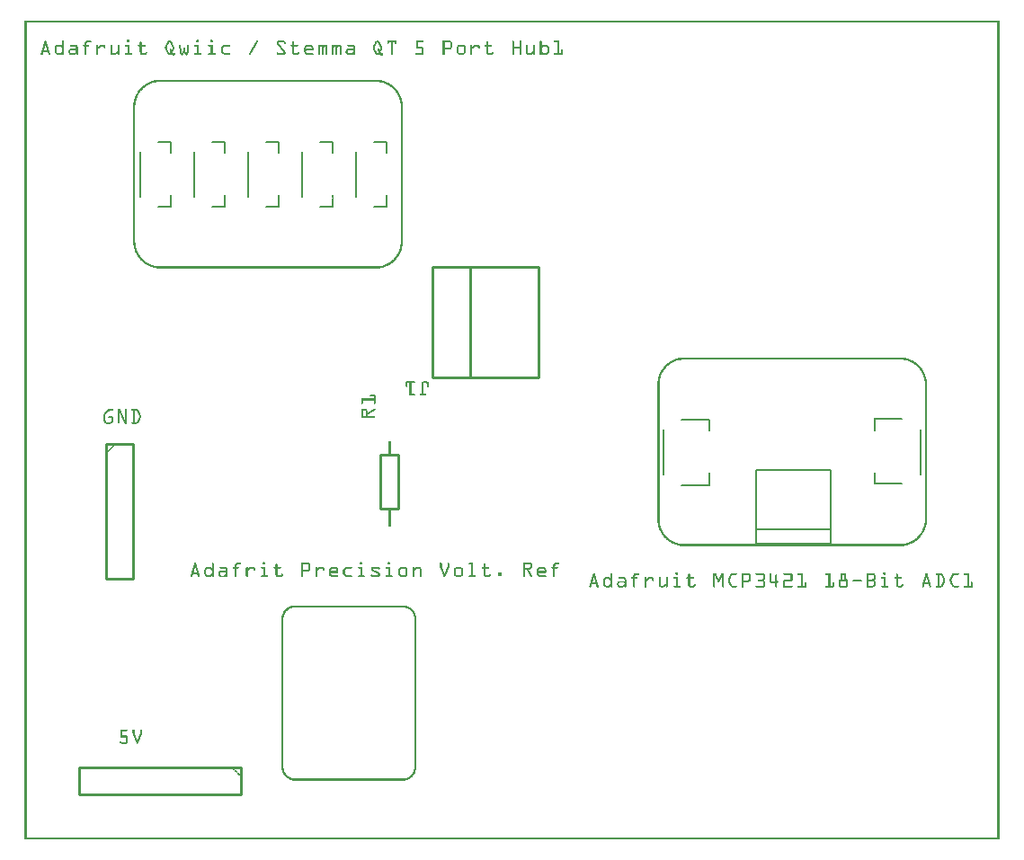
<source format=gto>
G04 MADE WITH FRITZING*
G04 WWW.FRITZING.ORG*
G04 DOUBLE SIDED*
G04 HOLES PLATED*
G04 CONTOUR ON CENTER OF CONTOUR VECTOR*
%ASAXBY*%
%FSLAX23Y23*%
%MOIN*%
%OFA0B0*%
%SFA1.0B1.0*%
%ADD10C,0.010000*%
%ADD11C,0.010417*%
%ADD12C,0.006000*%
%ADD13C,0.008000*%
%ADD14R,0.001000X0.001000*%
%LNSILK1*%
G90*
G70*
G54D10*
X303Y1469D02*
X303Y969D01*
D02*
X303Y969D02*
X403Y969D01*
D02*
X403Y969D02*
X403Y1469D01*
D02*
X403Y1469D02*
X303Y1469D01*
D02*
X1320Y1228D02*
X1320Y1428D01*
D02*
X1320Y1428D02*
X1386Y1428D01*
D02*
X1386Y1428D02*
X1386Y1228D01*
D02*
X1386Y1228D02*
X1320Y1228D01*
G54D11*
D02*
X1908Y1714D02*
X1908Y2125D01*
D02*
X1908Y2125D02*
X1513Y2125D01*
D02*
X1513Y2125D02*
X1513Y1714D01*
D02*
X1513Y1714D02*
X1908Y1714D01*
D02*
X1655Y2125D02*
X1655Y1714D01*
G54D12*
D02*
X2437Y1557D02*
X2539Y1557D01*
D02*
X2539Y1316D02*
X2437Y1316D01*
D02*
X2370Y1521D02*
X2370Y1356D01*
D02*
X3255Y1320D02*
X3152Y1320D01*
D02*
X3152Y1561D02*
X3255Y1561D01*
D02*
X3322Y1356D02*
X3322Y1521D01*
G54D13*
D02*
X2713Y1372D02*
X2713Y1152D01*
D02*
X2713Y1152D02*
X2713Y1097D01*
D02*
X2713Y1097D02*
X2989Y1097D01*
D02*
X2989Y1097D02*
X2989Y1152D01*
D02*
X2989Y1152D02*
X2989Y1372D01*
D02*
X2989Y1372D02*
X2713Y1372D01*
D02*
X2713Y1152D02*
X2989Y1152D01*
G54D12*
D02*
X697Y2587D02*
X744Y2587D01*
D02*
X744Y2347D02*
X697Y2347D01*
D02*
X630Y2551D02*
X630Y2386D01*
D02*
X1097Y2587D02*
X1144Y2587D01*
D02*
X1144Y2347D02*
X1097Y2347D01*
D02*
X1030Y2551D02*
X1030Y2386D01*
D02*
X1297Y2587D02*
X1344Y2587D01*
D02*
X1344Y2347D02*
X1297Y2347D01*
D02*
X1230Y2551D02*
X1230Y2386D01*
D02*
X497Y2587D02*
X544Y2587D01*
D02*
X544Y2347D02*
X497Y2347D01*
D02*
X430Y2551D02*
X430Y2386D01*
D02*
X897Y2587D02*
X944Y2587D01*
D02*
X944Y2347D02*
X897Y2347D01*
D02*
X830Y2551D02*
X830Y2386D01*
G54D10*
D02*
X803Y269D02*
X203Y269D01*
D02*
X203Y269D02*
X203Y169D01*
D02*
X203Y169D02*
X803Y169D01*
D02*
X803Y169D02*
X803Y269D01*
G54D14*
X1Y3038D02*
X3615Y3038D01*
X1Y3037D02*
X3615Y3037D01*
X1Y3036D02*
X3615Y3036D01*
X1Y3035D02*
X3615Y3035D01*
X1Y3034D02*
X3615Y3034D01*
X1Y3033D02*
X3615Y3033D01*
X1Y3032D02*
X3615Y3032D01*
X1Y3031D02*
X3615Y3031D01*
X1Y3030D02*
X8Y3030D01*
X3608Y3030D02*
X3615Y3030D01*
X1Y3029D02*
X8Y3029D01*
X3608Y3029D02*
X3615Y3029D01*
X1Y3028D02*
X8Y3028D01*
X3608Y3028D02*
X3615Y3028D01*
X1Y3027D02*
X8Y3027D01*
X3608Y3027D02*
X3615Y3027D01*
X1Y3026D02*
X8Y3026D01*
X3608Y3026D02*
X3615Y3026D01*
X1Y3025D02*
X8Y3025D01*
X3608Y3025D02*
X3615Y3025D01*
X1Y3024D02*
X8Y3024D01*
X3608Y3024D02*
X3615Y3024D01*
X1Y3023D02*
X8Y3023D01*
X3608Y3023D02*
X3615Y3023D01*
X1Y3022D02*
X8Y3022D01*
X3608Y3022D02*
X3615Y3022D01*
X1Y3021D02*
X8Y3021D01*
X3608Y3021D02*
X3615Y3021D01*
X1Y3020D02*
X8Y3020D01*
X3608Y3020D02*
X3615Y3020D01*
X1Y3019D02*
X8Y3019D01*
X3608Y3019D02*
X3615Y3019D01*
X1Y3018D02*
X8Y3018D01*
X3608Y3018D02*
X3615Y3018D01*
X1Y3017D02*
X8Y3017D01*
X3608Y3017D02*
X3615Y3017D01*
X1Y3016D02*
X8Y3016D01*
X3608Y3016D02*
X3615Y3016D01*
X1Y3015D02*
X8Y3015D01*
X3608Y3015D02*
X3615Y3015D01*
X1Y3014D02*
X8Y3014D01*
X3608Y3014D02*
X3615Y3014D01*
X1Y3013D02*
X8Y3013D01*
X3608Y3013D02*
X3615Y3013D01*
X1Y3012D02*
X8Y3012D01*
X3608Y3012D02*
X3615Y3012D01*
X1Y3011D02*
X8Y3011D01*
X3608Y3011D02*
X3615Y3011D01*
X1Y3010D02*
X8Y3010D01*
X3608Y3010D02*
X3615Y3010D01*
X1Y3009D02*
X8Y3009D01*
X3608Y3009D02*
X3615Y3009D01*
X1Y3008D02*
X8Y3008D01*
X3608Y3008D02*
X3615Y3008D01*
X1Y3007D02*
X8Y3007D01*
X3608Y3007D02*
X3615Y3007D01*
X1Y3006D02*
X8Y3006D01*
X3608Y3006D02*
X3615Y3006D01*
X1Y3005D02*
X8Y3005D01*
X3608Y3005D02*
X3615Y3005D01*
X1Y3004D02*
X8Y3004D01*
X3608Y3004D02*
X3615Y3004D01*
X1Y3003D02*
X8Y3003D01*
X3608Y3003D02*
X3615Y3003D01*
X1Y3002D02*
X8Y3002D01*
X3608Y3002D02*
X3615Y3002D01*
X1Y3001D02*
X8Y3001D01*
X3608Y3001D02*
X3615Y3001D01*
X1Y3000D02*
X8Y3000D01*
X3608Y3000D02*
X3615Y3000D01*
X1Y2999D02*
X8Y2999D01*
X3608Y2999D02*
X3615Y2999D01*
X1Y2998D02*
X8Y2998D01*
X3608Y2998D02*
X3615Y2998D01*
X1Y2997D02*
X8Y2997D01*
X3608Y2997D02*
X3615Y2997D01*
X1Y2996D02*
X8Y2996D01*
X3608Y2996D02*
X3615Y2996D01*
X1Y2995D02*
X8Y2995D01*
X3608Y2995D02*
X3615Y2995D01*
X1Y2994D02*
X8Y2994D01*
X3608Y2994D02*
X3615Y2994D01*
X1Y2993D02*
X8Y2993D01*
X3608Y2993D02*
X3615Y2993D01*
X1Y2992D02*
X8Y2992D01*
X3608Y2992D02*
X3615Y2992D01*
X1Y2991D02*
X8Y2991D01*
X3608Y2991D02*
X3615Y2991D01*
X1Y2990D02*
X8Y2990D01*
X3608Y2990D02*
X3615Y2990D01*
X1Y2989D02*
X8Y2989D01*
X3608Y2989D02*
X3615Y2989D01*
X1Y2988D02*
X8Y2988D01*
X3608Y2988D02*
X3615Y2988D01*
X1Y2987D02*
X8Y2987D01*
X3608Y2987D02*
X3615Y2987D01*
X1Y2986D02*
X8Y2986D01*
X3608Y2986D02*
X3615Y2986D01*
X1Y2985D02*
X8Y2985D01*
X3608Y2985D02*
X3615Y2985D01*
X1Y2984D02*
X8Y2984D01*
X3608Y2984D02*
X3615Y2984D01*
X1Y2983D02*
X8Y2983D01*
X3608Y2983D02*
X3615Y2983D01*
X1Y2982D02*
X8Y2982D01*
X3608Y2982D02*
X3615Y2982D01*
X1Y2981D02*
X8Y2981D01*
X3608Y2981D02*
X3615Y2981D01*
X1Y2980D02*
X8Y2980D01*
X3608Y2980D02*
X3615Y2980D01*
X1Y2979D02*
X8Y2979D01*
X3608Y2979D02*
X3615Y2979D01*
X1Y2978D02*
X8Y2978D01*
X3608Y2978D02*
X3615Y2978D01*
X1Y2977D02*
X8Y2977D01*
X3608Y2977D02*
X3615Y2977D01*
X1Y2976D02*
X8Y2976D01*
X3608Y2976D02*
X3615Y2976D01*
X1Y2975D02*
X8Y2975D01*
X3608Y2975D02*
X3615Y2975D01*
X1Y2974D02*
X8Y2974D01*
X3608Y2974D02*
X3615Y2974D01*
X1Y2973D02*
X8Y2973D01*
X3608Y2973D02*
X3615Y2973D01*
X1Y2972D02*
X8Y2972D01*
X3608Y2972D02*
X3615Y2972D01*
X1Y2971D02*
X8Y2971D01*
X3608Y2971D02*
X3615Y2971D01*
X1Y2970D02*
X8Y2970D01*
X3608Y2970D02*
X3615Y2970D01*
X1Y2969D02*
X8Y2969D01*
X3608Y2969D02*
X3615Y2969D01*
X1Y2968D02*
X8Y2968D01*
X3608Y2968D02*
X3615Y2968D01*
X1Y2967D02*
X8Y2967D01*
X384Y2967D02*
X387Y2967D01*
X641Y2967D02*
X644Y2967D01*
X692Y2967D02*
X695Y2967D01*
X3608Y2967D02*
X3615Y2967D01*
X1Y2966D02*
X8Y2966D01*
X382Y2966D02*
X389Y2966D01*
X639Y2966D02*
X646Y2966D01*
X690Y2966D02*
X697Y2966D01*
X3608Y2966D02*
X3615Y2966D01*
X1Y2965D02*
X8Y2965D01*
X381Y2965D02*
X390Y2965D01*
X638Y2965D02*
X647Y2965D01*
X689Y2965D02*
X698Y2965D01*
X3608Y2965D02*
X3615Y2965D01*
X1Y2964D02*
X8Y2964D01*
X78Y2964D02*
X79Y2964D01*
X144Y2964D02*
X144Y2964D01*
X235Y2964D02*
X244Y2964D01*
X381Y2964D02*
X390Y2964D01*
X538Y2964D02*
X540Y2964D01*
X638Y2964D02*
X647Y2964D01*
X689Y2964D02*
X698Y2964D01*
X863Y2964D02*
X864Y2964D01*
X942Y2964D02*
X961Y2964D01*
X1309Y2964D02*
X1310Y2964D01*
X1348Y2964D02*
X1378Y2964D01*
X1455Y2964D02*
X1479Y2964D01*
X1553Y2964D02*
X1577Y2964D01*
X1812Y2964D02*
X1812Y2964D01*
X1839Y2964D02*
X1840Y2964D01*
X1914Y2964D02*
X1915Y2964D01*
X1966Y2964D02*
X1982Y2964D01*
X3608Y2964D02*
X3615Y2964D01*
X1Y2963D02*
X8Y2963D01*
X77Y2963D02*
X81Y2963D01*
X142Y2963D02*
X146Y2963D01*
X232Y2963D02*
X247Y2963D01*
X381Y2963D02*
X390Y2963D01*
X535Y2963D02*
X543Y2963D01*
X637Y2963D02*
X647Y2963D01*
X689Y2963D02*
X698Y2963D01*
X861Y2963D02*
X865Y2963D01*
X939Y2963D02*
X964Y2963D01*
X1306Y2963D02*
X1313Y2963D01*
X1347Y2963D02*
X1380Y2963D01*
X1455Y2963D02*
X1480Y2963D01*
X1552Y2963D02*
X1580Y2963D01*
X1810Y2963D02*
X1814Y2963D01*
X1837Y2963D02*
X1842Y2963D01*
X1913Y2963D02*
X1917Y2963D01*
X1964Y2963D02*
X1983Y2963D01*
X3608Y2963D02*
X3615Y2963D01*
X1Y2962D02*
X8Y2962D01*
X76Y2962D02*
X81Y2962D01*
X141Y2962D02*
X147Y2962D01*
X230Y2962D02*
X248Y2962D01*
X381Y2962D02*
X390Y2962D01*
X534Y2962D02*
X544Y2962D01*
X637Y2962D02*
X647Y2962D01*
X689Y2962D02*
X698Y2962D01*
X860Y2962D02*
X866Y2962D01*
X938Y2962D02*
X966Y2962D01*
X1304Y2962D02*
X1315Y2962D01*
X1346Y2962D02*
X1380Y2962D01*
X1455Y2962D02*
X1481Y2962D01*
X1552Y2962D02*
X1581Y2962D01*
X1809Y2962D02*
X1815Y2962D01*
X1837Y2962D02*
X1842Y2962D01*
X1912Y2962D02*
X1917Y2962D01*
X1963Y2962D02*
X1983Y2962D01*
X3608Y2962D02*
X3615Y2962D01*
X1Y2961D02*
X8Y2961D01*
X76Y2961D02*
X82Y2961D01*
X141Y2961D02*
X147Y2961D01*
X229Y2961D02*
X248Y2961D01*
X381Y2961D02*
X390Y2961D01*
X431Y2961D02*
X432Y2961D01*
X532Y2961D02*
X545Y2961D01*
X637Y2961D02*
X647Y2961D01*
X689Y2961D02*
X698Y2961D01*
X860Y2961D02*
X866Y2961D01*
X937Y2961D02*
X967Y2961D01*
X996Y2961D02*
X997Y2961D01*
X1303Y2961D02*
X1316Y2961D01*
X1346Y2961D02*
X1381Y2961D01*
X1455Y2961D02*
X1481Y2961D01*
X1552Y2961D02*
X1583Y2961D01*
X1715Y2961D02*
X1717Y2961D01*
X1809Y2961D02*
X1815Y2961D01*
X1837Y2961D02*
X1842Y2961D01*
X1912Y2961D02*
X1918Y2961D01*
X1963Y2961D02*
X1983Y2961D01*
X3608Y2961D02*
X3615Y2961D01*
X1Y2960D02*
X8Y2960D01*
X75Y2960D02*
X82Y2960D01*
X141Y2960D02*
X147Y2960D01*
X228Y2960D02*
X248Y2960D01*
X381Y2960D02*
X390Y2960D01*
X429Y2960D02*
X434Y2960D01*
X532Y2960D02*
X546Y2960D01*
X638Y2960D02*
X647Y2960D01*
X689Y2960D02*
X698Y2960D01*
X859Y2960D02*
X866Y2960D01*
X936Y2960D02*
X967Y2960D01*
X995Y2960D02*
X999Y2960D01*
X1302Y2960D02*
X1317Y2960D01*
X1346Y2960D02*
X1381Y2960D01*
X1455Y2960D02*
X1481Y2960D01*
X1552Y2960D02*
X1583Y2960D01*
X1714Y2960D02*
X1718Y2960D01*
X1809Y2960D02*
X1815Y2960D01*
X1836Y2960D02*
X1843Y2960D01*
X1912Y2960D02*
X1918Y2960D01*
X1963Y2960D02*
X1983Y2960D01*
X3608Y2960D02*
X3615Y2960D01*
X1Y2959D02*
X8Y2959D01*
X75Y2959D02*
X82Y2959D01*
X141Y2959D02*
X147Y2959D01*
X227Y2959D02*
X247Y2959D01*
X381Y2959D02*
X390Y2959D01*
X429Y2959D02*
X434Y2959D01*
X531Y2959D02*
X547Y2959D01*
X638Y2959D02*
X646Y2959D01*
X689Y2959D02*
X698Y2959D01*
X859Y2959D02*
X866Y2959D01*
X936Y2959D02*
X968Y2959D01*
X994Y2959D02*
X999Y2959D01*
X1302Y2959D02*
X1317Y2959D01*
X1346Y2959D02*
X1381Y2959D01*
X1455Y2959D02*
X1481Y2959D01*
X1552Y2959D02*
X1584Y2959D01*
X1713Y2959D02*
X1719Y2959D01*
X1809Y2959D02*
X1815Y2959D01*
X1836Y2959D02*
X1843Y2959D01*
X1912Y2959D02*
X1918Y2959D01*
X1964Y2959D02*
X1983Y2959D01*
X3608Y2959D02*
X3615Y2959D01*
X1Y2958D02*
X8Y2958D01*
X75Y2958D02*
X83Y2958D01*
X141Y2958D02*
X147Y2958D01*
X226Y2958D02*
X247Y2958D01*
X382Y2958D02*
X389Y2958D01*
X429Y2958D02*
X434Y2958D01*
X531Y2958D02*
X547Y2958D01*
X639Y2958D02*
X646Y2958D01*
X690Y2958D02*
X697Y2958D01*
X858Y2958D02*
X865Y2958D01*
X936Y2958D02*
X968Y2958D01*
X994Y2958D02*
X1000Y2958D01*
X1301Y2958D02*
X1318Y2958D01*
X1346Y2958D02*
X1381Y2958D01*
X1455Y2958D02*
X1480Y2958D01*
X1552Y2958D02*
X1585Y2958D01*
X1713Y2958D02*
X1719Y2958D01*
X1809Y2958D02*
X1815Y2958D01*
X1836Y2958D02*
X1843Y2958D01*
X1912Y2958D02*
X1918Y2958D01*
X1964Y2958D02*
X1983Y2958D01*
X3608Y2958D02*
X3615Y2958D01*
X1Y2957D02*
X8Y2957D01*
X75Y2957D02*
X83Y2957D01*
X141Y2957D02*
X147Y2957D01*
X226Y2957D02*
X235Y2957D01*
X428Y2957D02*
X435Y2957D01*
X530Y2957D02*
X538Y2957D01*
X540Y2957D02*
X548Y2957D01*
X857Y2957D02*
X865Y2957D01*
X936Y2957D02*
X942Y2957D01*
X961Y2957D02*
X969Y2957D01*
X994Y2957D02*
X1000Y2957D01*
X1301Y2957D02*
X1308Y2957D01*
X1311Y2957D02*
X1318Y2957D01*
X1346Y2957D02*
X1352Y2957D01*
X1360Y2957D02*
X1366Y2957D01*
X1374Y2957D02*
X1381Y2957D01*
X1455Y2957D02*
X1461Y2957D01*
X1552Y2957D02*
X1558Y2957D01*
X1577Y2957D02*
X1585Y2957D01*
X1713Y2957D02*
X1719Y2957D01*
X1809Y2957D02*
X1815Y2957D01*
X1836Y2957D02*
X1843Y2957D01*
X1912Y2957D02*
X1918Y2957D01*
X1977Y2957D02*
X1983Y2957D01*
X3608Y2957D02*
X3615Y2957D01*
X1Y2956D02*
X8Y2956D01*
X74Y2956D02*
X83Y2956D01*
X141Y2956D02*
X147Y2956D01*
X225Y2956D02*
X233Y2956D01*
X428Y2956D02*
X435Y2956D01*
X530Y2956D02*
X537Y2956D01*
X541Y2956D02*
X548Y2956D01*
X857Y2956D02*
X864Y2956D01*
X936Y2956D02*
X942Y2956D01*
X963Y2956D02*
X969Y2956D01*
X994Y2956D02*
X1000Y2956D01*
X1300Y2956D02*
X1307Y2956D01*
X1312Y2956D02*
X1319Y2956D01*
X1346Y2956D02*
X1352Y2956D01*
X1360Y2956D02*
X1366Y2956D01*
X1375Y2956D02*
X1381Y2956D01*
X1455Y2956D02*
X1461Y2956D01*
X1552Y2956D02*
X1558Y2956D01*
X1579Y2956D02*
X1585Y2956D01*
X1713Y2956D02*
X1719Y2956D01*
X1809Y2956D02*
X1815Y2956D01*
X1836Y2956D02*
X1843Y2956D01*
X1912Y2956D02*
X1918Y2956D01*
X1977Y2956D02*
X1983Y2956D01*
X3608Y2956D02*
X3615Y2956D01*
X1Y2955D02*
X8Y2955D01*
X74Y2955D02*
X84Y2955D01*
X141Y2955D02*
X147Y2955D01*
X225Y2955D02*
X232Y2955D01*
X428Y2955D02*
X435Y2955D01*
X529Y2955D02*
X536Y2955D01*
X542Y2955D02*
X549Y2955D01*
X856Y2955D02*
X863Y2955D01*
X936Y2955D02*
X942Y2955D01*
X963Y2955D02*
X969Y2955D01*
X994Y2955D02*
X1000Y2955D01*
X1300Y2955D02*
X1307Y2955D01*
X1312Y2955D02*
X1319Y2955D01*
X1346Y2955D02*
X1352Y2955D01*
X1360Y2955D02*
X1366Y2955D01*
X1375Y2955D02*
X1381Y2955D01*
X1455Y2955D02*
X1461Y2955D01*
X1552Y2955D02*
X1558Y2955D01*
X1579Y2955D02*
X1585Y2955D01*
X1713Y2955D02*
X1719Y2955D01*
X1809Y2955D02*
X1815Y2955D01*
X1836Y2955D02*
X1843Y2955D01*
X1912Y2955D02*
X1918Y2955D01*
X1977Y2955D02*
X1983Y2955D01*
X3608Y2955D02*
X3615Y2955D01*
X1Y2954D02*
X8Y2954D01*
X74Y2954D02*
X84Y2954D01*
X141Y2954D02*
X147Y2954D01*
X225Y2954D02*
X231Y2954D01*
X428Y2954D02*
X435Y2954D01*
X529Y2954D02*
X536Y2954D01*
X542Y2954D02*
X549Y2954D01*
X856Y2954D02*
X863Y2954D01*
X936Y2954D02*
X943Y2954D01*
X963Y2954D02*
X969Y2954D01*
X994Y2954D02*
X1000Y2954D01*
X1299Y2954D02*
X1306Y2954D01*
X1313Y2954D02*
X1320Y2954D01*
X1346Y2954D02*
X1352Y2954D01*
X1360Y2954D02*
X1366Y2954D01*
X1375Y2954D02*
X1381Y2954D01*
X1455Y2954D02*
X1461Y2954D01*
X1552Y2954D02*
X1558Y2954D01*
X1579Y2954D02*
X1586Y2954D01*
X1713Y2954D02*
X1719Y2954D01*
X1809Y2954D02*
X1815Y2954D01*
X1836Y2954D02*
X1843Y2954D01*
X1912Y2954D02*
X1918Y2954D01*
X1977Y2954D02*
X1983Y2954D01*
X3608Y2954D02*
X3615Y2954D01*
X1Y2953D02*
X8Y2953D01*
X73Y2953D02*
X84Y2953D01*
X141Y2953D02*
X147Y2953D01*
X225Y2953D02*
X231Y2953D01*
X428Y2953D02*
X435Y2953D01*
X528Y2953D02*
X535Y2953D01*
X543Y2953D02*
X550Y2953D01*
X855Y2953D02*
X862Y2953D01*
X936Y2953D02*
X944Y2953D01*
X964Y2953D02*
X968Y2953D01*
X994Y2953D02*
X1000Y2953D01*
X1299Y2953D02*
X1306Y2953D01*
X1313Y2953D02*
X1320Y2953D01*
X1346Y2953D02*
X1351Y2953D01*
X1360Y2953D02*
X1366Y2953D01*
X1375Y2953D02*
X1380Y2953D01*
X1455Y2953D02*
X1461Y2953D01*
X1552Y2953D02*
X1558Y2953D01*
X1580Y2953D02*
X1586Y2953D01*
X1713Y2953D02*
X1719Y2953D01*
X1809Y2953D02*
X1815Y2953D01*
X1836Y2953D02*
X1843Y2953D01*
X1912Y2953D02*
X1918Y2953D01*
X1977Y2953D02*
X1983Y2953D01*
X3608Y2953D02*
X3615Y2953D01*
X1Y2952D02*
X8Y2952D01*
X73Y2952D02*
X84Y2952D01*
X141Y2952D02*
X147Y2952D01*
X225Y2952D02*
X231Y2952D01*
X428Y2952D02*
X435Y2952D01*
X528Y2952D02*
X535Y2952D01*
X543Y2952D02*
X550Y2952D01*
X855Y2952D02*
X862Y2952D01*
X937Y2952D02*
X945Y2952D01*
X964Y2952D02*
X968Y2952D01*
X994Y2952D02*
X1000Y2952D01*
X1298Y2952D02*
X1305Y2952D01*
X1314Y2952D02*
X1321Y2952D01*
X1347Y2952D02*
X1350Y2952D01*
X1360Y2952D02*
X1366Y2952D01*
X1376Y2952D02*
X1379Y2952D01*
X1455Y2952D02*
X1461Y2952D01*
X1552Y2952D02*
X1558Y2952D01*
X1580Y2952D02*
X1586Y2952D01*
X1713Y2952D02*
X1719Y2952D01*
X1809Y2952D02*
X1815Y2952D01*
X1836Y2952D02*
X1843Y2952D01*
X1912Y2952D02*
X1918Y2952D01*
X1977Y2952D02*
X1983Y2952D01*
X3608Y2952D02*
X3615Y2952D01*
X1Y2951D02*
X8Y2951D01*
X73Y2951D02*
X85Y2951D01*
X141Y2951D02*
X147Y2951D01*
X225Y2951D02*
X231Y2951D01*
X428Y2951D02*
X435Y2951D01*
X527Y2951D02*
X534Y2951D01*
X544Y2951D02*
X551Y2951D01*
X854Y2951D02*
X861Y2951D01*
X937Y2951D02*
X945Y2951D01*
X994Y2951D02*
X1000Y2951D01*
X1298Y2951D02*
X1305Y2951D01*
X1314Y2951D02*
X1321Y2951D01*
X1360Y2951D02*
X1366Y2951D01*
X1455Y2951D02*
X1461Y2951D01*
X1552Y2951D02*
X1558Y2951D01*
X1580Y2951D02*
X1586Y2951D01*
X1713Y2951D02*
X1719Y2951D01*
X1809Y2951D02*
X1815Y2951D01*
X1836Y2951D02*
X1843Y2951D01*
X1912Y2951D02*
X1918Y2951D01*
X1977Y2951D02*
X1983Y2951D01*
X3608Y2951D02*
X3615Y2951D01*
X1Y2950D02*
X8Y2950D01*
X72Y2950D02*
X85Y2950D01*
X141Y2950D02*
X147Y2950D01*
X225Y2950D02*
X231Y2950D01*
X428Y2950D02*
X435Y2950D01*
X527Y2950D02*
X533Y2950D01*
X544Y2950D02*
X551Y2950D01*
X853Y2950D02*
X861Y2950D01*
X938Y2950D02*
X946Y2950D01*
X994Y2950D02*
X1000Y2950D01*
X1297Y2950D02*
X1304Y2950D01*
X1315Y2950D02*
X1322Y2950D01*
X1360Y2950D02*
X1366Y2950D01*
X1455Y2950D02*
X1461Y2950D01*
X1552Y2950D02*
X1558Y2950D01*
X1580Y2950D02*
X1586Y2950D01*
X1713Y2950D02*
X1719Y2950D01*
X1809Y2950D02*
X1815Y2950D01*
X1836Y2950D02*
X1843Y2950D01*
X1912Y2950D02*
X1918Y2950D01*
X1977Y2950D02*
X1983Y2950D01*
X3608Y2950D02*
X3615Y2950D01*
X1Y2949D02*
X8Y2949D01*
X72Y2949D02*
X85Y2949D01*
X123Y2949D02*
X133Y2949D01*
X141Y2949D02*
X147Y2949D01*
X171Y2949D02*
X190Y2949D01*
X220Y2949D02*
X239Y2949D01*
X269Y2949D02*
X272Y2949D01*
X283Y2949D02*
X294Y2949D01*
X321Y2949D02*
X323Y2949D01*
X348Y2949D02*
X350Y2949D01*
X376Y2949D02*
X388Y2949D01*
X424Y2949D02*
X448Y2949D01*
X526Y2949D02*
X533Y2949D01*
X545Y2949D02*
X552Y2949D01*
X577Y2949D02*
X579Y2949D01*
X606Y2949D02*
X608Y2949D01*
X633Y2949D02*
X645Y2949D01*
X684Y2949D02*
X696Y2949D01*
X743Y2949D02*
X762Y2949D01*
X853Y2949D02*
X860Y2949D01*
X939Y2949D02*
X947Y2949D01*
X989Y2949D02*
X1013Y2949D01*
X1048Y2949D02*
X1062Y2949D01*
X1091Y2949D02*
X1093Y2949D01*
X1099Y2949D02*
X1103Y2949D01*
X1114Y2949D02*
X1117Y2949D01*
X1142Y2949D02*
X1144Y2949D01*
X1151Y2949D02*
X1155Y2949D01*
X1165Y2949D02*
X1168Y2949D01*
X1199Y2949D02*
X1218Y2949D01*
X1297Y2949D02*
X1304Y2949D01*
X1315Y2949D02*
X1322Y2949D01*
X1360Y2949D02*
X1366Y2949D01*
X1455Y2949D02*
X1461Y2949D01*
X1552Y2949D02*
X1558Y2949D01*
X1580Y2949D02*
X1586Y2949D01*
X1614Y2949D02*
X1627Y2949D01*
X1657Y2949D02*
X1659Y2949D01*
X1670Y2949D02*
X1681Y2949D01*
X1708Y2949D02*
X1732Y2949D01*
X1809Y2949D02*
X1815Y2949D01*
X1836Y2949D02*
X1843Y2949D01*
X1863Y2949D02*
X1865Y2949D01*
X1889Y2949D02*
X1892Y2949D01*
X1912Y2949D02*
X1918Y2949D01*
X1925Y2949D02*
X1935Y2949D01*
X1977Y2949D02*
X1983Y2949D01*
X3608Y2949D02*
X3615Y2949D01*
X1Y2948D02*
X8Y2948D01*
X72Y2948D02*
X86Y2948D01*
X121Y2948D02*
X136Y2948D01*
X141Y2948D02*
X147Y2948D01*
X170Y2948D02*
X193Y2948D01*
X219Y2948D02*
X240Y2948D01*
X268Y2948D02*
X273Y2948D01*
X282Y2948D02*
X297Y2948D01*
X320Y2948D02*
X325Y2948D01*
X347Y2948D02*
X351Y2948D01*
X374Y2948D02*
X389Y2948D01*
X422Y2948D02*
X449Y2948D01*
X526Y2948D02*
X532Y2948D01*
X545Y2948D02*
X552Y2948D01*
X576Y2948D02*
X580Y2948D01*
X605Y2948D02*
X609Y2948D01*
X631Y2948D02*
X646Y2948D01*
X683Y2948D02*
X698Y2948D01*
X741Y2948D02*
X763Y2948D01*
X852Y2948D02*
X859Y2948D01*
X940Y2948D02*
X948Y2948D01*
X987Y2948D02*
X1014Y2948D01*
X1046Y2948D02*
X1064Y2948D01*
X1090Y2948D02*
X1094Y2948D01*
X1097Y2948D02*
X1105Y2948D01*
X1111Y2948D02*
X1119Y2948D01*
X1141Y2948D02*
X1146Y2948D01*
X1149Y2948D02*
X1157Y2948D01*
X1163Y2948D02*
X1171Y2948D01*
X1198Y2948D02*
X1220Y2948D01*
X1296Y2948D02*
X1303Y2948D01*
X1316Y2948D02*
X1323Y2948D01*
X1360Y2948D02*
X1366Y2948D01*
X1455Y2948D02*
X1461Y2948D01*
X1552Y2948D02*
X1558Y2948D01*
X1580Y2948D02*
X1586Y2948D01*
X1611Y2948D02*
X1629Y2948D01*
X1655Y2948D02*
X1660Y2948D01*
X1669Y2948D02*
X1684Y2948D01*
X1707Y2948D02*
X1733Y2948D01*
X1809Y2948D02*
X1815Y2948D01*
X1836Y2948D02*
X1843Y2948D01*
X1862Y2948D02*
X1866Y2948D01*
X1888Y2948D02*
X1893Y2948D01*
X1912Y2948D02*
X1918Y2948D01*
X1923Y2948D02*
X1937Y2948D01*
X1977Y2948D02*
X1983Y2948D01*
X3608Y2948D02*
X3615Y2948D01*
X1Y2947D02*
X8Y2947D01*
X72Y2947D02*
X78Y2947D01*
X80Y2947D02*
X86Y2947D01*
X120Y2947D02*
X137Y2947D01*
X141Y2947D02*
X147Y2947D01*
X170Y2947D02*
X194Y2947D01*
X218Y2947D02*
X241Y2947D01*
X268Y2947D02*
X273Y2947D01*
X281Y2947D02*
X298Y2947D01*
X320Y2947D02*
X325Y2947D01*
X346Y2947D02*
X352Y2947D01*
X374Y2947D02*
X390Y2947D01*
X422Y2947D02*
X449Y2947D01*
X525Y2947D02*
X532Y2947D01*
X546Y2947D02*
X553Y2947D01*
X575Y2947D02*
X581Y2947D01*
X604Y2947D02*
X610Y2947D01*
X631Y2947D02*
X647Y2947D01*
X682Y2947D02*
X698Y2947D01*
X739Y2947D02*
X763Y2947D01*
X852Y2947D02*
X859Y2947D01*
X940Y2947D02*
X948Y2947D01*
X987Y2947D02*
X1015Y2947D01*
X1044Y2947D02*
X1066Y2947D01*
X1089Y2947D02*
X1107Y2947D01*
X1110Y2947D02*
X1121Y2947D01*
X1141Y2947D02*
X1158Y2947D01*
X1161Y2947D02*
X1172Y2947D01*
X1197Y2947D02*
X1222Y2947D01*
X1296Y2947D02*
X1303Y2947D01*
X1316Y2947D02*
X1323Y2947D01*
X1360Y2947D02*
X1366Y2947D01*
X1455Y2947D02*
X1461Y2947D01*
X1552Y2947D02*
X1558Y2947D01*
X1580Y2947D02*
X1586Y2947D01*
X1610Y2947D02*
X1631Y2947D01*
X1655Y2947D02*
X1660Y2947D01*
X1668Y2947D02*
X1685Y2947D01*
X1706Y2947D02*
X1734Y2947D01*
X1809Y2947D02*
X1815Y2947D01*
X1836Y2947D02*
X1843Y2947D01*
X1861Y2947D02*
X1867Y2947D01*
X1888Y2947D02*
X1893Y2947D01*
X1912Y2947D02*
X1918Y2947D01*
X1921Y2947D02*
X1939Y2947D01*
X1977Y2947D02*
X1983Y2947D01*
X3608Y2947D02*
X3615Y2947D01*
X1Y2946D02*
X8Y2946D01*
X71Y2946D02*
X78Y2946D01*
X80Y2946D02*
X86Y2946D01*
X118Y2946D02*
X138Y2946D01*
X141Y2946D02*
X147Y2946D01*
X170Y2946D02*
X195Y2946D01*
X218Y2946D02*
X241Y2946D01*
X268Y2946D02*
X273Y2946D01*
X279Y2946D02*
X299Y2946D01*
X319Y2946D02*
X325Y2946D01*
X346Y2946D02*
X352Y2946D01*
X374Y2946D02*
X390Y2946D01*
X422Y2946D02*
X450Y2946D01*
X525Y2946D02*
X531Y2946D01*
X546Y2946D02*
X553Y2946D01*
X575Y2946D02*
X581Y2946D01*
X604Y2946D02*
X610Y2946D01*
X631Y2946D02*
X647Y2946D01*
X682Y2946D02*
X698Y2946D01*
X738Y2946D02*
X763Y2946D01*
X851Y2946D02*
X858Y2946D01*
X941Y2946D02*
X949Y2946D01*
X987Y2946D02*
X1015Y2946D01*
X1043Y2946D02*
X1067Y2946D01*
X1089Y2946D02*
X1122Y2946D01*
X1140Y2946D02*
X1173Y2946D01*
X1197Y2946D02*
X1223Y2946D01*
X1295Y2946D02*
X1302Y2946D01*
X1317Y2946D02*
X1324Y2946D01*
X1360Y2946D02*
X1366Y2946D01*
X1455Y2946D02*
X1461Y2946D01*
X1552Y2946D02*
X1558Y2946D01*
X1580Y2946D02*
X1586Y2946D01*
X1608Y2946D02*
X1632Y2946D01*
X1655Y2946D02*
X1661Y2946D01*
X1667Y2946D02*
X1686Y2946D01*
X1706Y2946D02*
X1734Y2946D01*
X1809Y2946D02*
X1815Y2946D01*
X1836Y2946D02*
X1843Y2946D01*
X1861Y2946D02*
X1867Y2946D01*
X1887Y2946D02*
X1893Y2946D01*
X1912Y2946D02*
X1918Y2946D01*
X1920Y2946D02*
X1940Y2946D01*
X1977Y2946D02*
X1983Y2946D01*
X3608Y2946D02*
X3615Y2946D01*
X1Y2945D02*
X8Y2945D01*
X71Y2945D02*
X77Y2945D01*
X80Y2945D02*
X87Y2945D01*
X117Y2945D02*
X147Y2945D01*
X170Y2945D02*
X196Y2945D01*
X218Y2945D02*
X241Y2945D01*
X267Y2945D02*
X274Y2945D01*
X278Y2945D02*
X300Y2945D01*
X319Y2945D02*
X325Y2945D01*
X346Y2945D02*
X352Y2945D01*
X374Y2945D02*
X390Y2945D01*
X422Y2945D02*
X449Y2945D01*
X524Y2945D02*
X531Y2945D01*
X547Y2945D02*
X554Y2945D01*
X575Y2945D02*
X581Y2945D01*
X604Y2945D02*
X610Y2945D01*
X631Y2945D02*
X647Y2945D01*
X682Y2945D02*
X698Y2945D01*
X737Y2945D02*
X763Y2945D01*
X850Y2945D02*
X858Y2945D01*
X942Y2945D02*
X950Y2945D01*
X987Y2945D02*
X1015Y2945D01*
X1042Y2945D02*
X1068Y2945D01*
X1089Y2945D02*
X1122Y2945D01*
X1140Y2945D02*
X1174Y2945D01*
X1197Y2945D02*
X1224Y2945D01*
X1295Y2945D02*
X1302Y2945D01*
X1317Y2945D02*
X1324Y2945D01*
X1360Y2945D02*
X1366Y2945D01*
X1455Y2945D02*
X1461Y2945D01*
X1552Y2945D02*
X1558Y2945D01*
X1580Y2945D02*
X1586Y2945D01*
X1607Y2945D02*
X1633Y2945D01*
X1655Y2945D02*
X1661Y2945D01*
X1665Y2945D02*
X1687Y2945D01*
X1706Y2945D02*
X1734Y2945D01*
X1809Y2945D02*
X1815Y2945D01*
X1836Y2945D02*
X1843Y2945D01*
X1861Y2945D02*
X1867Y2945D01*
X1887Y2945D02*
X1893Y2945D01*
X1912Y2945D02*
X1941Y2945D01*
X1977Y2945D02*
X1983Y2945D01*
X3608Y2945D02*
X3615Y2945D01*
X1Y2944D02*
X8Y2944D01*
X71Y2944D02*
X77Y2944D01*
X81Y2944D02*
X87Y2944D01*
X116Y2944D02*
X147Y2944D01*
X170Y2944D02*
X197Y2944D01*
X218Y2944D02*
X240Y2944D01*
X267Y2944D02*
X274Y2944D01*
X277Y2944D02*
X300Y2944D01*
X319Y2944D02*
X325Y2944D01*
X346Y2944D02*
X352Y2944D01*
X374Y2944D02*
X390Y2944D01*
X422Y2944D02*
X449Y2944D01*
X524Y2944D02*
X530Y2944D01*
X547Y2944D02*
X554Y2944D01*
X575Y2944D02*
X581Y2944D01*
X604Y2944D02*
X610Y2944D01*
X631Y2944D02*
X647Y2944D01*
X683Y2944D02*
X698Y2944D01*
X736Y2944D02*
X763Y2944D01*
X850Y2944D02*
X857Y2944D01*
X943Y2944D02*
X951Y2944D01*
X987Y2944D02*
X1014Y2944D01*
X1041Y2944D02*
X1069Y2944D01*
X1089Y2944D02*
X1123Y2944D01*
X1140Y2944D02*
X1174Y2944D01*
X1198Y2944D02*
X1225Y2944D01*
X1294Y2944D02*
X1301Y2944D01*
X1318Y2944D02*
X1325Y2944D01*
X1360Y2944D02*
X1366Y2944D01*
X1455Y2944D02*
X1461Y2944D01*
X1552Y2944D02*
X1558Y2944D01*
X1580Y2944D02*
X1586Y2944D01*
X1606Y2944D02*
X1634Y2944D01*
X1655Y2944D02*
X1661Y2944D01*
X1664Y2944D02*
X1688Y2944D01*
X1707Y2944D02*
X1733Y2944D01*
X1809Y2944D02*
X1815Y2944D01*
X1836Y2944D02*
X1843Y2944D01*
X1861Y2944D02*
X1867Y2944D01*
X1887Y2944D02*
X1893Y2944D01*
X1912Y2944D02*
X1942Y2944D01*
X1977Y2944D02*
X1983Y2944D01*
X3608Y2944D02*
X3615Y2944D01*
X1Y2943D02*
X8Y2943D01*
X70Y2943D02*
X77Y2943D01*
X81Y2943D02*
X87Y2943D01*
X115Y2943D02*
X147Y2943D01*
X172Y2943D02*
X197Y2943D01*
X220Y2943D02*
X239Y2943D01*
X267Y2943D02*
X274Y2943D01*
X276Y2943D02*
X301Y2943D01*
X319Y2943D02*
X325Y2943D01*
X346Y2943D02*
X352Y2943D01*
X375Y2943D02*
X390Y2943D01*
X423Y2943D02*
X448Y2943D01*
X523Y2943D02*
X530Y2943D01*
X548Y2943D02*
X554Y2943D01*
X575Y2943D02*
X581Y2943D01*
X604Y2943D02*
X610Y2943D01*
X632Y2943D02*
X647Y2943D01*
X684Y2943D02*
X698Y2943D01*
X735Y2943D02*
X762Y2943D01*
X849Y2943D02*
X856Y2943D01*
X944Y2943D02*
X952Y2943D01*
X989Y2943D02*
X1013Y2943D01*
X1040Y2943D02*
X1070Y2943D01*
X1089Y2943D02*
X1123Y2943D01*
X1140Y2943D02*
X1175Y2943D01*
X1199Y2943D02*
X1225Y2943D01*
X1294Y2943D02*
X1301Y2943D01*
X1318Y2943D02*
X1325Y2943D01*
X1360Y2943D02*
X1366Y2943D01*
X1455Y2943D02*
X1461Y2943D01*
X1552Y2943D02*
X1558Y2943D01*
X1580Y2943D02*
X1586Y2943D01*
X1606Y2943D02*
X1635Y2943D01*
X1655Y2943D02*
X1661Y2943D01*
X1663Y2943D02*
X1688Y2943D01*
X1708Y2943D02*
X1732Y2943D01*
X1809Y2943D02*
X1815Y2943D01*
X1836Y2943D02*
X1843Y2943D01*
X1861Y2943D02*
X1867Y2943D01*
X1887Y2943D02*
X1893Y2943D01*
X1912Y2943D02*
X1943Y2943D01*
X1977Y2943D02*
X1983Y2943D01*
X3608Y2943D02*
X3615Y2943D01*
X1Y2942D02*
X8Y2942D01*
X70Y2942D02*
X76Y2942D01*
X81Y2942D02*
X87Y2942D01*
X115Y2942D02*
X124Y2942D01*
X133Y2942D02*
X147Y2942D01*
X191Y2942D02*
X198Y2942D01*
X225Y2942D02*
X231Y2942D01*
X267Y2942D02*
X284Y2942D01*
X294Y2942D02*
X301Y2942D01*
X319Y2942D02*
X325Y2942D01*
X346Y2942D02*
X352Y2942D01*
X384Y2942D02*
X390Y2942D01*
X428Y2942D02*
X435Y2942D01*
X523Y2942D02*
X529Y2942D01*
X548Y2942D02*
X555Y2942D01*
X575Y2942D02*
X581Y2942D01*
X604Y2942D02*
X610Y2942D01*
X641Y2942D02*
X647Y2942D01*
X692Y2942D02*
X698Y2942D01*
X734Y2942D02*
X744Y2942D01*
X849Y2942D02*
X856Y2942D01*
X944Y2942D02*
X952Y2942D01*
X994Y2942D02*
X1000Y2942D01*
X1040Y2942D02*
X1049Y2942D01*
X1061Y2942D02*
X1070Y2942D01*
X1089Y2942D02*
X1100Y2942D01*
X1103Y2942D02*
X1114Y2942D01*
X1117Y2942D02*
X1123Y2942D01*
X1140Y2942D02*
X1151Y2942D01*
X1154Y2942D02*
X1166Y2942D01*
X1168Y2942D02*
X1175Y2942D01*
X1218Y2942D02*
X1225Y2942D01*
X1294Y2942D02*
X1300Y2942D01*
X1319Y2942D02*
X1325Y2942D01*
X1360Y2942D02*
X1366Y2942D01*
X1455Y2942D02*
X1461Y2942D01*
X1552Y2942D02*
X1558Y2942D01*
X1580Y2942D02*
X1586Y2942D01*
X1605Y2942D02*
X1614Y2942D01*
X1627Y2942D02*
X1635Y2942D01*
X1655Y2942D02*
X1672Y2942D01*
X1681Y2942D02*
X1688Y2942D01*
X1713Y2942D02*
X1719Y2942D01*
X1809Y2942D02*
X1815Y2942D01*
X1836Y2942D02*
X1843Y2942D01*
X1861Y2942D02*
X1867Y2942D01*
X1887Y2942D02*
X1893Y2942D01*
X1912Y2942D02*
X1926Y2942D01*
X1935Y2942D02*
X1944Y2942D01*
X1977Y2942D02*
X1983Y2942D01*
X3608Y2942D02*
X3615Y2942D01*
X1Y2941D02*
X8Y2941D01*
X70Y2941D02*
X76Y2941D01*
X81Y2941D02*
X88Y2941D01*
X114Y2941D02*
X122Y2941D01*
X134Y2941D02*
X147Y2941D01*
X192Y2941D02*
X198Y2941D01*
X225Y2941D02*
X231Y2941D01*
X267Y2941D02*
X283Y2941D01*
X295Y2941D02*
X301Y2941D01*
X319Y2941D02*
X325Y2941D01*
X346Y2941D02*
X352Y2941D01*
X384Y2941D02*
X390Y2941D01*
X428Y2941D02*
X435Y2941D01*
X523Y2941D02*
X529Y2941D01*
X549Y2941D02*
X555Y2941D01*
X575Y2941D02*
X581Y2941D01*
X604Y2941D02*
X610Y2941D01*
X641Y2941D02*
X647Y2941D01*
X692Y2941D02*
X698Y2941D01*
X733Y2941D02*
X742Y2941D01*
X848Y2941D02*
X855Y2941D01*
X945Y2941D02*
X953Y2941D01*
X994Y2941D02*
X1000Y2941D01*
X1039Y2941D02*
X1047Y2941D01*
X1063Y2941D02*
X1071Y2941D01*
X1089Y2941D02*
X1099Y2941D01*
X1103Y2941D02*
X1113Y2941D01*
X1117Y2941D02*
X1123Y2941D01*
X1140Y2941D02*
X1150Y2941D01*
X1155Y2941D02*
X1164Y2941D01*
X1169Y2941D02*
X1175Y2941D01*
X1219Y2941D02*
X1226Y2941D01*
X1293Y2941D02*
X1300Y2941D01*
X1319Y2941D02*
X1326Y2941D01*
X1360Y2941D02*
X1366Y2941D01*
X1455Y2941D02*
X1461Y2941D01*
X1552Y2941D02*
X1558Y2941D01*
X1579Y2941D02*
X1586Y2941D01*
X1605Y2941D02*
X1612Y2941D01*
X1628Y2941D02*
X1636Y2941D01*
X1655Y2941D02*
X1671Y2941D01*
X1682Y2941D02*
X1688Y2941D01*
X1713Y2941D02*
X1719Y2941D01*
X1809Y2941D02*
X1815Y2941D01*
X1836Y2941D02*
X1843Y2941D01*
X1861Y2941D02*
X1867Y2941D01*
X1887Y2941D02*
X1893Y2941D01*
X1912Y2941D02*
X1924Y2941D01*
X1936Y2941D02*
X1944Y2941D01*
X1977Y2941D02*
X1983Y2941D01*
X3608Y2941D02*
X3615Y2941D01*
X1Y2940D02*
X8Y2940D01*
X70Y2940D02*
X76Y2940D01*
X82Y2940D02*
X88Y2940D01*
X114Y2940D02*
X121Y2940D01*
X136Y2940D02*
X147Y2940D01*
X192Y2940D02*
X198Y2940D01*
X225Y2940D02*
X231Y2940D01*
X267Y2940D02*
X282Y2940D01*
X295Y2940D02*
X301Y2940D01*
X319Y2940D02*
X325Y2940D01*
X346Y2940D02*
X352Y2940D01*
X384Y2940D02*
X390Y2940D01*
X428Y2940D02*
X435Y2940D01*
X522Y2940D02*
X529Y2940D01*
X549Y2940D02*
X555Y2940D01*
X575Y2940D02*
X581Y2940D01*
X604Y2940D02*
X610Y2940D01*
X641Y2940D02*
X647Y2940D01*
X692Y2940D02*
X698Y2940D01*
X732Y2940D02*
X741Y2940D01*
X848Y2940D02*
X855Y2940D01*
X946Y2940D02*
X954Y2940D01*
X994Y2940D02*
X1000Y2940D01*
X1039Y2940D02*
X1046Y2940D01*
X1064Y2940D02*
X1071Y2940D01*
X1089Y2940D02*
X1097Y2940D01*
X1103Y2940D02*
X1112Y2940D01*
X1117Y2940D02*
X1123Y2940D01*
X1140Y2940D02*
X1149Y2940D01*
X1155Y2940D02*
X1163Y2940D01*
X1169Y2940D02*
X1175Y2940D01*
X1220Y2940D02*
X1226Y2940D01*
X1293Y2940D02*
X1299Y2940D01*
X1320Y2940D02*
X1326Y2940D01*
X1360Y2940D02*
X1366Y2940D01*
X1455Y2940D02*
X1477Y2940D01*
X1552Y2940D02*
X1558Y2940D01*
X1579Y2940D02*
X1585Y2940D01*
X1604Y2940D02*
X1611Y2940D01*
X1629Y2940D02*
X1636Y2940D01*
X1655Y2940D02*
X1669Y2940D01*
X1682Y2940D02*
X1688Y2940D01*
X1713Y2940D02*
X1719Y2940D01*
X1809Y2940D02*
X1843Y2940D01*
X1861Y2940D02*
X1867Y2940D01*
X1887Y2940D02*
X1893Y2940D01*
X1912Y2940D02*
X1923Y2940D01*
X1937Y2940D02*
X1945Y2940D01*
X1977Y2940D02*
X1983Y2940D01*
X3608Y2940D02*
X3615Y2940D01*
X1Y2939D02*
X8Y2939D01*
X69Y2939D02*
X76Y2939D01*
X82Y2939D02*
X88Y2939D01*
X114Y2939D02*
X120Y2939D01*
X137Y2939D02*
X147Y2939D01*
X192Y2939D02*
X198Y2939D01*
X225Y2939D02*
X231Y2939D01*
X267Y2939D02*
X281Y2939D01*
X295Y2939D02*
X301Y2939D01*
X319Y2939D02*
X325Y2939D01*
X346Y2939D02*
X352Y2939D01*
X384Y2939D02*
X390Y2939D01*
X428Y2939D02*
X435Y2939D01*
X522Y2939D02*
X528Y2939D01*
X549Y2939D02*
X556Y2939D01*
X575Y2939D02*
X581Y2939D01*
X604Y2939D02*
X610Y2939D01*
X641Y2939D02*
X647Y2939D01*
X692Y2939D02*
X698Y2939D01*
X731Y2939D02*
X740Y2939D01*
X847Y2939D02*
X854Y2939D01*
X947Y2939D02*
X955Y2939D01*
X994Y2939D02*
X1000Y2939D01*
X1039Y2939D02*
X1045Y2939D01*
X1065Y2939D02*
X1072Y2939D01*
X1089Y2939D02*
X1096Y2939D01*
X1103Y2939D02*
X1110Y2939D01*
X1117Y2939D02*
X1123Y2939D01*
X1140Y2939D02*
X1148Y2939D01*
X1155Y2939D02*
X1162Y2939D01*
X1169Y2939D02*
X1175Y2939D01*
X1220Y2939D02*
X1226Y2939D01*
X1293Y2939D02*
X1299Y2939D01*
X1320Y2939D02*
X1326Y2939D01*
X1360Y2939D02*
X1366Y2939D01*
X1455Y2939D02*
X1479Y2939D01*
X1552Y2939D02*
X1558Y2939D01*
X1579Y2939D02*
X1585Y2939D01*
X1604Y2939D02*
X1610Y2939D01*
X1630Y2939D02*
X1637Y2939D01*
X1655Y2939D02*
X1668Y2939D01*
X1682Y2939D02*
X1688Y2939D01*
X1713Y2939D02*
X1719Y2939D01*
X1809Y2939D02*
X1843Y2939D01*
X1861Y2939D02*
X1867Y2939D01*
X1887Y2939D02*
X1893Y2939D01*
X1912Y2939D02*
X1922Y2939D01*
X1938Y2939D02*
X1945Y2939D01*
X1977Y2939D02*
X1983Y2939D01*
X3608Y2939D02*
X3615Y2939D01*
X1Y2938D02*
X8Y2938D01*
X69Y2938D02*
X75Y2938D01*
X82Y2938D02*
X89Y2938D01*
X113Y2938D02*
X120Y2938D01*
X138Y2938D02*
X147Y2938D01*
X192Y2938D02*
X198Y2938D01*
X225Y2938D02*
X231Y2938D01*
X267Y2938D02*
X280Y2938D01*
X295Y2938D02*
X301Y2938D01*
X319Y2938D02*
X325Y2938D01*
X346Y2938D02*
X352Y2938D01*
X384Y2938D02*
X390Y2938D01*
X428Y2938D02*
X435Y2938D01*
X522Y2938D02*
X528Y2938D01*
X550Y2938D02*
X556Y2938D01*
X575Y2938D02*
X581Y2938D01*
X604Y2938D02*
X610Y2938D01*
X641Y2938D02*
X647Y2938D01*
X692Y2938D02*
X698Y2938D01*
X731Y2938D02*
X739Y2938D01*
X846Y2938D02*
X854Y2938D01*
X947Y2938D02*
X955Y2938D01*
X994Y2938D02*
X1000Y2938D01*
X1038Y2938D02*
X1045Y2938D01*
X1065Y2938D02*
X1072Y2938D01*
X1089Y2938D02*
X1095Y2938D01*
X1103Y2938D02*
X1109Y2938D01*
X1117Y2938D02*
X1123Y2938D01*
X1140Y2938D02*
X1147Y2938D01*
X1155Y2938D02*
X1161Y2938D01*
X1169Y2938D02*
X1175Y2938D01*
X1220Y2938D02*
X1226Y2938D01*
X1293Y2938D02*
X1299Y2938D01*
X1320Y2938D02*
X1326Y2938D01*
X1360Y2938D02*
X1366Y2938D01*
X1455Y2938D02*
X1480Y2938D01*
X1552Y2938D02*
X1558Y2938D01*
X1577Y2938D02*
X1585Y2938D01*
X1604Y2938D02*
X1610Y2938D01*
X1631Y2938D02*
X1637Y2938D01*
X1655Y2938D02*
X1667Y2938D01*
X1682Y2938D02*
X1688Y2938D01*
X1713Y2938D02*
X1719Y2938D01*
X1809Y2938D02*
X1843Y2938D01*
X1861Y2938D02*
X1867Y2938D01*
X1887Y2938D02*
X1893Y2938D01*
X1912Y2938D02*
X1921Y2938D01*
X1939Y2938D02*
X1945Y2938D01*
X1977Y2938D02*
X1983Y2938D01*
X3608Y2938D02*
X3615Y2938D01*
X1Y2937D02*
X8Y2937D01*
X69Y2937D02*
X75Y2937D01*
X83Y2937D02*
X89Y2937D01*
X113Y2937D02*
X119Y2937D01*
X139Y2937D02*
X147Y2937D01*
X192Y2937D02*
X198Y2937D01*
X225Y2937D02*
X231Y2937D01*
X267Y2937D02*
X279Y2937D01*
X295Y2937D02*
X301Y2937D01*
X319Y2937D02*
X325Y2937D01*
X346Y2937D02*
X352Y2937D01*
X384Y2937D02*
X390Y2937D01*
X428Y2937D02*
X435Y2937D01*
X522Y2937D02*
X528Y2937D01*
X550Y2937D02*
X556Y2937D01*
X575Y2937D02*
X581Y2937D01*
X591Y2937D02*
X594Y2937D01*
X604Y2937D02*
X610Y2937D01*
X641Y2937D02*
X647Y2937D01*
X692Y2937D02*
X698Y2937D01*
X730Y2937D02*
X738Y2937D01*
X846Y2937D02*
X853Y2937D01*
X948Y2937D02*
X956Y2937D01*
X994Y2937D02*
X1000Y2937D01*
X1038Y2937D02*
X1044Y2937D01*
X1066Y2937D02*
X1072Y2937D01*
X1089Y2937D02*
X1095Y2937D01*
X1103Y2937D02*
X1109Y2937D01*
X1118Y2937D02*
X1123Y2937D01*
X1140Y2937D02*
X1146Y2937D01*
X1155Y2937D02*
X1161Y2937D01*
X1169Y2937D02*
X1175Y2937D01*
X1220Y2937D02*
X1226Y2937D01*
X1293Y2937D02*
X1299Y2937D01*
X1320Y2937D02*
X1326Y2937D01*
X1360Y2937D02*
X1366Y2937D01*
X1455Y2937D02*
X1481Y2937D01*
X1552Y2937D02*
X1585Y2937D01*
X1603Y2937D02*
X1609Y2937D01*
X1631Y2937D02*
X1637Y2937D01*
X1655Y2937D02*
X1666Y2937D01*
X1683Y2937D02*
X1688Y2937D01*
X1713Y2937D02*
X1719Y2937D01*
X1809Y2937D02*
X1843Y2937D01*
X1861Y2937D02*
X1867Y2937D01*
X1887Y2937D02*
X1893Y2937D01*
X1912Y2937D02*
X1920Y2937D01*
X1939Y2937D02*
X1945Y2937D01*
X1977Y2937D02*
X1983Y2937D01*
X3608Y2937D02*
X3615Y2937D01*
X1Y2936D02*
X8Y2936D01*
X68Y2936D02*
X75Y2936D01*
X83Y2936D02*
X89Y2936D01*
X113Y2936D02*
X119Y2936D01*
X140Y2936D02*
X147Y2936D01*
X192Y2936D02*
X198Y2936D01*
X225Y2936D02*
X231Y2936D01*
X267Y2936D02*
X278Y2936D01*
X296Y2936D02*
X301Y2936D01*
X319Y2936D02*
X325Y2936D01*
X346Y2936D02*
X352Y2936D01*
X384Y2936D02*
X390Y2936D01*
X428Y2936D02*
X435Y2936D01*
X522Y2936D02*
X528Y2936D01*
X549Y2936D02*
X556Y2936D01*
X575Y2936D02*
X581Y2936D01*
X590Y2936D02*
X595Y2936D01*
X604Y2936D02*
X610Y2936D01*
X641Y2936D02*
X647Y2936D01*
X692Y2936D02*
X698Y2936D01*
X730Y2936D02*
X737Y2936D01*
X845Y2936D02*
X852Y2936D01*
X949Y2936D02*
X957Y2936D01*
X994Y2936D02*
X1000Y2936D01*
X1038Y2936D02*
X1044Y2936D01*
X1066Y2936D02*
X1072Y2936D01*
X1089Y2936D02*
X1095Y2936D01*
X1103Y2936D02*
X1109Y2936D01*
X1118Y2936D02*
X1123Y2936D01*
X1140Y2936D02*
X1146Y2936D01*
X1155Y2936D02*
X1161Y2936D01*
X1169Y2936D02*
X1175Y2936D01*
X1220Y2936D02*
X1226Y2936D01*
X1293Y2936D02*
X1299Y2936D01*
X1320Y2936D02*
X1326Y2936D01*
X1360Y2936D02*
X1366Y2936D01*
X1455Y2936D02*
X1481Y2936D01*
X1552Y2936D02*
X1584Y2936D01*
X1603Y2936D02*
X1609Y2936D01*
X1631Y2936D02*
X1637Y2936D01*
X1655Y2936D02*
X1665Y2936D01*
X1683Y2936D02*
X1688Y2936D01*
X1713Y2936D02*
X1719Y2936D01*
X1809Y2936D02*
X1843Y2936D01*
X1861Y2936D02*
X1867Y2936D01*
X1887Y2936D02*
X1893Y2936D01*
X1912Y2936D02*
X1919Y2936D01*
X1939Y2936D02*
X1945Y2936D01*
X1977Y2936D02*
X1983Y2936D01*
X3608Y2936D02*
X3615Y2936D01*
X1Y2935D02*
X8Y2935D01*
X68Y2935D02*
X74Y2935D01*
X83Y2935D02*
X89Y2935D01*
X113Y2935D02*
X119Y2935D01*
X141Y2935D02*
X147Y2935D01*
X192Y2935D02*
X198Y2935D01*
X225Y2935D02*
X231Y2935D01*
X267Y2935D02*
X276Y2935D01*
X297Y2935D02*
X300Y2935D01*
X319Y2935D02*
X325Y2935D01*
X346Y2935D02*
X352Y2935D01*
X384Y2935D02*
X390Y2935D01*
X428Y2935D02*
X435Y2935D01*
X522Y2935D02*
X528Y2935D01*
X549Y2935D02*
X555Y2935D01*
X575Y2935D02*
X581Y2935D01*
X590Y2935D02*
X595Y2935D01*
X604Y2935D02*
X610Y2935D01*
X641Y2935D02*
X647Y2935D01*
X692Y2935D02*
X698Y2935D01*
X730Y2935D02*
X736Y2935D01*
X845Y2935D02*
X852Y2935D01*
X950Y2935D02*
X958Y2935D01*
X994Y2935D02*
X1000Y2935D01*
X1038Y2935D02*
X1044Y2935D01*
X1066Y2935D02*
X1072Y2935D01*
X1089Y2935D02*
X1095Y2935D01*
X1103Y2935D02*
X1109Y2935D01*
X1118Y2935D02*
X1123Y2935D01*
X1140Y2935D02*
X1146Y2935D01*
X1155Y2935D02*
X1161Y2935D01*
X1169Y2935D02*
X1175Y2935D01*
X1220Y2935D02*
X1226Y2935D01*
X1293Y2935D02*
X1299Y2935D01*
X1320Y2935D02*
X1326Y2935D01*
X1360Y2935D02*
X1366Y2935D01*
X1455Y2935D02*
X1481Y2935D01*
X1552Y2935D02*
X1583Y2935D01*
X1603Y2935D02*
X1609Y2935D01*
X1631Y2935D02*
X1637Y2935D01*
X1655Y2935D02*
X1664Y2935D01*
X1684Y2935D02*
X1687Y2935D01*
X1713Y2935D02*
X1719Y2935D01*
X1809Y2935D02*
X1843Y2935D01*
X1861Y2935D02*
X1867Y2935D01*
X1887Y2935D02*
X1893Y2935D01*
X1912Y2935D02*
X1918Y2935D01*
X1939Y2935D02*
X1945Y2935D01*
X1977Y2935D02*
X1983Y2935D01*
X3608Y2935D02*
X3615Y2935D01*
X1Y2934D02*
X8Y2934D01*
X68Y2934D02*
X74Y2934D01*
X83Y2934D02*
X90Y2934D01*
X113Y2934D02*
X119Y2934D01*
X141Y2934D02*
X147Y2934D01*
X172Y2934D02*
X198Y2934D01*
X225Y2934D02*
X231Y2934D01*
X267Y2934D02*
X275Y2934D01*
X319Y2934D02*
X325Y2934D01*
X346Y2934D02*
X352Y2934D01*
X384Y2934D02*
X390Y2934D01*
X428Y2934D02*
X435Y2934D01*
X522Y2934D02*
X529Y2934D01*
X540Y2934D02*
X543Y2934D01*
X549Y2934D02*
X555Y2934D01*
X575Y2934D02*
X581Y2934D01*
X590Y2934D02*
X596Y2934D01*
X604Y2934D02*
X610Y2934D01*
X641Y2934D02*
X647Y2934D01*
X692Y2934D02*
X698Y2934D01*
X730Y2934D02*
X736Y2934D01*
X844Y2934D02*
X851Y2934D01*
X951Y2934D02*
X959Y2934D01*
X994Y2934D02*
X1000Y2934D01*
X1038Y2934D02*
X1044Y2934D01*
X1066Y2934D02*
X1072Y2934D01*
X1089Y2934D02*
X1095Y2934D01*
X1103Y2934D02*
X1109Y2934D01*
X1118Y2934D02*
X1123Y2934D01*
X1140Y2934D02*
X1146Y2934D01*
X1155Y2934D02*
X1161Y2934D01*
X1169Y2934D02*
X1175Y2934D01*
X1199Y2934D02*
X1226Y2934D01*
X1293Y2934D02*
X1299Y2934D01*
X1311Y2934D02*
X1314Y2934D01*
X1320Y2934D02*
X1326Y2934D01*
X1360Y2934D02*
X1366Y2934D01*
X1455Y2934D02*
X1481Y2934D01*
X1552Y2934D02*
X1583Y2934D01*
X1603Y2934D02*
X1609Y2934D01*
X1631Y2934D02*
X1637Y2934D01*
X1655Y2934D02*
X1662Y2934D01*
X1713Y2934D02*
X1719Y2934D01*
X1809Y2934D02*
X1843Y2934D01*
X1861Y2934D02*
X1867Y2934D01*
X1887Y2934D02*
X1893Y2934D01*
X1912Y2934D02*
X1918Y2934D01*
X1939Y2934D02*
X1945Y2934D01*
X1977Y2934D02*
X1983Y2934D01*
X3608Y2934D02*
X3615Y2934D01*
X1Y2933D02*
X8Y2933D01*
X67Y2933D02*
X74Y2933D01*
X84Y2933D02*
X90Y2933D01*
X113Y2933D02*
X119Y2933D01*
X141Y2933D02*
X147Y2933D01*
X170Y2933D02*
X198Y2933D01*
X225Y2933D02*
X231Y2933D01*
X267Y2933D02*
X274Y2933D01*
X319Y2933D02*
X325Y2933D01*
X346Y2933D02*
X352Y2933D01*
X384Y2933D02*
X390Y2933D01*
X428Y2933D02*
X435Y2933D01*
X523Y2933D02*
X529Y2933D01*
X539Y2933D02*
X544Y2933D01*
X549Y2933D02*
X555Y2933D01*
X576Y2933D02*
X582Y2933D01*
X590Y2933D02*
X596Y2933D01*
X604Y2933D02*
X610Y2933D01*
X641Y2933D02*
X647Y2933D01*
X692Y2933D02*
X698Y2933D01*
X730Y2933D02*
X736Y2933D01*
X843Y2933D02*
X851Y2933D01*
X951Y2933D02*
X959Y2933D01*
X994Y2933D02*
X1000Y2933D01*
X1038Y2933D02*
X1072Y2933D01*
X1089Y2933D02*
X1095Y2933D01*
X1103Y2933D02*
X1109Y2933D01*
X1118Y2933D02*
X1124Y2933D01*
X1140Y2933D02*
X1146Y2933D01*
X1155Y2933D02*
X1161Y2933D01*
X1169Y2933D02*
X1175Y2933D01*
X1197Y2933D02*
X1226Y2933D01*
X1293Y2933D02*
X1300Y2933D01*
X1310Y2933D02*
X1315Y2933D01*
X1319Y2933D02*
X1326Y2933D01*
X1360Y2933D02*
X1366Y2933D01*
X1475Y2933D02*
X1481Y2933D01*
X1552Y2933D02*
X1582Y2933D01*
X1603Y2933D02*
X1609Y2933D01*
X1631Y2933D02*
X1637Y2933D01*
X1655Y2933D02*
X1661Y2933D01*
X1713Y2933D02*
X1719Y2933D01*
X1809Y2933D02*
X1815Y2933D01*
X1836Y2933D02*
X1843Y2933D01*
X1861Y2933D02*
X1867Y2933D01*
X1887Y2933D02*
X1893Y2933D01*
X1912Y2933D02*
X1918Y2933D01*
X1939Y2933D02*
X1945Y2933D01*
X1977Y2933D02*
X1983Y2933D01*
X3608Y2933D02*
X3615Y2933D01*
X1Y2932D02*
X8Y2932D01*
X67Y2932D02*
X74Y2932D01*
X84Y2932D02*
X90Y2932D01*
X113Y2932D02*
X119Y2932D01*
X141Y2932D02*
X147Y2932D01*
X168Y2932D02*
X198Y2932D01*
X225Y2932D02*
X231Y2932D01*
X267Y2932D02*
X273Y2932D01*
X319Y2932D02*
X325Y2932D01*
X346Y2932D02*
X352Y2932D01*
X384Y2932D02*
X390Y2932D01*
X428Y2932D02*
X435Y2932D01*
X523Y2932D02*
X530Y2932D01*
X539Y2932D02*
X545Y2932D01*
X548Y2932D02*
X555Y2932D01*
X576Y2932D02*
X582Y2932D01*
X590Y2932D02*
X596Y2932D01*
X604Y2932D02*
X610Y2932D01*
X641Y2932D02*
X647Y2932D01*
X692Y2932D02*
X698Y2932D01*
X730Y2932D02*
X736Y2932D01*
X843Y2932D02*
X850Y2932D01*
X952Y2932D02*
X960Y2932D01*
X994Y2932D02*
X1000Y2932D01*
X1038Y2932D02*
X1072Y2932D01*
X1089Y2932D02*
X1095Y2932D01*
X1103Y2932D02*
X1109Y2932D01*
X1118Y2932D02*
X1124Y2932D01*
X1140Y2932D02*
X1146Y2932D01*
X1155Y2932D02*
X1161Y2932D01*
X1169Y2932D02*
X1175Y2932D01*
X1196Y2932D02*
X1226Y2932D01*
X1294Y2932D02*
X1300Y2932D01*
X1310Y2932D02*
X1316Y2932D01*
X1319Y2932D02*
X1325Y2932D01*
X1360Y2932D02*
X1366Y2932D01*
X1475Y2932D02*
X1481Y2932D01*
X1552Y2932D02*
X1580Y2932D01*
X1603Y2932D02*
X1609Y2932D01*
X1631Y2932D02*
X1637Y2932D01*
X1655Y2932D02*
X1661Y2932D01*
X1713Y2932D02*
X1719Y2932D01*
X1809Y2932D02*
X1815Y2932D01*
X1836Y2932D02*
X1843Y2932D01*
X1861Y2932D02*
X1867Y2932D01*
X1887Y2932D02*
X1893Y2932D01*
X1912Y2932D02*
X1918Y2932D01*
X1939Y2932D02*
X1945Y2932D01*
X1977Y2932D02*
X1983Y2932D01*
X3608Y2932D02*
X3615Y2932D01*
X1Y2931D02*
X8Y2931D01*
X67Y2931D02*
X73Y2931D01*
X84Y2931D02*
X91Y2931D01*
X113Y2931D02*
X119Y2931D01*
X141Y2931D02*
X147Y2931D01*
X167Y2931D02*
X198Y2931D01*
X225Y2931D02*
X231Y2931D01*
X267Y2931D02*
X273Y2931D01*
X319Y2931D02*
X325Y2931D01*
X346Y2931D02*
X352Y2931D01*
X384Y2931D02*
X390Y2931D01*
X428Y2931D02*
X435Y2931D01*
X523Y2931D02*
X530Y2931D01*
X539Y2931D02*
X545Y2931D01*
X548Y2931D02*
X554Y2931D01*
X576Y2931D02*
X582Y2931D01*
X590Y2931D02*
X596Y2931D01*
X604Y2931D02*
X610Y2931D01*
X641Y2931D02*
X647Y2931D01*
X692Y2931D02*
X698Y2931D01*
X730Y2931D02*
X736Y2931D01*
X842Y2931D02*
X849Y2931D01*
X953Y2931D02*
X961Y2931D01*
X994Y2931D02*
X1000Y2931D01*
X1038Y2931D02*
X1072Y2931D01*
X1089Y2931D02*
X1095Y2931D01*
X1103Y2931D02*
X1109Y2931D01*
X1118Y2931D02*
X1124Y2931D01*
X1140Y2931D02*
X1146Y2931D01*
X1155Y2931D02*
X1161Y2931D01*
X1169Y2931D02*
X1175Y2931D01*
X1195Y2931D02*
X1226Y2931D01*
X1294Y2931D02*
X1301Y2931D01*
X1310Y2931D02*
X1316Y2931D01*
X1318Y2931D02*
X1325Y2931D01*
X1360Y2931D02*
X1366Y2931D01*
X1475Y2931D02*
X1481Y2931D01*
X1552Y2931D02*
X1578Y2931D01*
X1603Y2931D02*
X1609Y2931D01*
X1631Y2931D02*
X1637Y2931D01*
X1655Y2931D02*
X1661Y2931D01*
X1713Y2931D02*
X1719Y2931D01*
X1809Y2931D02*
X1815Y2931D01*
X1836Y2931D02*
X1843Y2931D01*
X1861Y2931D02*
X1867Y2931D01*
X1887Y2931D02*
X1893Y2931D01*
X1912Y2931D02*
X1918Y2931D01*
X1939Y2931D02*
X1945Y2931D01*
X1977Y2931D02*
X1983Y2931D01*
X3608Y2931D02*
X3615Y2931D01*
X1Y2930D02*
X8Y2930D01*
X67Y2930D02*
X73Y2930D01*
X85Y2930D02*
X91Y2930D01*
X113Y2930D02*
X119Y2930D01*
X141Y2930D02*
X147Y2930D01*
X167Y2930D02*
X198Y2930D01*
X225Y2930D02*
X231Y2930D01*
X267Y2930D02*
X273Y2930D01*
X319Y2930D02*
X325Y2930D01*
X346Y2930D02*
X352Y2930D01*
X384Y2930D02*
X390Y2930D01*
X428Y2930D02*
X435Y2930D01*
X524Y2930D02*
X531Y2930D01*
X539Y2930D02*
X554Y2930D01*
X576Y2930D02*
X582Y2930D01*
X590Y2930D02*
X596Y2930D01*
X604Y2930D02*
X610Y2930D01*
X641Y2930D02*
X647Y2930D01*
X692Y2930D02*
X698Y2930D01*
X730Y2930D02*
X736Y2930D01*
X842Y2930D02*
X849Y2930D01*
X954Y2930D02*
X962Y2930D01*
X994Y2930D02*
X1000Y2930D01*
X1038Y2930D02*
X1072Y2930D01*
X1089Y2930D02*
X1095Y2930D01*
X1103Y2930D02*
X1109Y2930D01*
X1118Y2930D02*
X1124Y2930D01*
X1140Y2930D02*
X1146Y2930D01*
X1155Y2930D02*
X1161Y2930D01*
X1169Y2930D02*
X1175Y2930D01*
X1194Y2930D02*
X1226Y2930D01*
X1294Y2930D02*
X1301Y2930D01*
X1310Y2930D02*
X1325Y2930D01*
X1360Y2930D02*
X1366Y2930D01*
X1475Y2930D02*
X1481Y2930D01*
X1552Y2930D02*
X1558Y2930D01*
X1603Y2930D02*
X1609Y2930D01*
X1631Y2930D02*
X1637Y2930D01*
X1655Y2930D02*
X1661Y2930D01*
X1713Y2930D02*
X1719Y2930D01*
X1809Y2930D02*
X1815Y2930D01*
X1836Y2930D02*
X1843Y2930D01*
X1861Y2930D02*
X1867Y2930D01*
X1887Y2930D02*
X1893Y2930D01*
X1912Y2930D02*
X1918Y2930D01*
X1939Y2930D02*
X1945Y2930D01*
X1977Y2930D02*
X1983Y2930D01*
X1992Y2930D02*
X1995Y2930D01*
X3608Y2930D02*
X3615Y2930D01*
X1Y2929D02*
X8Y2929D01*
X66Y2929D02*
X73Y2929D01*
X85Y2929D02*
X91Y2929D01*
X113Y2929D02*
X119Y2929D01*
X141Y2929D02*
X147Y2929D01*
X166Y2929D02*
X198Y2929D01*
X225Y2929D02*
X231Y2929D01*
X267Y2929D02*
X273Y2929D01*
X319Y2929D02*
X325Y2929D01*
X346Y2929D02*
X352Y2929D01*
X384Y2929D02*
X390Y2929D01*
X428Y2929D02*
X435Y2929D01*
X524Y2929D02*
X531Y2929D01*
X539Y2929D02*
X553Y2929D01*
X576Y2929D02*
X582Y2929D01*
X590Y2929D02*
X596Y2929D01*
X604Y2929D02*
X610Y2929D01*
X641Y2929D02*
X647Y2929D01*
X692Y2929D02*
X698Y2929D01*
X730Y2929D02*
X736Y2929D01*
X841Y2929D02*
X848Y2929D01*
X954Y2929D02*
X962Y2929D01*
X994Y2929D02*
X1000Y2929D01*
X1038Y2929D02*
X1072Y2929D01*
X1089Y2929D02*
X1095Y2929D01*
X1103Y2929D02*
X1109Y2929D01*
X1118Y2929D02*
X1124Y2929D01*
X1140Y2929D02*
X1146Y2929D01*
X1155Y2929D02*
X1161Y2929D01*
X1169Y2929D02*
X1175Y2929D01*
X1194Y2929D02*
X1226Y2929D01*
X1295Y2929D02*
X1302Y2929D01*
X1310Y2929D02*
X1324Y2929D01*
X1360Y2929D02*
X1366Y2929D01*
X1475Y2929D02*
X1481Y2929D01*
X1552Y2929D02*
X1558Y2929D01*
X1603Y2929D02*
X1609Y2929D01*
X1631Y2929D02*
X1637Y2929D01*
X1655Y2929D02*
X1661Y2929D01*
X1713Y2929D02*
X1719Y2929D01*
X1809Y2929D02*
X1815Y2929D01*
X1836Y2929D02*
X1843Y2929D01*
X1861Y2929D02*
X1867Y2929D01*
X1887Y2929D02*
X1893Y2929D01*
X1912Y2929D02*
X1918Y2929D01*
X1939Y2929D02*
X1945Y2929D01*
X1977Y2929D02*
X1983Y2929D01*
X1991Y2929D02*
X1996Y2929D01*
X3608Y2929D02*
X3615Y2929D01*
X1Y2928D02*
X8Y2928D01*
X66Y2928D02*
X92Y2928D01*
X113Y2928D02*
X119Y2928D01*
X141Y2928D02*
X147Y2928D01*
X166Y2928D02*
X174Y2928D01*
X189Y2928D02*
X198Y2928D01*
X225Y2928D02*
X231Y2928D01*
X267Y2928D02*
X273Y2928D01*
X319Y2928D02*
X325Y2928D01*
X346Y2928D02*
X352Y2928D01*
X384Y2928D02*
X390Y2928D01*
X428Y2928D02*
X435Y2928D01*
X525Y2928D02*
X532Y2928D01*
X540Y2928D02*
X553Y2928D01*
X576Y2928D02*
X582Y2928D01*
X590Y2928D02*
X596Y2928D01*
X604Y2928D02*
X610Y2928D01*
X641Y2928D02*
X647Y2928D01*
X692Y2928D02*
X698Y2928D01*
X730Y2928D02*
X736Y2928D01*
X840Y2928D02*
X848Y2928D01*
X955Y2928D02*
X963Y2928D01*
X994Y2928D02*
X1000Y2928D01*
X1038Y2928D02*
X1071Y2928D01*
X1089Y2928D02*
X1095Y2928D01*
X1103Y2928D02*
X1109Y2928D01*
X1118Y2928D02*
X1124Y2928D01*
X1140Y2928D02*
X1146Y2928D01*
X1155Y2928D02*
X1161Y2928D01*
X1169Y2928D02*
X1175Y2928D01*
X1193Y2928D02*
X1201Y2928D01*
X1217Y2928D02*
X1226Y2928D01*
X1295Y2928D02*
X1302Y2928D01*
X1311Y2928D02*
X1324Y2928D01*
X1360Y2928D02*
X1366Y2928D01*
X1475Y2928D02*
X1481Y2928D01*
X1552Y2928D02*
X1558Y2928D01*
X1603Y2928D02*
X1609Y2928D01*
X1631Y2928D02*
X1637Y2928D01*
X1655Y2928D02*
X1661Y2928D01*
X1713Y2928D02*
X1719Y2928D01*
X1809Y2928D02*
X1815Y2928D01*
X1836Y2928D02*
X1843Y2928D01*
X1861Y2928D02*
X1867Y2928D01*
X1887Y2928D02*
X1893Y2928D01*
X1912Y2928D02*
X1918Y2928D01*
X1939Y2928D02*
X1945Y2928D01*
X1977Y2928D02*
X1983Y2928D01*
X1991Y2928D02*
X1996Y2928D01*
X3608Y2928D02*
X3615Y2928D01*
X1Y2927D02*
X8Y2927D01*
X66Y2927D02*
X92Y2927D01*
X113Y2927D02*
X119Y2927D01*
X141Y2927D02*
X147Y2927D01*
X165Y2927D02*
X172Y2927D01*
X191Y2927D02*
X198Y2927D01*
X225Y2927D02*
X231Y2927D01*
X267Y2927D02*
X273Y2927D01*
X319Y2927D02*
X325Y2927D01*
X346Y2927D02*
X352Y2927D01*
X384Y2927D02*
X390Y2927D01*
X428Y2927D02*
X435Y2927D01*
X525Y2927D02*
X532Y2927D01*
X540Y2927D02*
X552Y2927D01*
X576Y2927D02*
X582Y2927D01*
X590Y2927D02*
X596Y2927D01*
X603Y2927D02*
X610Y2927D01*
X641Y2927D02*
X647Y2927D01*
X692Y2927D02*
X698Y2927D01*
X730Y2927D02*
X736Y2927D01*
X840Y2927D02*
X847Y2927D01*
X956Y2927D02*
X964Y2927D01*
X994Y2927D02*
X1000Y2927D01*
X1038Y2927D02*
X1070Y2927D01*
X1089Y2927D02*
X1095Y2927D01*
X1103Y2927D02*
X1109Y2927D01*
X1118Y2927D02*
X1124Y2927D01*
X1140Y2927D02*
X1146Y2927D01*
X1155Y2927D02*
X1161Y2927D01*
X1169Y2927D02*
X1175Y2927D01*
X1193Y2927D02*
X1199Y2927D01*
X1219Y2927D02*
X1226Y2927D01*
X1296Y2927D02*
X1303Y2927D01*
X1311Y2927D02*
X1323Y2927D01*
X1360Y2927D02*
X1366Y2927D01*
X1475Y2927D02*
X1481Y2927D01*
X1552Y2927D02*
X1558Y2927D01*
X1603Y2927D02*
X1609Y2927D01*
X1631Y2927D02*
X1637Y2927D01*
X1655Y2927D02*
X1661Y2927D01*
X1713Y2927D02*
X1719Y2927D01*
X1809Y2927D02*
X1815Y2927D01*
X1836Y2927D02*
X1843Y2927D01*
X1861Y2927D02*
X1867Y2927D01*
X1887Y2927D02*
X1893Y2927D01*
X1912Y2927D02*
X1918Y2927D01*
X1939Y2927D02*
X1945Y2927D01*
X1977Y2927D02*
X1983Y2927D01*
X1991Y2927D02*
X1997Y2927D01*
X3608Y2927D02*
X3615Y2927D01*
X1Y2926D02*
X8Y2926D01*
X65Y2926D02*
X92Y2926D01*
X113Y2926D02*
X119Y2926D01*
X141Y2926D02*
X147Y2926D01*
X165Y2926D02*
X171Y2926D01*
X192Y2926D02*
X198Y2926D01*
X225Y2926D02*
X231Y2926D01*
X267Y2926D02*
X273Y2926D01*
X319Y2926D02*
X325Y2926D01*
X346Y2926D02*
X352Y2926D01*
X384Y2926D02*
X390Y2926D01*
X428Y2926D02*
X435Y2926D01*
X526Y2926D02*
X533Y2926D01*
X541Y2926D02*
X552Y2926D01*
X576Y2926D02*
X582Y2926D01*
X589Y2926D02*
X596Y2926D01*
X603Y2926D02*
X609Y2926D01*
X641Y2926D02*
X647Y2926D01*
X692Y2926D02*
X698Y2926D01*
X730Y2926D02*
X736Y2926D01*
X839Y2926D02*
X847Y2926D01*
X957Y2926D02*
X965Y2926D01*
X994Y2926D02*
X1000Y2926D01*
X1038Y2926D02*
X1045Y2926D01*
X1089Y2926D02*
X1095Y2926D01*
X1103Y2926D02*
X1109Y2926D01*
X1118Y2926D02*
X1124Y2926D01*
X1140Y2926D02*
X1146Y2926D01*
X1155Y2926D02*
X1161Y2926D01*
X1169Y2926D02*
X1175Y2926D01*
X1193Y2926D02*
X1198Y2926D01*
X1220Y2926D02*
X1226Y2926D01*
X1296Y2926D02*
X1303Y2926D01*
X1312Y2926D02*
X1323Y2926D01*
X1360Y2926D02*
X1366Y2926D01*
X1475Y2926D02*
X1481Y2926D01*
X1552Y2926D02*
X1558Y2926D01*
X1603Y2926D02*
X1609Y2926D01*
X1631Y2926D02*
X1637Y2926D01*
X1655Y2926D02*
X1661Y2926D01*
X1713Y2926D02*
X1719Y2926D01*
X1809Y2926D02*
X1815Y2926D01*
X1836Y2926D02*
X1843Y2926D01*
X1861Y2926D02*
X1867Y2926D01*
X1887Y2926D02*
X1893Y2926D01*
X1912Y2926D02*
X1918Y2926D01*
X1939Y2926D02*
X1945Y2926D01*
X1977Y2926D02*
X1983Y2926D01*
X1991Y2926D02*
X1997Y2926D01*
X3608Y2926D02*
X3615Y2926D01*
X1Y2925D02*
X8Y2925D01*
X65Y2925D02*
X92Y2925D01*
X113Y2925D02*
X119Y2925D01*
X141Y2925D02*
X147Y2925D01*
X165Y2925D02*
X170Y2925D01*
X192Y2925D02*
X198Y2925D01*
X225Y2925D02*
X231Y2925D01*
X267Y2925D02*
X273Y2925D01*
X319Y2925D02*
X325Y2925D01*
X346Y2925D02*
X352Y2925D01*
X384Y2925D02*
X390Y2925D01*
X428Y2925D02*
X435Y2925D01*
X526Y2925D02*
X533Y2925D01*
X541Y2925D02*
X551Y2925D01*
X576Y2925D02*
X582Y2925D01*
X589Y2925D02*
X596Y2925D01*
X603Y2925D02*
X609Y2925D01*
X641Y2925D02*
X647Y2925D01*
X692Y2925D02*
X698Y2925D01*
X730Y2925D02*
X736Y2925D01*
X839Y2925D02*
X846Y2925D01*
X958Y2925D02*
X966Y2925D01*
X994Y2925D02*
X1000Y2925D01*
X1038Y2925D02*
X1044Y2925D01*
X1089Y2925D02*
X1095Y2925D01*
X1103Y2925D02*
X1109Y2925D01*
X1118Y2925D02*
X1124Y2925D01*
X1140Y2925D02*
X1146Y2925D01*
X1155Y2925D02*
X1161Y2925D01*
X1169Y2925D02*
X1175Y2925D01*
X1192Y2925D02*
X1198Y2925D01*
X1220Y2925D02*
X1226Y2925D01*
X1297Y2925D02*
X1304Y2925D01*
X1312Y2925D02*
X1322Y2925D01*
X1360Y2925D02*
X1366Y2925D01*
X1475Y2925D02*
X1481Y2925D01*
X1552Y2925D02*
X1558Y2925D01*
X1603Y2925D02*
X1609Y2925D01*
X1631Y2925D02*
X1637Y2925D01*
X1655Y2925D02*
X1661Y2925D01*
X1713Y2925D02*
X1719Y2925D01*
X1809Y2925D02*
X1815Y2925D01*
X1836Y2925D02*
X1843Y2925D01*
X1861Y2925D02*
X1867Y2925D01*
X1887Y2925D02*
X1893Y2925D01*
X1912Y2925D02*
X1918Y2925D01*
X1939Y2925D02*
X1945Y2925D01*
X1977Y2925D02*
X1983Y2925D01*
X1991Y2925D02*
X1997Y2925D01*
X3608Y2925D02*
X3615Y2925D01*
X1Y2924D02*
X8Y2924D01*
X65Y2924D02*
X93Y2924D01*
X113Y2924D02*
X119Y2924D01*
X140Y2924D02*
X147Y2924D01*
X165Y2924D02*
X170Y2924D01*
X192Y2924D02*
X198Y2924D01*
X225Y2924D02*
X231Y2924D01*
X267Y2924D02*
X273Y2924D01*
X319Y2924D02*
X325Y2924D01*
X346Y2924D02*
X352Y2924D01*
X384Y2924D02*
X390Y2924D01*
X428Y2924D02*
X435Y2924D01*
X527Y2924D02*
X534Y2924D01*
X542Y2924D02*
X551Y2924D01*
X576Y2924D02*
X582Y2924D01*
X588Y2924D02*
X597Y2924D01*
X603Y2924D02*
X609Y2924D01*
X641Y2924D02*
X647Y2924D01*
X692Y2924D02*
X698Y2924D01*
X730Y2924D02*
X736Y2924D01*
X838Y2924D02*
X845Y2924D01*
X958Y2924D02*
X966Y2924D01*
X994Y2924D02*
X1000Y2924D01*
X1038Y2924D02*
X1044Y2924D01*
X1089Y2924D02*
X1095Y2924D01*
X1103Y2924D02*
X1109Y2924D01*
X1118Y2924D02*
X1124Y2924D01*
X1140Y2924D02*
X1146Y2924D01*
X1155Y2924D02*
X1161Y2924D01*
X1169Y2924D02*
X1175Y2924D01*
X1192Y2924D02*
X1198Y2924D01*
X1220Y2924D02*
X1226Y2924D01*
X1297Y2924D02*
X1304Y2924D01*
X1313Y2924D02*
X1322Y2924D01*
X1360Y2924D02*
X1366Y2924D01*
X1475Y2924D02*
X1481Y2924D01*
X1552Y2924D02*
X1558Y2924D01*
X1603Y2924D02*
X1609Y2924D01*
X1631Y2924D02*
X1637Y2924D01*
X1655Y2924D02*
X1661Y2924D01*
X1713Y2924D02*
X1719Y2924D01*
X1809Y2924D02*
X1815Y2924D01*
X1836Y2924D02*
X1843Y2924D01*
X1861Y2924D02*
X1867Y2924D01*
X1887Y2924D02*
X1893Y2924D01*
X1912Y2924D02*
X1918Y2924D01*
X1939Y2924D02*
X1945Y2924D01*
X1977Y2924D02*
X1983Y2924D01*
X1991Y2924D02*
X1997Y2924D01*
X3608Y2924D02*
X3615Y2924D01*
X1Y2923D02*
X8Y2923D01*
X65Y2923D02*
X93Y2923D01*
X113Y2923D02*
X119Y2923D01*
X140Y2923D02*
X147Y2923D01*
X165Y2923D02*
X170Y2923D01*
X192Y2923D02*
X198Y2923D01*
X225Y2923D02*
X231Y2923D01*
X267Y2923D02*
X273Y2923D01*
X319Y2923D02*
X325Y2923D01*
X344Y2923D02*
X352Y2923D01*
X384Y2923D02*
X390Y2923D01*
X428Y2923D02*
X435Y2923D01*
X527Y2923D02*
X534Y2923D01*
X542Y2923D02*
X550Y2923D01*
X576Y2923D02*
X583Y2923D01*
X588Y2923D02*
X597Y2923D01*
X603Y2923D02*
X609Y2923D01*
X641Y2923D02*
X647Y2923D01*
X692Y2923D02*
X698Y2923D01*
X730Y2923D02*
X737Y2923D01*
X838Y2923D02*
X845Y2923D01*
X959Y2923D02*
X967Y2923D01*
X994Y2923D02*
X1000Y2923D01*
X1038Y2923D02*
X1044Y2923D01*
X1089Y2923D02*
X1095Y2923D01*
X1103Y2923D02*
X1109Y2923D01*
X1118Y2923D02*
X1124Y2923D01*
X1140Y2923D02*
X1146Y2923D01*
X1155Y2923D02*
X1161Y2923D01*
X1169Y2923D02*
X1175Y2923D01*
X1192Y2923D02*
X1198Y2923D01*
X1220Y2923D02*
X1226Y2923D01*
X1298Y2923D02*
X1305Y2923D01*
X1313Y2923D02*
X1321Y2923D01*
X1360Y2923D02*
X1366Y2923D01*
X1475Y2923D02*
X1481Y2923D01*
X1552Y2923D02*
X1558Y2923D01*
X1603Y2923D02*
X1609Y2923D01*
X1631Y2923D02*
X1637Y2923D01*
X1655Y2923D02*
X1661Y2923D01*
X1713Y2923D02*
X1719Y2923D01*
X1809Y2923D02*
X1815Y2923D01*
X1836Y2923D02*
X1843Y2923D01*
X1861Y2923D02*
X1867Y2923D01*
X1885Y2923D02*
X1893Y2923D01*
X1912Y2923D02*
X1919Y2923D01*
X1939Y2923D02*
X1945Y2923D01*
X1977Y2923D02*
X1983Y2923D01*
X1991Y2923D02*
X1997Y2923D01*
X3608Y2923D02*
X3615Y2923D01*
X1Y2922D02*
X8Y2922D01*
X64Y2922D02*
X93Y2922D01*
X113Y2922D02*
X120Y2922D01*
X138Y2922D02*
X147Y2922D01*
X165Y2922D02*
X170Y2922D01*
X192Y2922D02*
X198Y2922D01*
X225Y2922D02*
X231Y2922D01*
X267Y2922D02*
X273Y2922D01*
X319Y2922D02*
X325Y2922D01*
X342Y2922D02*
X352Y2922D01*
X384Y2922D02*
X390Y2922D01*
X428Y2922D02*
X435Y2922D01*
X451Y2922D02*
X454Y2922D01*
X528Y2922D02*
X535Y2922D01*
X543Y2922D02*
X550Y2922D01*
X577Y2922D02*
X583Y2922D01*
X587Y2922D02*
X598Y2922D01*
X602Y2922D02*
X609Y2922D01*
X641Y2922D02*
X647Y2922D01*
X692Y2922D02*
X698Y2922D01*
X731Y2922D02*
X738Y2922D01*
X837Y2922D02*
X844Y2922D01*
X937Y2922D02*
X940Y2922D01*
X960Y2922D02*
X968Y2922D01*
X994Y2922D02*
X1000Y2922D01*
X1016Y2922D02*
X1019Y2922D01*
X1038Y2922D02*
X1044Y2922D01*
X1089Y2922D02*
X1095Y2922D01*
X1103Y2922D02*
X1109Y2922D01*
X1118Y2922D02*
X1124Y2922D01*
X1140Y2922D02*
X1146Y2922D01*
X1155Y2922D02*
X1161Y2922D01*
X1169Y2922D02*
X1175Y2922D01*
X1192Y2922D02*
X1198Y2922D01*
X1220Y2922D02*
X1226Y2922D01*
X1298Y2922D02*
X1305Y2922D01*
X1314Y2922D02*
X1321Y2922D01*
X1360Y2922D02*
X1366Y2922D01*
X1475Y2922D02*
X1481Y2922D01*
X1552Y2922D02*
X1558Y2922D01*
X1603Y2922D02*
X1610Y2922D01*
X1631Y2922D02*
X1637Y2922D01*
X1655Y2922D02*
X1661Y2922D01*
X1713Y2922D02*
X1719Y2922D01*
X1735Y2922D02*
X1738Y2922D01*
X1809Y2922D02*
X1815Y2922D01*
X1836Y2922D02*
X1843Y2922D01*
X1861Y2922D02*
X1867Y2922D01*
X1884Y2922D02*
X1893Y2922D01*
X1912Y2922D02*
X1920Y2922D01*
X1939Y2922D02*
X1945Y2922D01*
X1977Y2922D02*
X1983Y2922D01*
X1991Y2922D02*
X1997Y2922D01*
X3608Y2922D02*
X3615Y2922D01*
X1Y2921D02*
X8Y2921D01*
X64Y2921D02*
X70Y2921D01*
X87Y2921D02*
X94Y2921D01*
X113Y2921D02*
X120Y2921D01*
X137Y2921D02*
X147Y2921D01*
X165Y2921D02*
X170Y2921D01*
X192Y2921D02*
X198Y2921D01*
X225Y2921D02*
X231Y2921D01*
X267Y2921D02*
X273Y2921D01*
X319Y2921D02*
X325Y2921D01*
X341Y2921D02*
X352Y2921D01*
X384Y2921D02*
X390Y2921D01*
X428Y2921D02*
X435Y2921D01*
X450Y2921D02*
X455Y2921D01*
X528Y2921D02*
X535Y2921D01*
X543Y2921D02*
X550Y2921D01*
X577Y2921D02*
X583Y2921D01*
X587Y2921D02*
X599Y2921D01*
X602Y2921D02*
X608Y2921D01*
X641Y2921D02*
X647Y2921D01*
X692Y2921D02*
X698Y2921D01*
X731Y2921D02*
X739Y2921D01*
X836Y2921D02*
X844Y2921D01*
X936Y2921D02*
X941Y2921D01*
X961Y2921D02*
X968Y2921D01*
X994Y2921D02*
X1000Y2921D01*
X1015Y2921D02*
X1020Y2921D01*
X1038Y2921D02*
X1045Y2921D01*
X1089Y2921D02*
X1095Y2921D01*
X1103Y2921D02*
X1109Y2921D01*
X1118Y2921D02*
X1124Y2921D01*
X1140Y2921D02*
X1146Y2921D01*
X1155Y2921D02*
X1161Y2921D01*
X1169Y2921D02*
X1175Y2921D01*
X1192Y2921D02*
X1198Y2921D01*
X1219Y2921D02*
X1226Y2921D01*
X1299Y2921D02*
X1306Y2921D01*
X1313Y2921D02*
X1321Y2921D01*
X1360Y2921D02*
X1366Y2921D01*
X1475Y2921D02*
X1481Y2921D01*
X1552Y2921D02*
X1558Y2921D01*
X1604Y2921D02*
X1610Y2921D01*
X1630Y2921D02*
X1637Y2921D01*
X1655Y2921D02*
X1661Y2921D01*
X1713Y2921D02*
X1719Y2921D01*
X1734Y2921D02*
X1739Y2921D01*
X1809Y2921D02*
X1815Y2921D01*
X1836Y2921D02*
X1843Y2921D01*
X1861Y2921D02*
X1867Y2921D01*
X1882Y2921D02*
X1893Y2921D01*
X1912Y2921D02*
X1921Y2921D01*
X1939Y2921D02*
X1945Y2921D01*
X1977Y2921D02*
X1983Y2921D01*
X1991Y2921D02*
X1997Y2921D01*
X3608Y2921D02*
X3615Y2921D01*
X1Y2920D02*
X8Y2920D01*
X64Y2920D02*
X70Y2920D01*
X88Y2920D02*
X94Y2920D01*
X114Y2920D02*
X121Y2920D01*
X136Y2920D02*
X147Y2920D01*
X165Y2920D02*
X170Y2920D01*
X190Y2920D02*
X198Y2920D01*
X225Y2920D02*
X231Y2920D01*
X267Y2920D02*
X273Y2920D01*
X319Y2920D02*
X325Y2920D01*
X339Y2920D02*
X352Y2920D01*
X384Y2920D02*
X390Y2920D01*
X429Y2920D02*
X435Y2920D01*
X449Y2920D02*
X455Y2920D01*
X529Y2920D02*
X536Y2920D01*
X542Y2920D02*
X551Y2920D01*
X577Y2920D02*
X584Y2920D01*
X586Y2920D02*
X599Y2920D01*
X602Y2920D02*
X608Y2920D01*
X641Y2920D02*
X647Y2920D01*
X692Y2920D02*
X698Y2920D01*
X732Y2920D02*
X741Y2920D01*
X836Y2920D02*
X843Y2920D01*
X936Y2920D02*
X941Y2920D01*
X961Y2920D02*
X969Y2920D01*
X994Y2920D02*
X1000Y2920D01*
X1014Y2920D02*
X1020Y2920D01*
X1039Y2920D02*
X1046Y2920D01*
X1089Y2920D02*
X1095Y2920D01*
X1103Y2920D02*
X1109Y2920D01*
X1118Y2920D02*
X1124Y2920D01*
X1140Y2920D02*
X1146Y2920D01*
X1155Y2920D02*
X1161Y2920D01*
X1169Y2920D02*
X1175Y2920D01*
X1192Y2920D02*
X1198Y2920D01*
X1218Y2920D02*
X1226Y2920D01*
X1299Y2920D02*
X1306Y2920D01*
X1313Y2920D02*
X1322Y2920D01*
X1360Y2920D02*
X1366Y2920D01*
X1475Y2920D02*
X1481Y2920D01*
X1552Y2920D02*
X1558Y2920D01*
X1604Y2920D02*
X1611Y2920D01*
X1630Y2920D02*
X1637Y2920D01*
X1655Y2920D02*
X1661Y2920D01*
X1713Y2920D02*
X1719Y2920D01*
X1734Y2920D02*
X1740Y2920D01*
X1809Y2920D02*
X1815Y2920D01*
X1836Y2920D02*
X1843Y2920D01*
X1861Y2920D02*
X1867Y2920D01*
X1881Y2920D02*
X1893Y2920D01*
X1912Y2920D02*
X1922Y2920D01*
X1938Y2920D02*
X1945Y2920D01*
X1977Y2920D02*
X1983Y2920D01*
X1991Y2920D02*
X1997Y2920D01*
X3608Y2920D02*
X3615Y2920D01*
X1Y2919D02*
X8Y2919D01*
X63Y2919D02*
X70Y2919D01*
X88Y2919D02*
X94Y2919D01*
X114Y2919D02*
X122Y2919D01*
X135Y2919D02*
X147Y2919D01*
X165Y2919D02*
X171Y2919D01*
X189Y2919D02*
X198Y2919D01*
X225Y2919D02*
X231Y2919D01*
X267Y2919D02*
X273Y2919D01*
X319Y2919D02*
X326Y2919D01*
X338Y2919D02*
X352Y2919D01*
X384Y2919D02*
X390Y2919D01*
X429Y2919D02*
X435Y2919D01*
X449Y2919D02*
X455Y2919D01*
X529Y2919D02*
X536Y2919D01*
X542Y2919D02*
X551Y2919D01*
X577Y2919D02*
X608Y2919D01*
X641Y2919D02*
X647Y2919D01*
X692Y2919D02*
X698Y2919D01*
X732Y2919D02*
X742Y2919D01*
X835Y2919D02*
X842Y2919D01*
X936Y2919D02*
X942Y2919D01*
X962Y2919D02*
X969Y2919D01*
X994Y2919D02*
X1000Y2919D01*
X1014Y2919D02*
X1020Y2919D01*
X1039Y2919D02*
X1046Y2919D01*
X1089Y2919D02*
X1095Y2919D01*
X1103Y2919D02*
X1109Y2919D01*
X1118Y2919D02*
X1124Y2919D01*
X1140Y2919D02*
X1146Y2919D01*
X1155Y2919D02*
X1161Y2919D01*
X1169Y2919D02*
X1175Y2919D01*
X1193Y2919D02*
X1198Y2919D01*
X1216Y2919D02*
X1226Y2919D01*
X1300Y2919D02*
X1307Y2919D01*
X1312Y2919D02*
X1322Y2919D01*
X1360Y2919D02*
X1366Y2919D01*
X1454Y2919D02*
X1454Y2919D01*
X1475Y2919D02*
X1481Y2919D01*
X1552Y2919D02*
X1558Y2919D01*
X1604Y2919D02*
X1612Y2919D01*
X1629Y2919D02*
X1636Y2919D01*
X1655Y2919D02*
X1661Y2919D01*
X1713Y2919D02*
X1719Y2919D01*
X1733Y2919D02*
X1740Y2919D01*
X1809Y2919D02*
X1815Y2919D01*
X1836Y2919D02*
X1843Y2919D01*
X1861Y2919D02*
X1867Y2919D01*
X1879Y2919D02*
X1893Y2919D01*
X1912Y2919D02*
X1924Y2919D01*
X1937Y2919D02*
X1945Y2919D01*
X1977Y2919D02*
X1983Y2919D01*
X1991Y2919D02*
X1997Y2919D01*
X3608Y2919D02*
X3615Y2919D01*
X1Y2918D02*
X8Y2918D01*
X63Y2918D02*
X69Y2918D01*
X88Y2918D02*
X94Y2918D01*
X114Y2918D02*
X123Y2918D01*
X134Y2918D02*
X147Y2918D01*
X165Y2918D02*
X171Y2918D01*
X187Y2918D02*
X198Y2918D01*
X225Y2918D02*
X231Y2918D01*
X267Y2918D02*
X273Y2918D01*
X320Y2918D02*
X326Y2918D01*
X336Y2918D02*
X352Y2918D01*
X384Y2918D02*
X390Y2918D01*
X429Y2918D02*
X436Y2918D01*
X448Y2918D02*
X455Y2918D01*
X530Y2918D02*
X537Y2918D01*
X541Y2918D02*
X552Y2918D01*
X578Y2918D02*
X607Y2918D01*
X641Y2918D02*
X647Y2918D01*
X692Y2918D02*
X698Y2918D01*
X733Y2918D02*
X743Y2918D01*
X835Y2918D02*
X842Y2918D01*
X936Y2918D02*
X942Y2918D01*
X963Y2918D02*
X969Y2918D01*
X994Y2918D02*
X1001Y2918D01*
X1013Y2918D02*
X1020Y2918D01*
X1039Y2918D02*
X1048Y2918D01*
X1089Y2918D02*
X1095Y2918D01*
X1103Y2918D02*
X1109Y2918D01*
X1118Y2918D02*
X1124Y2918D01*
X1140Y2918D02*
X1146Y2918D01*
X1155Y2918D02*
X1161Y2918D01*
X1169Y2918D02*
X1175Y2918D01*
X1193Y2918D02*
X1199Y2918D01*
X1215Y2918D02*
X1226Y2918D01*
X1300Y2918D02*
X1307Y2918D01*
X1312Y2918D02*
X1323Y2918D01*
X1360Y2918D02*
X1366Y2918D01*
X1452Y2918D02*
X1456Y2918D01*
X1475Y2918D02*
X1481Y2918D01*
X1552Y2918D02*
X1558Y2918D01*
X1604Y2918D02*
X1613Y2918D01*
X1627Y2918D02*
X1636Y2918D01*
X1655Y2918D02*
X1661Y2918D01*
X1713Y2918D02*
X1720Y2918D01*
X1732Y2918D02*
X1740Y2918D01*
X1809Y2918D02*
X1815Y2918D01*
X1836Y2918D02*
X1843Y2918D01*
X1861Y2918D02*
X1868Y2918D01*
X1878Y2918D02*
X1893Y2918D01*
X1912Y2918D02*
X1925Y2918D01*
X1936Y2918D02*
X1944Y2918D01*
X1977Y2918D02*
X1983Y2918D01*
X1991Y2918D02*
X1997Y2918D01*
X3608Y2918D02*
X3615Y2918D01*
X1Y2917D02*
X8Y2917D01*
X63Y2917D02*
X69Y2917D01*
X88Y2917D02*
X95Y2917D01*
X115Y2917D02*
X147Y2917D01*
X165Y2917D02*
X172Y2917D01*
X185Y2917D02*
X198Y2917D01*
X225Y2917D02*
X231Y2917D01*
X267Y2917D02*
X273Y2917D01*
X320Y2917D02*
X352Y2917D01*
X377Y2917D02*
X397Y2917D01*
X429Y2917D02*
X455Y2917D01*
X530Y2917D02*
X553Y2917D01*
X578Y2917D02*
X591Y2917D01*
X594Y2917D02*
X607Y2917D01*
X634Y2917D02*
X654Y2917D01*
X685Y2917D02*
X705Y2917D01*
X734Y2917D02*
X760Y2917D01*
X834Y2917D02*
X841Y2917D01*
X936Y2917D02*
X969Y2917D01*
X994Y2917D02*
X1020Y2917D01*
X1040Y2917D02*
X1068Y2917D01*
X1089Y2917D02*
X1095Y2917D01*
X1103Y2917D02*
X1109Y2917D01*
X1118Y2917D02*
X1124Y2917D01*
X1140Y2917D02*
X1146Y2917D01*
X1155Y2917D02*
X1161Y2917D01*
X1169Y2917D02*
X1175Y2917D01*
X1193Y2917D02*
X1200Y2917D01*
X1213Y2917D02*
X1226Y2917D01*
X1301Y2917D02*
X1323Y2917D01*
X1360Y2917D02*
X1366Y2917D01*
X1451Y2917D02*
X1481Y2917D01*
X1552Y2917D02*
X1558Y2917D01*
X1605Y2917D02*
X1635Y2917D01*
X1655Y2917D02*
X1661Y2917D01*
X1714Y2917D02*
X1739Y2917D01*
X1809Y2917D02*
X1815Y2917D01*
X1836Y2917D02*
X1843Y2917D01*
X1861Y2917D02*
X1893Y2917D01*
X1912Y2917D02*
X1944Y2917D01*
X1966Y2917D02*
X1997Y2917D01*
X3608Y2917D02*
X3615Y2917D01*
X1Y2916D02*
X8Y2916D01*
X62Y2916D02*
X69Y2916D01*
X89Y2916D02*
X95Y2916D01*
X116Y2916D02*
X147Y2916D01*
X166Y2916D02*
X198Y2916D01*
X225Y2916D02*
X231Y2916D01*
X267Y2916D02*
X273Y2916D01*
X320Y2916D02*
X352Y2916D01*
X375Y2916D02*
X399Y2916D01*
X430Y2916D02*
X454Y2916D01*
X531Y2916D02*
X559Y2916D01*
X578Y2916D02*
X591Y2916D01*
X594Y2916D02*
X607Y2916D01*
X632Y2916D02*
X656Y2916D01*
X683Y2916D02*
X708Y2916D01*
X735Y2916D02*
X762Y2916D01*
X833Y2916D02*
X841Y2916D01*
X936Y2916D02*
X969Y2916D01*
X995Y2916D02*
X1019Y2916D01*
X1041Y2916D02*
X1071Y2916D01*
X1089Y2916D02*
X1095Y2916D01*
X1103Y2916D02*
X1109Y2916D01*
X1118Y2916D02*
X1124Y2916D01*
X1140Y2916D02*
X1146Y2916D01*
X1155Y2916D02*
X1161Y2916D01*
X1169Y2916D02*
X1175Y2916D01*
X1193Y2916D02*
X1226Y2916D01*
X1301Y2916D02*
X1330Y2916D01*
X1360Y2916D02*
X1366Y2916D01*
X1451Y2916D02*
X1481Y2916D01*
X1552Y2916D02*
X1558Y2916D01*
X1606Y2916D02*
X1634Y2916D01*
X1655Y2916D02*
X1661Y2916D01*
X1714Y2916D02*
X1739Y2916D01*
X1809Y2916D02*
X1815Y2916D01*
X1836Y2916D02*
X1843Y2916D01*
X1862Y2916D02*
X1893Y2916D01*
X1912Y2916D02*
X1943Y2916D01*
X1964Y2916D02*
X1997Y2916D01*
X3608Y2916D02*
X3615Y2916D01*
X1Y2915D02*
X8Y2915D01*
X62Y2915D02*
X69Y2915D01*
X89Y2915D02*
X95Y2915D01*
X117Y2915D02*
X147Y2915D01*
X166Y2915D02*
X198Y2915D01*
X225Y2915D02*
X231Y2915D01*
X267Y2915D02*
X273Y2915D01*
X321Y2915D02*
X344Y2915D01*
X346Y2915D02*
X352Y2915D01*
X374Y2915D02*
X400Y2915D01*
X430Y2915D02*
X454Y2915D01*
X531Y2915D02*
X560Y2915D01*
X579Y2915D02*
X590Y2915D01*
X595Y2915D02*
X607Y2915D01*
X631Y2915D02*
X657Y2915D01*
X682Y2915D02*
X708Y2915D01*
X737Y2915D02*
X763Y2915D01*
X833Y2915D02*
X840Y2915D01*
X937Y2915D02*
X968Y2915D01*
X995Y2915D02*
X1019Y2915D01*
X1042Y2915D02*
X1071Y2915D01*
X1089Y2915D02*
X1095Y2915D01*
X1103Y2915D02*
X1109Y2915D01*
X1118Y2915D02*
X1124Y2915D01*
X1140Y2915D02*
X1146Y2915D01*
X1155Y2915D02*
X1161Y2915D01*
X1169Y2915D02*
X1175Y2915D01*
X1194Y2915D02*
X1226Y2915D01*
X1302Y2915D02*
X1331Y2915D01*
X1360Y2915D02*
X1366Y2915D01*
X1451Y2915D02*
X1481Y2915D01*
X1552Y2915D02*
X1558Y2915D01*
X1607Y2915D02*
X1634Y2915D01*
X1655Y2915D02*
X1661Y2915D01*
X1715Y2915D02*
X1738Y2915D01*
X1809Y2915D02*
X1815Y2915D01*
X1836Y2915D02*
X1843Y2915D01*
X1862Y2915D02*
X1885Y2915D01*
X1887Y2915D02*
X1893Y2915D01*
X1912Y2915D02*
X1942Y2915D01*
X1963Y2915D02*
X1997Y2915D01*
X3608Y2915D02*
X3615Y2915D01*
X1Y2914D02*
X8Y2914D01*
X62Y2914D02*
X68Y2914D01*
X89Y2914D02*
X96Y2914D01*
X118Y2914D02*
X139Y2914D01*
X141Y2914D02*
X147Y2914D01*
X167Y2914D02*
X198Y2914D01*
X225Y2914D02*
X231Y2914D01*
X267Y2914D02*
X273Y2914D01*
X321Y2914D02*
X342Y2914D01*
X346Y2914D02*
X352Y2914D01*
X374Y2914D02*
X400Y2914D01*
X431Y2914D02*
X453Y2914D01*
X532Y2914D02*
X560Y2914D01*
X579Y2914D02*
X590Y2914D01*
X596Y2914D02*
X606Y2914D01*
X631Y2914D02*
X657Y2914D01*
X682Y2914D02*
X709Y2914D01*
X738Y2914D02*
X763Y2914D01*
X833Y2914D02*
X839Y2914D01*
X937Y2914D02*
X968Y2914D01*
X996Y2914D02*
X1018Y2914D01*
X1043Y2914D02*
X1072Y2914D01*
X1089Y2914D02*
X1095Y2914D01*
X1103Y2914D02*
X1109Y2914D01*
X1118Y2914D02*
X1124Y2914D01*
X1140Y2914D02*
X1146Y2914D01*
X1155Y2914D02*
X1161Y2914D01*
X1169Y2914D02*
X1175Y2914D01*
X1195Y2914D02*
X1226Y2914D01*
X1303Y2914D02*
X1331Y2914D01*
X1360Y2914D02*
X1366Y2914D01*
X1451Y2914D02*
X1481Y2914D01*
X1552Y2914D02*
X1558Y2914D01*
X1608Y2914D02*
X1632Y2914D01*
X1655Y2914D02*
X1661Y2914D01*
X1715Y2914D02*
X1737Y2914D01*
X1809Y2914D02*
X1815Y2914D01*
X1837Y2914D02*
X1843Y2914D01*
X1863Y2914D02*
X1883Y2914D01*
X1887Y2914D02*
X1893Y2914D01*
X1912Y2914D02*
X1941Y2914D01*
X1963Y2914D02*
X1997Y2914D01*
X3608Y2914D02*
X3615Y2914D01*
X1Y2913D02*
X8Y2913D01*
X62Y2913D02*
X68Y2913D01*
X90Y2913D02*
X96Y2913D01*
X119Y2913D02*
X138Y2913D01*
X141Y2913D02*
X147Y2913D01*
X168Y2913D02*
X191Y2913D01*
X193Y2913D02*
X198Y2913D01*
X225Y2913D02*
X231Y2913D01*
X268Y2913D02*
X273Y2913D01*
X322Y2913D02*
X340Y2913D01*
X346Y2913D02*
X352Y2913D01*
X374Y2913D02*
X400Y2913D01*
X432Y2913D02*
X452Y2913D01*
X533Y2913D02*
X545Y2913D01*
X547Y2913D02*
X560Y2913D01*
X579Y2913D02*
X589Y2913D01*
X596Y2913D02*
X606Y2913D01*
X631Y2913D02*
X657Y2913D01*
X682Y2913D02*
X709Y2913D01*
X739Y2913D02*
X763Y2913D01*
X833Y2913D02*
X839Y2913D01*
X938Y2913D02*
X967Y2913D01*
X997Y2913D02*
X1017Y2913D01*
X1044Y2913D02*
X1072Y2913D01*
X1089Y2913D02*
X1095Y2913D01*
X1103Y2913D02*
X1109Y2913D01*
X1118Y2913D02*
X1124Y2913D01*
X1140Y2913D02*
X1146Y2913D01*
X1155Y2913D02*
X1161Y2913D01*
X1169Y2913D02*
X1175Y2913D01*
X1196Y2913D02*
X1218Y2913D01*
X1220Y2913D02*
X1226Y2913D01*
X1303Y2913D02*
X1316Y2913D01*
X1318Y2913D02*
X1331Y2913D01*
X1360Y2913D02*
X1366Y2913D01*
X1452Y2913D02*
X1480Y2913D01*
X1552Y2913D02*
X1558Y2913D01*
X1609Y2913D02*
X1631Y2913D01*
X1655Y2913D02*
X1661Y2913D01*
X1716Y2913D02*
X1736Y2913D01*
X1809Y2913D02*
X1815Y2913D01*
X1837Y2913D02*
X1842Y2913D01*
X1864Y2913D02*
X1882Y2913D01*
X1887Y2913D02*
X1893Y2913D01*
X1912Y2913D02*
X1918Y2913D01*
X1921Y2913D02*
X1940Y2913D01*
X1963Y2913D02*
X1996Y2913D01*
X3608Y2913D02*
X3615Y2913D01*
X1Y2912D02*
X8Y2912D01*
X62Y2912D02*
X68Y2912D01*
X90Y2912D02*
X95Y2912D01*
X120Y2912D02*
X137Y2912D01*
X141Y2912D02*
X146Y2912D01*
X169Y2912D02*
X189Y2912D01*
X193Y2912D02*
X198Y2912D01*
X225Y2912D02*
X230Y2912D01*
X268Y2912D02*
X273Y2912D01*
X324Y2912D02*
X339Y2912D01*
X346Y2912D02*
X352Y2912D01*
X374Y2912D02*
X400Y2912D01*
X433Y2912D02*
X451Y2912D01*
X534Y2912D02*
X544Y2912D01*
X548Y2912D02*
X560Y2912D01*
X580Y2912D02*
X588Y2912D01*
X597Y2912D02*
X605Y2912D01*
X631Y2912D02*
X657Y2912D01*
X682Y2912D02*
X708Y2912D01*
X740Y2912D02*
X763Y2912D01*
X833Y2912D02*
X838Y2912D01*
X939Y2912D02*
X966Y2912D01*
X998Y2912D02*
X1016Y2912D01*
X1045Y2912D02*
X1071Y2912D01*
X1089Y2912D02*
X1095Y2912D01*
X1104Y2912D02*
X1109Y2912D01*
X1118Y2912D02*
X1123Y2912D01*
X1141Y2912D02*
X1146Y2912D01*
X1155Y2912D02*
X1160Y2912D01*
X1170Y2912D02*
X1175Y2912D01*
X1197Y2912D02*
X1217Y2912D01*
X1220Y2912D02*
X1226Y2912D01*
X1304Y2912D02*
X1315Y2912D01*
X1318Y2912D02*
X1331Y2912D01*
X1361Y2912D02*
X1366Y2912D01*
X1454Y2912D02*
X1479Y2912D01*
X1552Y2912D02*
X1558Y2912D01*
X1611Y2912D02*
X1630Y2912D01*
X1655Y2912D02*
X1660Y2912D01*
X1717Y2912D02*
X1735Y2912D01*
X1809Y2912D02*
X1815Y2912D01*
X1837Y2912D02*
X1842Y2912D01*
X1865Y2912D02*
X1880Y2912D01*
X1888Y2912D02*
X1893Y2912D01*
X1912Y2912D02*
X1917Y2912D01*
X1922Y2912D02*
X1938Y2912D01*
X1963Y2912D02*
X1996Y2912D01*
X3608Y2912D02*
X3615Y2912D01*
X1Y2911D02*
X8Y2911D01*
X63Y2911D02*
X67Y2911D01*
X91Y2911D02*
X95Y2911D01*
X122Y2911D02*
X135Y2911D01*
X142Y2911D02*
X146Y2911D01*
X171Y2911D02*
X187Y2911D01*
X194Y2911D02*
X197Y2911D01*
X226Y2911D02*
X230Y2911D01*
X269Y2911D02*
X272Y2911D01*
X325Y2911D02*
X337Y2911D01*
X347Y2911D02*
X351Y2911D01*
X375Y2911D02*
X399Y2911D01*
X435Y2911D02*
X449Y2911D01*
X535Y2911D02*
X542Y2911D01*
X548Y2911D02*
X559Y2911D01*
X580Y2911D02*
X588Y2911D01*
X598Y2911D02*
X605Y2911D01*
X632Y2911D02*
X656Y2911D01*
X683Y2911D02*
X707Y2911D01*
X742Y2911D02*
X762Y2911D01*
X834Y2911D02*
X837Y2911D01*
X941Y2911D02*
X965Y2911D01*
X1000Y2911D02*
X1014Y2911D01*
X1047Y2911D02*
X1071Y2911D01*
X1090Y2911D02*
X1094Y2911D01*
X1105Y2911D02*
X1108Y2911D01*
X1119Y2911D02*
X1123Y2911D01*
X1142Y2911D02*
X1145Y2911D01*
X1156Y2911D02*
X1159Y2911D01*
X1170Y2911D02*
X1174Y2911D01*
X1198Y2911D02*
X1215Y2911D01*
X1221Y2911D02*
X1225Y2911D01*
X1306Y2911D02*
X1313Y2911D01*
X1319Y2911D02*
X1330Y2911D01*
X1361Y2911D02*
X1365Y2911D01*
X1455Y2911D02*
X1478Y2911D01*
X1553Y2911D02*
X1557Y2911D01*
X1612Y2911D02*
X1628Y2911D01*
X1656Y2911D02*
X1660Y2911D01*
X1719Y2911D02*
X1733Y2911D01*
X1810Y2911D02*
X1814Y2911D01*
X1838Y2911D02*
X1841Y2911D01*
X1867Y2911D02*
X1878Y2911D01*
X1888Y2911D02*
X1892Y2911D01*
X1913Y2911D02*
X1917Y2911D01*
X1924Y2911D02*
X1937Y2911D01*
X1964Y2911D02*
X1995Y2911D01*
X3608Y2911D02*
X3615Y2911D01*
X1Y2910D02*
X8Y2910D01*
X549Y2910D02*
X557Y2910D01*
X584Y2910D02*
X585Y2910D01*
X601Y2910D02*
X602Y2910D01*
X1320Y2910D02*
X1328Y2910D01*
X3608Y2910D02*
X3615Y2910D01*
X1Y2909D02*
X8Y2909D01*
X3608Y2909D02*
X3615Y2909D01*
X1Y2908D02*
X8Y2908D01*
X3608Y2908D02*
X3615Y2908D01*
X1Y2907D02*
X8Y2907D01*
X3608Y2907D02*
X3615Y2907D01*
X1Y2906D02*
X8Y2906D01*
X3608Y2906D02*
X3615Y2906D01*
X1Y2905D02*
X8Y2905D01*
X3608Y2905D02*
X3615Y2905D01*
X1Y2904D02*
X8Y2904D01*
X3608Y2904D02*
X3615Y2904D01*
X1Y2903D02*
X8Y2903D01*
X3608Y2903D02*
X3615Y2903D01*
X1Y2902D02*
X8Y2902D01*
X3608Y2902D02*
X3615Y2902D01*
X1Y2901D02*
X8Y2901D01*
X3608Y2901D02*
X3615Y2901D01*
X1Y2900D02*
X8Y2900D01*
X3608Y2900D02*
X3615Y2900D01*
X1Y2899D02*
X8Y2899D01*
X3608Y2899D02*
X3615Y2899D01*
X1Y2898D02*
X8Y2898D01*
X3608Y2898D02*
X3615Y2898D01*
X1Y2897D02*
X8Y2897D01*
X3608Y2897D02*
X3615Y2897D01*
X1Y2896D02*
X8Y2896D01*
X3608Y2896D02*
X3615Y2896D01*
X1Y2895D02*
X8Y2895D01*
X3608Y2895D02*
X3615Y2895D01*
X1Y2894D02*
X8Y2894D01*
X3608Y2894D02*
X3615Y2894D01*
X1Y2893D02*
X8Y2893D01*
X3608Y2893D02*
X3615Y2893D01*
X1Y2892D02*
X8Y2892D01*
X3608Y2892D02*
X3615Y2892D01*
X1Y2891D02*
X8Y2891D01*
X3608Y2891D02*
X3615Y2891D01*
X1Y2890D02*
X8Y2890D01*
X3608Y2890D02*
X3615Y2890D01*
X1Y2889D02*
X8Y2889D01*
X3608Y2889D02*
X3615Y2889D01*
X1Y2888D02*
X8Y2888D01*
X3608Y2888D02*
X3615Y2888D01*
X1Y2887D02*
X8Y2887D01*
X3608Y2887D02*
X3615Y2887D01*
X1Y2886D02*
X8Y2886D01*
X3608Y2886D02*
X3615Y2886D01*
X1Y2885D02*
X8Y2885D01*
X3608Y2885D02*
X3615Y2885D01*
X1Y2884D02*
X8Y2884D01*
X3608Y2884D02*
X3615Y2884D01*
X1Y2883D02*
X8Y2883D01*
X3608Y2883D02*
X3615Y2883D01*
X1Y2882D02*
X8Y2882D01*
X3608Y2882D02*
X3615Y2882D01*
X1Y2881D02*
X8Y2881D01*
X3608Y2881D02*
X3615Y2881D01*
X1Y2880D02*
X8Y2880D01*
X3608Y2880D02*
X3615Y2880D01*
X1Y2879D02*
X8Y2879D01*
X3608Y2879D02*
X3615Y2879D01*
X1Y2878D02*
X8Y2878D01*
X3608Y2878D02*
X3615Y2878D01*
X1Y2877D02*
X8Y2877D01*
X3608Y2877D02*
X3615Y2877D01*
X1Y2876D02*
X8Y2876D01*
X3608Y2876D02*
X3615Y2876D01*
X1Y2875D02*
X8Y2875D01*
X3608Y2875D02*
X3615Y2875D01*
X1Y2874D02*
X8Y2874D01*
X3608Y2874D02*
X3615Y2874D01*
X1Y2873D02*
X8Y2873D01*
X3608Y2873D02*
X3615Y2873D01*
X1Y2872D02*
X8Y2872D01*
X3608Y2872D02*
X3615Y2872D01*
X1Y2871D02*
X8Y2871D01*
X3608Y2871D02*
X3615Y2871D01*
X1Y2870D02*
X8Y2870D01*
X3608Y2870D02*
X3615Y2870D01*
X1Y2869D02*
X8Y2869D01*
X3608Y2869D02*
X3615Y2869D01*
X1Y2868D02*
X8Y2868D01*
X3608Y2868D02*
X3615Y2868D01*
X1Y2867D02*
X8Y2867D01*
X3608Y2867D02*
X3615Y2867D01*
X1Y2866D02*
X8Y2866D01*
X3608Y2866D02*
X3615Y2866D01*
X1Y2865D02*
X8Y2865D01*
X3608Y2865D02*
X3615Y2865D01*
X1Y2864D02*
X8Y2864D01*
X3608Y2864D02*
X3615Y2864D01*
X1Y2863D02*
X8Y2863D01*
X3608Y2863D02*
X3615Y2863D01*
X1Y2862D02*
X8Y2862D01*
X3608Y2862D02*
X3615Y2862D01*
X1Y2861D02*
X8Y2861D01*
X3608Y2861D02*
X3615Y2861D01*
X1Y2860D02*
X8Y2860D01*
X3608Y2860D02*
X3615Y2860D01*
X1Y2859D02*
X8Y2859D01*
X3608Y2859D02*
X3615Y2859D01*
X1Y2858D02*
X8Y2858D01*
X3608Y2858D02*
X3615Y2858D01*
X1Y2857D02*
X8Y2857D01*
X3608Y2857D02*
X3615Y2857D01*
X1Y2856D02*
X8Y2856D01*
X3608Y2856D02*
X3615Y2856D01*
X1Y2855D02*
X8Y2855D01*
X3608Y2855D02*
X3615Y2855D01*
X1Y2854D02*
X8Y2854D01*
X3608Y2854D02*
X3615Y2854D01*
X1Y2853D02*
X8Y2853D01*
X3608Y2853D02*
X3615Y2853D01*
X1Y2852D02*
X8Y2852D01*
X3608Y2852D02*
X3615Y2852D01*
X1Y2851D02*
X8Y2851D01*
X3608Y2851D02*
X3615Y2851D01*
X1Y2850D02*
X8Y2850D01*
X3608Y2850D02*
X3615Y2850D01*
X1Y2849D02*
X8Y2849D01*
X3608Y2849D02*
X3615Y2849D01*
X1Y2848D02*
X8Y2848D01*
X3608Y2848D02*
X3615Y2848D01*
X1Y2847D02*
X8Y2847D01*
X3608Y2847D02*
X3615Y2847D01*
X1Y2846D02*
X8Y2846D01*
X3608Y2846D02*
X3615Y2846D01*
X1Y2845D02*
X8Y2845D01*
X3608Y2845D02*
X3615Y2845D01*
X1Y2844D02*
X8Y2844D01*
X3608Y2844D02*
X3615Y2844D01*
X1Y2843D02*
X8Y2843D01*
X3608Y2843D02*
X3615Y2843D01*
X1Y2842D02*
X8Y2842D01*
X3608Y2842D02*
X3615Y2842D01*
X1Y2841D02*
X8Y2841D01*
X3608Y2841D02*
X3615Y2841D01*
X1Y2840D02*
X8Y2840D01*
X3608Y2840D02*
X3615Y2840D01*
X1Y2839D02*
X8Y2839D01*
X3608Y2839D02*
X3615Y2839D01*
X1Y2838D02*
X8Y2838D01*
X3608Y2838D02*
X3615Y2838D01*
X1Y2837D02*
X8Y2837D01*
X3608Y2837D02*
X3615Y2837D01*
X1Y2836D02*
X8Y2836D01*
X3608Y2836D02*
X3615Y2836D01*
X1Y2835D02*
X8Y2835D01*
X3608Y2835D02*
X3615Y2835D01*
X1Y2834D02*
X8Y2834D01*
X3608Y2834D02*
X3615Y2834D01*
X1Y2833D02*
X8Y2833D01*
X3608Y2833D02*
X3615Y2833D01*
X1Y2832D02*
X8Y2832D01*
X3608Y2832D02*
X3615Y2832D01*
X1Y2831D02*
X8Y2831D01*
X3608Y2831D02*
X3615Y2831D01*
X1Y2830D02*
X8Y2830D01*
X3608Y2830D02*
X3615Y2830D01*
X1Y2829D02*
X8Y2829D01*
X3608Y2829D02*
X3615Y2829D01*
X1Y2828D02*
X8Y2828D01*
X3608Y2828D02*
X3615Y2828D01*
X1Y2827D02*
X8Y2827D01*
X3608Y2827D02*
X3615Y2827D01*
X1Y2826D02*
X8Y2826D01*
X3608Y2826D02*
X3615Y2826D01*
X1Y2825D02*
X8Y2825D01*
X3608Y2825D02*
X3615Y2825D01*
X1Y2824D02*
X8Y2824D01*
X3608Y2824D02*
X3615Y2824D01*
X1Y2823D02*
X8Y2823D01*
X3608Y2823D02*
X3615Y2823D01*
X1Y2822D02*
X8Y2822D01*
X3608Y2822D02*
X3615Y2822D01*
X1Y2821D02*
X8Y2821D01*
X3608Y2821D02*
X3615Y2821D01*
X1Y2820D02*
X8Y2820D01*
X3608Y2820D02*
X3615Y2820D01*
X1Y2819D02*
X8Y2819D01*
X3608Y2819D02*
X3615Y2819D01*
X1Y2818D02*
X8Y2818D01*
X492Y2818D02*
X1315Y2818D01*
X3608Y2818D02*
X3615Y2818D01*
X1Y2817D02*
X8Y2817D01*
X486Y2817D02*
X1322Y2817D01*
X3608Y2817D02*
X3615Y2817D01*
X1Y2816D02*
X8Y2816D01*
X481Y2816D02*
X1326Y2816D01*
X3608Y2816D02*
X3615Y2816D01*
X1Y2815D02*
X8Y2815D01*
X477Y2815D02*
X1330Y2815D01*
X3608Y2815D02*
X3615Y2815D01*
X1Y2814D02*
X8Y2814D01*
X474Y2814D02*
X1333Y2814D01*
X3608Y2814D02*
X3615Y2814D01*
X1Y2813D02*
X8Y2813D01*
X471Y2813D02*
X1336Y2813D01*
X3608Y2813D02*
X3615Y2813D01*
X1Y2812D02*
X8Y2812D01*
X468Y2812D02*
X1339Y2812D01*
X3608Y2812D02*
X3615Y2812D01*
X1Y2811D02*
X8Y2811D01*
X466Y2811D02*
X1342Y2811D01*
X3608Y2811D02*
X3615Y2811D01*
X1Y2810D02*
X8Y2810D01*
X464Y2810D02*
X491Y2810D01*
X1316Y2810D02*
X1344Y2810D01*
X3608Y2810D02*
X3615Y2810D01*
X1Y2809D02*
X8Y2809D01*
X461Y2809D02*
X485Y2809D01*
X1322Y2809D02*
X1346Y2809D01*
X3608Y2809D02*
X3615Y2809D01*
X1Y2808D02*
X8Y2808D01*
X459Y2808D02*
X481Y2808D01*
X1327Y2808D02*
X1348Y2808D01*
X3608Y2808D02*
X3615Y2808D01*
X1Y2807D02*
X8Y2807D01*
X457Y2807D02*
X477Y2807D01*
X1331Y2807D02*
X1350Y2807D01*
X3608Y2807D02*
X3615Y2807D01*
X1Y2806D02*
X8Y2806D01*
X456Y2806D02*
X474Y2806D01*
X1334Y2806D02*
X1352Y2806D01*
X3608Y2806D02*
X3615Y2806D01*
X1Y2805D02*
X8Y2805D01*
X454Y2805D02*
X471Y2805D01*
X1337Y2805D02*
X1354Y2805D01*
X3608Y2805D02*
X3615Y2805D01*
X1Y2804D02*
X8Y2804D01*
X452Y2804D02*
X469Y2804D01*
X1339Y2804D02*
X1355Y2804D01*
X3608Y2804D02*
X3615Y2804D01*
X1Y2803D02*
X8Y2803D01*
X451Y2803D02*
X466Y2803D01*
X1341Y2803D02*
X1357Y2803D01*
X3608Y2803D02*
X3615Y2803D01*
X1Y2802D02*
X8Y2802D01*
X449Y2802D02*
X464Y2802D01*
X1343Y2802D02*
X1359Y2802D01*
X3608Y2802D02*
X3615Y2802D01*
X1Y2801D02*
X8Y2801D01*
X448Y2801D02*
X462Y2801D01*
X1346Y2801D02*
X1360Y2801D01*
X3608Y2801D02*
X3615Y2801D01*
X1Y2800D02*
X8Y2800D01*
X446Y2800D02*
X460Y2800D01*
X1348Y2800D02*
X1362Y2800D01*
X3608Y2800D02*
X3615Y2800D01*
X1Y2799D02*
X8Y2799D01*
X445Y2799D02*
X458Y2799D01*
X1349Y2799D02*
X1363Y2799D01*
X3608Y2799D02*
X3615Y2799D01*
X1Y2798D02*
X8Y2798D01*
X443Y2798D02*
X457Y2798D01*
X1351Y2798D02*
X1364Y2798D01*
X3608Y2798D02*
X3615Y2798D01*
X1Y2797D02*
X8Y2797D01*
X442Y2797D02*
X455Y2797D01*
X1353Y2797D02*
X1366Y2797D01*
X3608Y2797D02*
X3615Y2797D01*
X1Y2796D02*
X8Y2796D01*
X441Y2796D02*
X453Y2796D01*
X1354Y2796D02*
X1367Y2796D01*
X3608Y2796D02*
X3615Y2796D01*
X1Y2795D02*
X8Y2795D01*
X440Y2795D02*
X452Y2795D01*
X1356Y2795D02*
X1368Y2795D01*
X3608Y2795D02*
X3615Y2795D01*
X1Y2794D02*
X8Y2794D01*
X438Y2794D02*
X451Y2794D01*
X1357Y2794D02*
X1369Y2794D01*
X3608Y2794D02*
X3615Y2794D01*
X1Y2793D02*
X8Y2793D01*
X437Y2793D02*
X449Y2793D01*
X1358Y2793D02*
X1370Y2793D01*
X3608Y2793D02*
X3615Y2793D01*
X1Y2792D02*
X8Y2792D01*
X436Y2792D02*
X448Y2792D01*
X1360Y2792D02*
X1371Y2792D01*
X3608Y2792D02*
X3615Y2792D01*
X1Y2791D02*
X8Y2791D01*
X435Y2791D02*
X446Y2791D01*
X1361Y2791D02*
X1372Y2791D01*
X3608Y2791D02*
X3615Y2791D01*
X1Y2790D02*
X8Y2790D01*
X434Y2790D02*
X445Y2790D01*
X1363Y2790D02*
X1373Y2790D01*
X3608Y2790D02*
X3615Y2790D01*
X1Y2789D02*
X8Y2789D01*
X433Y2789D02*
X444Y2789D01*
X1364Y2789D02*
X1374Y2789D01*
X3608Y2789D02*
X3615Y2789D01*
X1Y2788D02*
X8Y2788D01*
X432Y2788D02*
X443Y2788D01*
X1365Y2788D02*
X1375Y2788D01*
X3608Y2788D02*
X3615Y2788D01*
X1Y2787D02*
X8Y2787D01*
X431Y2787D02*
X442Y2787D01*
X1366Y2787D02*
X1376Y2787D01*
X3608Y2787D02*
X3615Y2787D01*
X1Y2786D02*
X8Y2786D01*
X430Y2786D02*
X441Y2786D01*
X1367Y2786D02*
X1377Y2786D01*
X3608Y2786D02*
X3615Y2786D01*
X1Y2785D02*
X8Y2785D01*
X429Y2785D02*
X440Y2785D01*
X1368Y2785D02*
X1378Y2785D01*
X3608Y2785D02*
X3615Y2785D01*
X1Y2784D02*
X8Y2784D01*
X429Y2784D02*
X438Y2784D01*
X1369Y2784D02*
X1379Y2784D01*
X3608Y2784D02*
X3615Y2784D01*
X1Y2783D02*
X8Y2783D01*
X428Y2783D02*
X438Y2783D01*
X1370Y2783D02*
X1380Y2783D01*
X3608Y2783D02*
X3615Y2783D01*
X1Y2782D02*
X8Y2782D01*
X427Y2782D02*
X437Y2782D01*
X1371Y2782D02*
X1381Y2782D01*
X3608Y2782D02*
X3615Y2782D01*
X1Y2781D02*
X8Y2781D01*
X426Y2781D02*
X436Y2781D01*
X1372Y2781D02*
X1382Y2781D01*
X3608Y2781D02*
X3615Y2781D01*
X1Y2780D02*
X8Y2780D01*
X425Y2780D02*
X435Y2780D01*
X1373Y2780D02*
X1382Y2780D01*
X3608Y2780D02*
X3615Y2780D01*
X1Y2779D02*
X8Y2779D01*
X425Y2779D02*
X434Y2779D01*
X1374Y2779D02*
X1383Y2779D01*
X3608Y2779D02*
X3615Y2779D01*
X1Y2778D02*
X8Y2778D01*
X424Y2778D02*
X433Y2778D01*
X1375Y2778D02*
X1384Y2778D01*
X3608Y2778D02*
X3615Y2778D01*
X1Y2777D02*
X8Y2777D01*
X423Y2777D02*
X432Y2777D01*
X1376Y2777D02*
X1385Y2777D01*
X3608Y2777D02*
X3615Y2777D01*
X1Y2776D02*
X8Y2776D01*
X422Y2776D02*
X431Y2776D01*
X1376Y2776D02*
X1385Y2776D01*
X3608Y2776D02*
X3615Y2776D01*
X1Y2775D02*
X8Y2775D01*
X422Y2775D02*
X431Y2775D01*
X1377Y2775D02*
X1386Y2775D01*
X3608Y2775D02*
X3615Y2775D01*
X1Y2774D02*
X8Y2774D01*
X421Y2774D02*
X430Y2774D01*
X1378Y2774D02*
X1387Y2774D01*
X3608Y2774D02*
X3615Y2774D01*
X1Y2773D02*
X8Y2773D01*
X420Y2773D02*
X429Y2773D01*
X1378Y2773D02*
X1387Y2773D01*
X3608Y2773D02*
X3615Y2773D01*
X1Y2772D02*
X8Y2772D01*
X420Y2772D02*
X428Y2772D01*
X1379Y2772D02*
X1388Y2772D01*
X3608Y2772D02*
X3615Y2772D01*
X1Y2771D02*
X8Y2771D01*
X419Y2771D02*
X428Y2771D01*
X1380Y2771D02*
X1388Y2771D01*
X3608Y2771D02*
X3615Y2771D01*
X1Y2770D02*
X8Y2770D01*
X419Y2770D02*
X427Y2770D01*
X1381Y2770D02*
X1389Y2770D01*
X3608Y2770D02*
X3615Y2770D01*
X1Y2769D02*
X8Y2769D01*
X418Y2769D02*
X426Y2769D01*
X1381Y2769D02*
X1390Y2769D01*
X3608Y2769D02*
X3615Y2769D01*
X1Y2768D02*
X8Y2768D01*
X417Y2768D02*
X426Y2768D01*
X1382Y2768D02*
X1390Y2768D01*
X3608Y2768D02*
X3615Y2768D01*
X1Y2767D02*
X8Y2767D01*
X417Y2767D02*
X425Y2767D01*
X1383Y2767D02*
X1391Y2767D01*
X3608Y2767D02*
X3615Y2767D01*
X1Y2766D02*
X8Y2766D01*
X416Y2766D02*
X424Y2766D01*
X1383Y2766D02*
X1391Y2766D01*
X3608Y2766D02*
X3615Y2766D01*
X1Y2765D02*
X8Y2765D01*
X416Y2765D02*
X424Y2765D01*
X1384Y2765D02*
X1392Y2765D01*
X3608Y2765D02*
X3615Y2765D01*
X1Y2764D02*
X8Y2764D01*
X415Y2764D02*
X423Y2764D01*
X1384Y2764D02*
X1392Y2764D01*
X3608Y2764D02*
X3615Y2764D01*
X1Y2763D02*
X8Y2763D01*
X415Y2763D02*
X423Y2763D01*
X1385Y2763D02*
X1393Y2763D01*
X3608Y2763D02*
X3615Y2763D01*
X1Y2762D02*
X8Y2762D01*
X414Y2762D02*
X422Y2762D01*
X1386Y2762D02*
X1393Y2762D01*
X3608Y2762D02*
X3615Y2762D01*
X1Y2761D02*
X8Y2761D01*
X414Y2761D02*
X422Y2761D01*
X1386Y2761D02*
X1394Y2761D01*
X3608Y2761D02*
X3615Y2761D01*
X1Y2760D02*
X8Y2760D01*
X413Y2760D02*
X421Y2760D01*
X1387Y2760D02*
X1394Y2760D01*
X3608Y2760D02*
X3615Y2760D01*
X1Y2759D02*
X8Y2759D01*
X413Y2759D02*
X421Y2759D01*
X1387Y2759D02*
X1395Y2759D01*
X3608Y2759D02*
X3615Y2759D01*
X1Y2758D02*
X8Y2758D01*
X412Y2758D02*
X420Y2758D01*
X1387Y2758D02*
X1395Y2758D01*
X3608Y2758D02*
X3615Y2758D01*
X1Y2757D02*
X8Y2757D01*
X412Y2757D02*
X420Y2757D01*
X1388Y2757D02*
X1396Y2757D01*
X3608Y2757D02*
X3615Y2757D01*
X1Y2756D02*
X8Y2756D01*
X412Y2756D02*
X419Y2756D01*
X1388Y2756D02*
X1396Y2756D01*
X3608Y2756D02*
X3615Y2756D01*
X1Y2755D02*
X8Y2755D01*
X411Y2755D02*
X419Y2755D01*
X1389Y2755D02*
X1396Y2755D01*
X3608Y2755D02*
X3615Y2755D01*
X1Y2754D02*
X8Y2754D01*
X411Y2754D02*
X418Y2754D01*
X1389Y2754D02*
X1397Y2754D01*
X3608Y2754D02*
X3615Y2754D01*
X1Y2753D02*
X8Y2753D01*
X410Y2753D02*
X418Y2753D01*
X1390Y2753D02*
X1397Y2753D01*
X3608Y2753D02*
X3615Y2753D01*
X1Y2752D02*
X8Y2752D01*
X410Y2752D02*
X417Y2752D01*
X1390Y2752D02*
X1397Y2752D01*
X3608Y2752D02*
X3615Y2752D01*
X1Y2751D02*
X8Y2751D01*
X410Y2751D02*
X417Y2751D01*
X1391Y2751D02*
X1398Y2751D01*
X3608Y2751D02*
X3615Y2751D01*
X1Y2750D02*
X8Y2750D01*
X409Y2750D02*
X417Y2750D01*
X1391Y2750D02*
X1398Y2750D01*
X3608Y2750D02*
X3615Y2750D01*
X1Y2749D02*
X8Y2749D01*
X409Y2749D02*
X416Y2749D01*
X1391Y2749D02*
X1398Y2749D01*
X3608Y2749D02*
X3615Y2749D01*
X1Y2748D02*
X8Y2748D01*
X409Y2748D02*
X416Y2748D01*
X1392Y2748D02*
X1399Y2748D01*
X3608Y2748D02*
X3615Y2748D01*
X1Y2747D02*
X8Y2747D01*
X409Y2747D02*
X416Y2747D01*
X1392Y2747D02*
X1399Y2747D01*
X3608Y2747D02*
X3615Y2747D01*
X1Y2746D02*
X8Y2746D01*
X408Y2746D02*
X415Y2746D01*
X1392Y2746D02*
X1399Y2746D01*
X3608Y2746D02*
X3615Y2746D01*
X1Y2745D02*
X8Y2745D01*
X408Y2745D02*
X415Y2745D01*
X1393Y2745D02*
X1400Y2745D01*
X3608Y2745D02*
X3615Y2745D01*
X1Y2744D02*
X8Y2744D01*
X408Y2744D02*
X415Y2744D01*
X1393Y2744D02*
X1400Y2744D01*
X3608Y2744D02*
X3615Y2744D01*
X1Y2743D02*
X8Y2743D01*
X407Y2743D02*
X415Y2743D01*
X1393Y2743D02*
X1400Y2743D01*
X3608Y2743D02*
X3615Y2743D01*
X1Y2742D02*
X8Y2742D01*
X407Y2742D02*
X414Y2742D01*
X1393Y2742D02*
X1400Y2742D01*
X3608Y2742D02*
X3615Y2742D01*
X1Y2741D02*
X8Y2741D01*
X407Y2741D02*
X414Y2741D01*
X1394Y2741D02*
X1401Y2741D01*
X3608Y2741D02*
X3615Y2741D01*
X1Y2740D02*
X8Y2740D01*
X407Y2740D02*
X414Y2740D01*
X1394Y2740D02*
X1401Y2740D01*
X3608Y2740D02*
X3615Y2740D01*
X1Y2739D02*
X8Y2739D01*
X407Y2739D02*
X414Y2739D01*
X1394Y2739D02*
X1401Y2739D01*
X3608Y2739D02*
X3615Y2739D01*
X1Y2738D02*
X8Y2738D01*
X406Y2738D02*
X413Y2738D01*
X1394Y2738D02*
X1401Y2738D01*
X3608Y2738D02*
X3615Y2738D01*
X1Y2737D02*
X8Y2737D01*
X406Y2737D02*
X413Y2737D01*
X1394Y2737D02*
X1402Y2737D01*
X3608Y2737D02*
X3615Y2737D01*
X1Y2736D02*
X8Y2736D01*
X406Y2736D02*
X413Y2736D01*
X1395Y2736D02*
X1402Y2736D01*
X3608Y2736D02*
X3615Y2736D01*
X1Y2735D02*
X8Y2735D01*
X406Y2735D02*
X413Y2735D01*
X1395Y2735D02*
X1402Y2735D01*
X3608Y2735D02*
X3615Y2735D01*
X1Y2734D02*
X8Y2734D01*
X406Y2734D02*
X413Y2734D01*
X1395Y2734D02*
X1402Y2734D01*
X3608Y2734D02*
X3615Y2734D01*
X1Y2733D02*
X8Y2733D01*
X405Y2733D02*
X412Y2733D01*
X1395Y2733D02*
X1402Y2733D01*
X3608Y2733D02*
X3615Y2733D01*
X1Y2732D02*
X8Y2732D01*
X405Y2732D02*
X412Y2732D01*
X1395Y2732D02*
X1402Y2732D01*
X3608Y2732D02*
X3615Y2732D01*
X1Y2731D02*
X8Y2731D01*
X405Y2731D02*
X412Y2731D01*
X1395Y2731D02*
X1403Y2731D01*
X3608Y2731D02*
X3615Y2731D01*
X1Y2730D02*
X8Y2730D01*
X405Y2730D02*
X412Y2730D01*
X1396Y2730D02*
X1403Y2730D01*
X3608Y2730D02*
X3615Y2730D01*
X1Y2729D02*
X8Y2729D01*
X405Y2729D02*
X412Y2729D01*
X1396Y2729D02*
X1403Y2729D01*
X3608Y2729D02*
X3615Y2729D01*
X1Y2728D02*
X8Y2728D01*
X405Y2728D02*
X412Y2728D01*
X1396Y2728D02*
X1403Y2728D01*
X3608Y2728D02*
X3615Y2728D01*
X1Y2727D02*
X8Y2727D01*
X405Y2727D02*
X412Y2727D01*
X1396Y2727D02*
X1403Y2727D01*
X3608Y2727D02*
X3615Y2727D01*
X1Y2726D02*
X8Y2726D01*
X405Y2726D02*
X412Y2726D01*
X1396Y2726D02*
X1403Y2726D01*
X3608Y2726D02*
X3615Y2726D01*
X1Y2725D02*
X8Y2725D01*
X405Y2725D02*
X412Y2725D01*
X1396Y2725D02*
X1403Y2725D01*
X3608Y2725D02*
X3615Y2725D01*
X1Y2724D02*
X8Y2724D01*
X405Y2724D02*
X412Y2724D01*
X1396Y2724D02*
X1403Y2724D01*
X3608Y2724D02*
X3615Y2724D01*
X1Y2723D02*
X8Y2723D01*
X404Y2723D02*
X411Y2723D01*
X1396Y2723D02*
X1403Y2723D01*
X3608Y2723D02*
X3615Y2723D01*
X1Y2722D02*
X8Y2722D01*
X404Y2722D02*
X411Y2722D01*
X1396Y2722D02*
X1403Y2722D01*
X3608Y2722D02*
X3615Y2722D01*
X1Y2721D02*
X8Y2721D01*
X404Y2721D02*
X411Y2721D01*
X1396Y2721D02*
X1403Y2721D01*
X3608Y2721D02*
X3615Y2721D01*
X1Y2720D02*
X8Y2720D01*
X404Y2720D02*
X411Y2720D01*
X1396Y2720D02*
X1403Y2720D01*
X3608Y2720D02*
X3615Y2720D01*
X1Y2719D02*
X8Y2719D01*
X404Y2719D02*
X411Y2719D01*
X1396Y2719D02*
X1403Y2719D01*
X3608Y2719D02*
X3615Y2719D01*
X1Y2718D02*
X8Y2718D01*
X404Y2718D02*
X411Y2718D01*
X1396Y2718D02*
X1403Y2718D01*
X3608Y2718D02*
X3615Y2718D01*
X1Y2717D02*
X8Y2717D01*
X404Y2717D02*
X411Y2717D01*
X1396Y2717D02*
X1403Y2717D01*
X3608Y2717D02*
X3615Y2717D01*
X1Y2716D02*
X8Y2716D01*
X404Y2716D02*
X411Y2716D01*
X1396Y2716D02*
X1403Y2716D01*
X3608Y2716D02*
X3615Y2716D01*
X1Y2715D02*
X8Y2715D01*
X404Y2715D02*
X411Y2715D01*
X1396Y2715D02*
X1403Y2715D01*
X3608Y2715D02*
X3615Y2715D01*
X1Y2714D02*
X8Y2714D01*
X404Y2714D02*
X411Y2714D01*
X1396Y2714D02*
X1403Y2714D01*
X3608Y2714D02*
X3615Y2714D01*
X1Y2713D02*
X8Y2713D01*
X404Y2713D02*
X411Y2713D01*
X1396Y2713D02*
X1403Y2713D01*
X3608Y2713D02*
X3615Y2713D01*
X1Y2712D02*
X8Y2712D01*
X404Y2712D02*
X411Y2712D01*
X1396Y2712D02*
X1403Y2712D01*
X3608Y2712D02*
X3615Y2712D01*
X1Y2711D02*
X8Y2711D01*
X404Y2711D02*
X411Y2711D01*
X1396Y2711D02*
X1403Y2711D01*
X3608Y2711D02*
X3615Y2711D01*
X1Y2710D02*
X8Y2710D01*
X404Y2710D02*
X411Y2710D01*
X1396Y2710D02*
X1403Y2710D01*
X3608Y2710D02*
X3615Y2710D01*
X1Y2709D02*
X8Y2709D01*
X404Y2709D02*
X411Y2709D01*
X1396Y2709D02*
X1403Y2709D01*
X3608Y2709D02*
X3615Y2709D01*
X1Y2708D02*
X8Y2708D01*
X404Y2708D02*
X411Y2708D01*
X1396Y2708D02*
X1403Y2708D01*
X3608Y2708D02*
X3615Y2708D01*
X1Y2707D02*
X8Y2707D01*
X404Y2707D02*
X411Y2707D01*
X1396Y2707D02*
X1403Y2707D01*
X3608Y2707D02*
X3615Y2707D01*
X1Y2706D02*
X8Y2706D01*
X404Y2706D02*
X411Y2706D01*
X1396Y2706D02*
X1403Y2706D01*
X3608Y2706D02*
X3615Y2706D01*
X1Y2705D02*
X8Y2705D01*
X404Y2705D02*
X411Y2705D01*
X1396Y2705D02*
X1403Y2705D01*
X3608Y2705D02*
X3615Y2705D01*
X1Y2704D02*
X8Y2704D01*
X404Y2704D02*
X411Y2704D01*
X1396Y2704D02*
X1403Y2704D01*
X3608Y2704D02*
X3615Y2704D01*
X1Y2703D02*
X8Y2703D01*
X404Y2703D02*
X411Y2703D01*
X1396Y2703D02*
X1403Y2703D01*
X3608Y2703D02*
X3615Y2703D01*
X1Y2702D02*
X8Y2702D01*
X404Y2702D02*
X411Y2702D01*
X1396Y2702D02*
X1403Y2702D01*
X3608Y2702D02*
X3615Y2702D01*
X1Y2701D02*
X8Y2701D01*
X404Y2701D02*
X411Y2701D01*
X1396Y2701D02*
X1403Y2701D01*
X3608Y2701D02*
X3615Y2701D01*
X1Y2700D02*
X8Y2700D01*
X404Y2700D02*
X411Y2700D01*
X1396Y2700D02*
X1403Y2700D01*
X3608Y2700D02*
X3615Y2700D01*
X1Y2699D02*
X8Y2699D01*
X404Y2699D02*
X411Y2699D01*
X1396Y2699D02*
X1403Y2699D01*
X3608Y2699D02*
X3615Y2699D01*
X1Y2698D02*
X8Y2698D01*
X404Y2698D02*
X411Y2698D01*
X1396Y2698D02*
X1403Y2698D01*
X3608Y2698D02*
X3615Y2698D01*
X1Y2697D02*
X8Y2697D01*
X404Y2697D02*
X411Y2697D01*
X1396Y2697D02*
X1403Y2697D01*
X3608Y2697D02*
X3615Y2697D01*
X1Y2696D02*
X8Y2696D01*
X404Y2696D02*
X411Y2696D01*
X1396Y2696D02*
X1403Y2696D01*
X3608Y2696D02*
X3615Y2696D01*
X1Y2695D02*
X8Y2695D01*
X404Y2695D02*
X411Y2695D01*
X1396Y2695D02*
X1403Y2695D01*
X3608Y2695D02*
X3615Y2695D01*
X1Y2694D02*
X8Y2694D01*
X404Y2694D02*
X411Y2694D01*
X1396Y2694D02*
X1403Y2694D01*
X3608Y2694D02*
X3615Y2694D01*
X1Y2693D02*
X8Y2693D01*
X404Y2693D02*
X411Y2693D01*
X1396Y2693D02*
X1403Y2693D01*
X3608Y2693D02*
X3615Y2693D01*
X1Y2692D02*
X8Y2692D01*
X404Y2692D02*
X411Y2692D01*
X1396Y2692D02*
X1403Y2692D01*
X3608Y2692D02*
X3615Y2692D01*
X1Y2691D02*
X8Y2691D01*
X404Y2691D02*
X411Y2691D01*
X1396Y2691D02*
X1403Y2691D01*
X3608Y2691D02*
X3615Y2691D01*
X1Y2690D02*
X8Y2690D01*
X404Y2690D02*
X411Y2690D01*
X1396Y2690D02*
X1403Y2690D01*
X3608Y2690D02*
X3615Y2690D01*
X1Y2689D02*
X8Y2689D01*
X404Y2689D02*
X411Y2689D01*
X1396Y2689D02*
X1403Y2689D01*
X3608Y2689D02*
X3615Y2689D01*
X1Y2688D02*
X8Y2688D01*
X404Y2688D02*
X411Y2688D01*
X1396Y2688D02*
X1403Y2688D01*
X3608Y2688D02*
X3615Y2688D01*
X1Y2687D02*
X8Y2687D01*
X404Y2687D02*
X411Y2687D01*
X1396Y2687D02*
X1403Y2687D01*
X3608Y2687D02*
X3615Y2687D01*
X1Y2686D02*
X8Y2686D01*
X404Y2686D02*
X411Y2686D01*
X1396Y2686D02*
X1403Y2686D01*
X3608Y2686D02*
X3615Y2686D01*
X1Y2685D02*
X8Y2685D01*
X404Y2685D02*
X411Y2685D01*
X1396Y2685D02*
X1403Y2685D01*
X3608Y2685D02*
X3615Y2685D01*
X1Y2684D02*
X8Y2684D01*
X404Y2684D02*
X411Y2684D01*
X1396Y2684D02*
X1403Y2684D01*
X3608Y2684D02*
X3615Y2684D01*
X1Y2683D02*
X8Y2683D01*
X404Y2683D02*
X411Y2683D01*
X1396Y2683D02*
X1403Y2683D01*
X3608Y2683D02*
X3615Y2683D01*
X1Y2682D02*
X8Y2682D01*
X404Y2682D02*
X411Y2682D01*
X1396Y2682D02*
X1403Y2682D01*
X3608Y2682D02*
X3615Y2682D01*
X1Y2681D02*
X8Y2681D01*
X404Y2681D02*
X411Y2681D01*
X1396Y2681D02*
X1403Y2681D01*
X3608Y2681D02*
X3615Y2681D01*
X1Y2680D02*
X8Y2680D01*
X404Y2680D02*
X411Y2680D01*
X1396Y2680D02*
X1403Y2680D01*
X3608Y2680D02*
X3615Y2680D01*
X1Y2679D02*
X8Y2679D01*
X404Y2679D02*
X411Y2679D01*
X1396Y2679D02*
X1403Y2679D01*
X3608Y2679D02*
X3615Y2679D01*
X1Y2678D02*
X8Y2678D01*
X404Y2678D02*
X411Y2678D01*
X1396Y2678D02*
X1403Y2678D01*
X3608Y2678D02*
X3615Y2678D01*
X1Y2677D02*
X8Y2677D01*
X404Y2677D02*
X411Y2677D01*
X1396Y2677D02*
X1403Y2677D01*
X3608Y2677D02*
X3615Y2677D01*
X1Y2676D02*
X8Y2676D01*
X404Y2676D02*
X411Y2676D01*
X1396Y2676D02*
X1403Y2676D01*
X3608Y2676D02*
X3615Y2676D01*
X1Y2675D02*
X8Y2675D01*
X404Y2675D02*
X411Y2675D01*
X1396Y2675D02*
X1403Y2675D01*
X3608Y2675D02*
X3615Y2675D01*
X1Y2674D02*
X8Y2674D01*
X404Y2674D02*
X411Y2674D01*
X1396Y2674D02*
X1403Y2674D01*
X3608Y2674D02*
X3615Y2674D01*
X1Y2673D02*
X8Y2673D01*
X404Y2673D02*
X411Y2673D01*
X1396Y2673D02*
X1403Y2673D01*
X3608Y2673D02*
X3615Y2673D01*
X1Y2672D02*
X8Y2672D01*
X404Y2672D02*
X411Y2672D01*
X1396Y2672D02*
X1403Y2672D01*
X3608Y2672D02*
X3615Y2672D01*
X1Y2671D02*
X8Y2671D01*
X404Y2671D02*
X411Y2671D01*
X1396Y2671D02*
X1403Y2671D01*
X3608Y2671D02*
X3615Y2671D01*
X1Y2670D02*
X8Y2670D01*
X404Y2670D02*
X411Y2670D01*
X1396Y2670D02*
X1403Y2670D01*
X3608Y2670D02*
X3615Y2670D01*
X1Y2669D02*
X8Y2669D01*
X404Y2669D02*
X411Y2669D01*
X1396Y2669D02*
X1403Y2669D01*
X3608Y2669D02*
X3615Y2669D01*
X1Y2668D02*
X8Y2668D01*
X404Y2668D02*
X411Y2668D01*
X1396Y2668D02*
X1403Y2668D01*
X3608Y2668D02*
X3615Y2668D01*
X1Y2667D02*
X8Y2667D01*
X404Y2667D02*
X411Y2667D01*
X1396Y2667D02*
X1403Y2667D01*
X3608Y2667D02*
X3615Y2667D01*
X1Y2666D02*
X8Y2666D01*
X404Y2666D02*
X411Y2666D01*
X1396Y2666D02*
X1403Y2666D01*
X3608Y2666D02*
X3615Y2666D01*
X1Y2665D02*
X8Y2665D01*
X404Y2665D02*
X411Y2665D01*
X1396Y2665D02*
X1403Y2665D01*
X3608Y2665D02*
X3615Y2665D01*
X1Y2664D02*
X8Y2664D01*
X404Y2664D02*
X411Y2664D01*
X1396Y2664D02*
X1403Y2664D01*
X3608Y2664D02*
X3615Y2664D01*
X1Y2663D02*
X8Y2663D01*
X404Y2663D02*
X411Y2663D01*
X1396Y2663D02*
X1403Y2663D01*
X3608Y2663D02*
X3615Y2663D01*
X1Y2662D02*
X8Y2662D01*
X404Y2662D02*
X411Y2662D01*
X1396Y2662D02*
X1403Y2662D01*
X3608Y2662D02*
X3615Y2662D01*
X1Y2661D02*
X8Y2661D01*
X404Y2661D02*
X411Y2661D01*
X1396Y2661D02*
X1403Y2661D01*
X3608Y2661D02*
X3615Y2661D01*
X1Y2660D02*
X8Y2660D01*
X404Y2660D02*
X411Y2660D01*
X1396Y2660D02*
X1403Y2660D01*
X3608Y2660D02*
X3615Y2660D01*
X1Y2659D02*
X8Y2659D01*
X404Y2659D02*
X411Y2659D01*
X1396Y2659D02*
X1403Y2659D01*
X3608Y2659D02*
X3615Y2659D01*
X1Y2658D02*
X8Y2658D01*
X404Y2658D02*
X411Y2658D01*
X1396Y2658D02*
X1403Y2658D01*
X3608Y2658D02*
X3615Y2658D01*
X1Y2657D02*
X8Y2657D01*
X404Y2657D02*
X411Y2657D01*
X1396Y2657D02*
X1403Y2657D01*
X3608Y2657D02*
X3615Y2657D01*
X1Y2656D02*
X8Y2656D01*
X404Y2656D02*
X411Y2656D01*
X1396Y2656D02*
X1403Y2656D01*
X3608Y2656D02*
X3615Y2656D01*
X1Y2655D02*
X8Y2655D01*
X404Y2655D02*
X411Y2655D01*
X1396Y2655D02*
X1403Y2655D01*
X3608Y2655D02*
X3615Y2655D01*
X1Y2654D02*
X8Y2654D01*
X404Y2654D02*
X411Y2654D01*
X1396Y2654D02*
X1403Y2654D01*
X3608Y2654D02*
X3615Y2654D01*
X1Y2653D02*
X8Y2653D01*
X404Y2653D02*
X411Y2653D01*
X1396Y2653D02*
X1403Y2653D01*
X3608Y2653D02*
X3615Y2653D01*
X1Y2652D02*
X8Y2652D01*
X404Y2652D02*
X411Y2652D01*
X1396Y2652D02*
X1403Y2652D01*
X3608Y2652D02*
X3615Y2652D01*
X1Y2651D02*
X8Y2651D01*
X404Y2651D02*
X411Y2651D01*
X1396Y2651D02*
X1403Y2651D01*
X3608Y2651D02*
X3615Y2651D01*
X1Y2650D02*
X8Y2650D01*
X404Y2650D02*
X411Y2650D01*
X1396Y2650D02*
X1403Y2650D01*
X3608Y2650D02*
X3615Y2650D01*
X1Y2649D02*
X8Y2649D01*
X404Y2649D02*
X411Y2649D01*
X1396Y2649D02*
X1403Y2649D01*
X3608Y2649D02*
X3615Y2649D01*
X1Y2648D02*
X8Y2648D01*
X404Y2648D02*
X411Y2648D01*
X1396Y2648D02*
X1403Y2648D01*
X3608Y2648D02*
X3615Y2648D01*
X1Y2647D02*
X8Y2647D01*
X404Y2647D02*
X411Y2647D01*
X1396Y2647D02*
X1403Y2647D01*
X3608Y2647D02*
X3615Y2647D01*
X1Y2646D02*
X8Y2646D01*
X404Y2646D02*
X411Y2646D01*
X1396Y2646D02*
X1403Y2646D01*
X3608Y2646D02*
X3615Y2646D01*
X1Y2645D02*
X8Y2645D01*
X404Y2645D02*
X411Y2645D01*
X1396Y2645D02*
X1403Y2645D01*
X3608Y2645D02*
X3615Y2645D01*
X1Y2644D02*
X8Y2644D01*
X404Y2644D02*
X411Y2644D01*
X1396Y2644D02*
X1403Y2644D01*
X3608Y2644D02*
X3615Y2644D01*
X1Y2643D02*
X8Y2643D01*
X404Y2643D02*
X411Y2643D01*
X1396Y2643D02*
X1403Y2643D01*
X3608Y2643D02*
X3615Y2643D01*
X1Y2642D02*
X8Y2642D01*
X404Y2642D02*
X411Y2642D01*
X1396Y2642D02*
X1403Y2642D01*
X3608Y2642D02*
X3615Y2642D01*
X1Y2641D02*
X8Y2641D01*
X404Y2641D02*
X411Y2641D01*
X1396Y2641D02*
X1403Y2641D01*
X3608Y2641D02*
X3615Y2641D01*
X1Y2640D02*
X8Y2640D01*
X404Y2640D02*
X411Y2640D01*
X1396Y2640D02*
X1403Y2640D01*
X3608Y2640D02*
X3615Y2640D01*
X1Y2639D02*
X8Y2639D01*
X404Y2639D02*
X411Y2639D01*
X1396Y2639D02*
X1403Y2639D01*
X3608Y2639D02*
X3615Y2639D01*
X1Y2638D02*
X8Y2638D01*
X404Y2638D02*
X411Y2638D01*
X1396Y2638D02*
X1403Y2638D01*
X3608Y2638D02*
X3615Y2638D01*
X1Y2637D02*
X8Y2637D01*
X404Y2637D02*
X411Y2637D01*
X1396Y2637D02*
X1403Y2637D01*
X3608Y2637D02*
X3615Y2637D01*
X1Y2636D02*
X8Y2636D01*
X404Y2636D02*
X411Y2636D01*
X1396Y2636D02*
X1403Y2636D01*
X3608Y2636D02*
X3615Y2636D01*
X1Y2635D02*
X8Y2635D01*
X404Y2635D02*
X411Y2635D01*
X1396Y2635D02*
X1403Y2635D01*
X3608Y2635D02*
X3615Y2635D01*
X1Y2634D02*
X8Y2634D01*
X404Y2634D02*
X411Y2634D01*
X1396Y2634D02*
X1403Y2634D01*
X3608Y2634D02*
X3615Y2634D01*
X1Y2633D02*
X8Y2633D01*
X404Y2633D02*
X411Y2633D01*
X1396Y2633D02*
X1403Y2633D01*
X3608Y2633D02*
X3615Y2633D01*
X1Y2632D02*
X8Y2632D01*
X404Y2632D02*
X411Y2632D01*
X1396Y2632D02*
X1403Y2632D01*
X3608Y2632D02*
X3615Y2632D01*
X1Y2631D02*
X8Y2631D01*
X404Y2631D02*
X411Y2631D01*
X1396Y2631D02*
X1403Y2631D01*
X3608Y2631D02*
X3615Y2631D01*
X1Y2630D02*
X8Y2630D01*
X404Y2630D02*
X411Y2630D01*
X1396Y2630D02*
X1403Y2630D01*
X3608Y2630D02*
X3615Y2630D01*
X1Y2629D02*
X8Y2629D01*
X404Y2629D02*
X411Y2629D01*
X1396Y2629D02*
X1403Y2629D01*
X3608Y2629D02*
X3615Y2629D01*
X1Y2628D02*
X8Y2628D01*
X404Y2628D02*
X411Y2628D01*
X1396Y2628D02*
X1403Y2628D01*
X3608Y2628D02*
X3615Y2628D01*
X1Y2627D02*
X8Y2627D01*
X404Y2627D02*
X411Y2627D01*
X1396Y2627D02*
X1403Y2627D01*
X3608Y2627D02*
X3615Y2627D01*
X1Y2626D02*
X8Y2626D01*
X404Y2626D02*
X411Y2626D01*
X1396Y2626D02*
X1403Y2626D01*
X3608Y2626D02*
X3615Y2626D01*
X1Y2625D02*
X8Y2625D01*
X404Y2625D02*
X411Y2625D01*
X1396Y2625D02*
X1403Y2625D01*
X3608Y2625D02*
X3615Y2625D01*
X1Y2624D02*
X8Y2624D01*
X404Y2624D02*
X411Y2624D01*
X1396Y2624D02*
X1403Y2624D01*
X3608Y2624D02*
X3615Y2624D01*
X1Y2623D02*
X8Y2623D01*
X404Y2623D02*
X411Y2623D01*
X1396Y2623D02*
X1403Y2623D01*
X3608Y2623D02*
X3615Y2623D01*
X1Y2622D02*
X8Y2622D01*
X404Y2622D02*
X411Y2622D01*
X1396Y2622D02*
X1403Y2622D01*
X3608Y2622D02*
X3615Y2622D01*
X1Y2621D02*
X8Y2621D01*
X404Y2621D02*
X411Y2621D01*
X1396Y2621D02*
X1403Y2621D01*
X3608Y2621D02*
X3615Y2621D01*
X1Y2620D02*
X8Y2620D01*
X404Y2620D02*
X411Y2620D01*
X1396Y2620D02*
X1403Y2620D01*
X3608Y2620D02*
X3615Y2620D01*
X1Y2619D02*
X8Y2619D01*
X404Y2619D02*
X411Y2619D01*
X1396Y2619D02*
X1403Y2619D01*
X3608Y2619D02*
X3615Y2619D01*
X1Y2618D02*
X8Y2618D01*
X404Y2618D02*
X411Y2618D01*
X1396Y2618D02*
X1403Y2618D01*
X3608Y2618D02*
X3615Y2618D01*
X1Y2617D02*
X8Y2617D01*
X404Y2617D02*
X411Y2617D01*
X1396Y2617D02*
X1403Y2617D01*
X3608Y2617D02*
X3615Y2617D01*
X1Y2616D02*
X8Y2616D01*
X404Y2616D02*
X411Y2616D01*
X1396Y2616D02*
X1403Y2616D01*
X3608Y2616D02*
X3615Y2616D01*
X1Y2615D02*
X8Y2615D01*
X404Y2615D02*
X411Y2615D01*
X1396Y2615D02*
X1403Y2615D01*
X3608Y2615D02*
X3615Y2615D01*
X1Y2614D02*
X8Y2614D01*
X404Y2614D02*
X411Y2614D01*
X1396Y2614D02*
X1403Y2614D01*
X3608Y2614D02*
X3615Y2614D01*
X1Y2613D02*
X8Y2613D01*
X404Y2613D02*
X411Y2613D01*
X1396Y2613D02*
X1403Y2613D01*
X3608Y2613D02*
X3615Y2613D01*
X1Y2612D02*
X8Y2612D01*
X404Y2612D02*
X411Y2612D01*
X1396Y2612D02*
X1403Y2612D01*
X3608Y2612D02*
X3615Y2612D01*
X1Y2611D02*
X8Y2611D01*
X404Y2611D02*
X411Y2611D01*
X1396Y2611D02*
X1403Y2611D01*
X3608Y2611D02*
X3615Y2611D01*
X1Y2610D02*
X8Y2610D01*
X404Y2610D02*
X411Y2610D01*
X1396Y2610D02*
X1403Y2610D01*
X3608Y2610D02*
X3615Y2610D01*
X1Y2609D02*
X8Y2609D01*
X404Y2609D02*
X411Y2609D01*
X1396Y2609D02*
X1403Y2609D01*
X3608Y2609D02*
X3615Y2609D01*
X1Y2608D02*
X8Y2608D01*
X404Y2608D02*
X411Y2608D01*
X1396Y2608D02*
X1403Y2608D01*
X3608Y2608D02*
X3615Y2608D01*
X1Y2607D02*
X8Y2607D01*
X404Y2607D02*
X411Y2607D01*
X1396Y2607D02*
X1403Y2607D01*
X3608Y2607D02*
X3615Y2607D01*
X1Y2606D02*
X8Y2606D01*
X404Y2606D02*
X411Y2606D01*
X1396Y2606D02*
X1403Y2606D01*
X3608Y2606D02*
X3615Y2606D01*
X1Y2605D02*
X8Y2605D01*
X404Y2605D02*
X411Y2605D01*
X1396Y2605D02*
X1403Y2605D01*
X3608Y2605D02*
X3615Y2605D01*
X1Y2604D02*
X8Y2604D01*
X404Y2604D02*
X411Y2604D01*
X1396Y2604D02*
X1403Y2604D01*
X3608Y2604D02*
X3615Y2604D01*
X1Y2603D02*
X8Y2603D01*
X404Y2603D02*
X411Y2603D01*
X1396Y2603D02*
X1403Y2603D01*
X3608Y2603D02*
X3615Y2603D01*
X1Y2602D02*
X8Y2602D01*
X404Y2602D02*
X411Y2602D01*
X1396Y2602D02*
X1403Y2602D01*
X3608Y2602D02*
X3615Y2602D01*
X1Y2601D02*
X8Y2601D01*
X404Y2601D02*
X411Y2601D01*
X1396Y2601D02*
X1403Y2601D01*
X3608Y2601D02*
X3615Y2601D01*
X1Y2600D02*
X8Y2600D01*
X404Y2600D02*
X411Y2600D01*
X1396Y2600D02*
X1403Y2600D01*
X3608Y2600D02*
X3615Y2600D01*
X1Y2599D02*
X8Y2599D01*
X404Y2599D02*
X411Y2599D01*
X1396Y2599D02*
X1403Y2599D01*
X3608Y2599D02*
X3615Y2599D01*
X1Y2598D02*
X8Y2598D01*
X404Y2598D02*
X411Y2598D01*
X1396Y2598D02*
X1403Y2598D01*
X3608Y2598D02*
X3615Y2598D01*
X1Y2597D02*
X8Y2597D01*
X404Y2597D02*
X411Y2597D01*
X1396Y2597D02*
X1403Y2597D01*
X3608Y2597D02*
X3615Y2597D01*
X1Y2596D02*
X8Y2596D01*
X404Y2596D02*
X411Y2596D01*
X1396Y2596D02*
X1403Y2596D01*
X3608Y2596D02*
X3615Y2596D01*
X1Y2595D02*
X8Y2595D01*
X404Y2595D02*
X411Y2595D01*
X1396Y2595D02*
X1403Y2595D01*
X3608Y2595D02*
X3615Y2595D01*
X1Y2594D02*
X8Y2594D01*
X404Y2594D02*
X411Y2594D01*
X1396Y2594D02*
X1403Y2594D01*
X3608Y2594D02*
X3615Y2594D01*
X1Y2593D02*
X8Y2593D01*
X404Y2593D02*
X411Y2593D01*
X1396Y2593D02*
X1403Y2593D01*
X3608Y2593D02*
X3615Y2593D01*
X1Y2592D02*
X8Y2592D01*
X404Y2592D02*
X411Y2592D01*
X1396Y2592D02*
X1403Y2592D01*
X3608Y2592D02*
X3615Y2592D01*
X1Y2591D02*
X8Y2591D01*
X404Y2591D02*
X411Y2591D01*
X1396Y2591D02*
X1403Y2591D01*
X3608Y2591D02*
X3615Y2591D01*
X1Y2590D02*
X8Y2590D01*
X404Y2590D02*
X411Y2590D01*
X1396Y2590D02*
X1403Y2590D01*
X3608Y2590D02*
X3615Y2590D01*
X1Y2589D02*
X8Y2589D01*
X404Y2589D02*
X411Y2589D01*
X543Y2589D02*
X546Y2589D01*
X743Y2589D02*
X746Y2589D01*
X943Y2589D02*
X946Y2589D01*
X1143Y2589D02*
X1146Y2589D01*
X1343Y2589D02*
X1346Y2589D01*
X1396Y2589D02*
X1403Y2589D01*
X3608Y2589D02*
X3615Y2589D01*
X1Y2588D02*
X8Y2588D01*
X404Y2588D02*
X411Y2588D01*
X542Y2588D02*
X547Y2588D01*
X742Y2588D02*
X747Y2588D01*
X942Y2588D02*
X947Y2588D01*
X1142Y2588D02*
X1147Y2588D01*
X1342Y2588D02*
X1347Y2588D01*
X1396Y2588D02*
X1403Y2588D01*
X3608Y2588D02*
X3615Y2588D01*
X1Y2587D02*
X8Y2587D01*
X404Y2587D02*
X411Y2587D01*
X542Y2587D02*
X547Y2587D01*
X742Y2587D02*
X747Y2587D01*
X942Y2587D02*
X947Y2587D01*
X1142Y2587D02*
X1147Y2587D01*
X1342Y2587D02*
X1347Y2587D01*
X1396Y2587D02*
X1403Y2587D01*
X3608Y2587D02*
X3615Y2587D01*
X1Y2586D02*
X8Y2586D01*
X404Y2586D02*
X411Y2586D01*
X542Y2586D02*
X547Y2586D01*
X742Y2586D02*
X747Y2586D01*
X942Y2586D02*
X947Y2586D01*
X1142Y2586D02*
X1147Y2586D01*
X1342Y2586D02*
X1347Y2586D01*
X1396Y2586D02*
X1403Y2586D01*
X3608Y2586D02*
X3615Y2586D01*
X1Y2585D02*
X8Y2585D01*
X404Y2585D02*
X411Y2585D01*
X542Y2585D02*
X547Y2585D01*
X742Y2585D02*
X747Y2585D01*
X942Y2585D02*
X947Y2585D01*
X1142Y2585D02*
X1147Y2585D01*
X1342Y2585D02*
X1347Y2585D01*
X1396Y2585D02*
X1403Y2585D01*
X3608Y2585D02*
X3615Y2585D01*
X1Y2584D02*
X8Y2584D01*
X404Y2584D02*
X411Y2584D01*
X542Y2584D02*
X547Y2584D01*
X742Y2584D02*
X747Y2584D01*
X942Y2584D02*
X947Y2584D01*
X1142Y2584D02*
X1147Y2584D01*
X1342Y2584D02*
X1347Y2584D01*
X1396Y2584D02*
X1403Y2584D01*
X3608Y2584D02*
X3615Y2584D01*
X1Y2583D02*
X8Y2583D01*
X404Y2583D02*
X411Y2583D01*
X542Y2583D02*
X547Y2583D01*
X742Y2583D02*
X747Y2583D01*
X942Y2583D02*
X947Y2583D01*
X1142Y2583D02*
X1147Y2583D01*
X1342Y2583D02*
X1347Y2583D01*
X1396Y2583D02*
X1403Y2583D01*
X3608Y2583D02*
X3615Y2583D01*
X1Y2582D02*
X8Y2582D01*
X404Y2582D02*
X411Y2582D01*
X542Y2582D02*
X547Y2582D01*
X742Y2582D02*
X747Y2582D01*
X942Y2582D02*
X947Y2582D01*
X1142Y2582D02*
X1147Y2582D01*
X1342Y2582D02*
X1347Y2582D01*
X1396Y2582D02*
X1403Y2582D01*
X3608Y2582D02*
X3615Y2582D01*
X1Y2581D02*
X8Y2581D01*
X404Y2581D02*
X411Y2581D01*
X542Y2581D02*
X547Y2581D01*
X742Y2581D02*
X747Y2581D01*
X942Y2581D02*
X947Y2581D01*
X1142Y2581D02*
X1147Y2581D01*
X1342Y2581D02*
X1347Y2581D01*
X1396Y2581D02*
X1403Y2581D01*
X3608Y2581D02*
X3615Y2581D01*
X1Y2580D02*
X8Y2580D01*
X404Y2580D02*
X411Y2580D01*
X542Y2580D02*
X547Y2580D01*
X742Y2580D02*
X747Y2580D01*
X942Y2580D02*
X947Y2580D01*
X1142Y2580D02*
X1147Y2580D01*
X1342Y2580D02*
X1347Y2580D01*
X1396Y2580D02*
X1403Y2580D01*
X3608Y2580D02*
X3615Y2580D01*
X1Y2579D02*
X8Y2579D01*
X404Y2579D02*
X411Y2579D01*
X542Y2579D02*
X547Y2579D01*
X742Y2579D02*
X747Y2579D01*
X942Y2579D02*
X947Y2579D01*
X1142Y2579D02*
X1147Y2579D01*
X1342Y2579D02*
X1347Y2579D01*
X1396Y2579D02*
X1403Y2579D01*
X3608Y2579D02*
X3615Y2579D01*
X1Y2578D02*
X8Y2578D01*
X404Y2578D02*
X411Y2578D01*
X542Y2578D02*
X547Y2578D01*
X742Y2578D02*
X747Y2578D01*
X942Y2578D02*
X947Y2578D01*
X1142Y2578D02*
X1147Y2578D01*
X1342Y2578D02*
X1347Y2578D01*
X1396Y2578D02*
X1403Y2578D01*
X3608Y2578D02*
X3615Y2578D01*
X1Y2577D02*
X8Y2577D01*
X404Y2577D02*
X411Y2577D01*
X542Y2577D02*
X547Y2577D01*
X742Y2577D02*
X747Y2577D01*
X942Y2577D02*
X947Y2577D01*
X1142Y2577D02*
X1147Y2577D01*
X1342Y2577D02*
X1347Y2577D01*
X1396Y2577D02*
X1403Y2577D01*
X3608Y2577D02*
X3615Y2577D01*
X1Y2576D02*
X8Y2576D01*
X404Y2576D02*
X411Y2576D01*
X542Y2576D02*
X547Y2576D01*
X742Y2576D02*
X747Y2576D01*
X942Y2576D02*
X947Y2576D01*
X1142Y2576D02*
X1147Y2576D01*
X1342Y2576D02*
X1347Y2576D01*
X1396Y2576D02*
X1403Y2576D01*
X3608Y2576D02*
X3615Y2576D01*
X1Y2575D02*
X8Y2575D01*
X404Y2575D02*
X411Y2575D01*
X542Y2575D02*
X547Y2575D01*
X742Y2575D02*
X747Y2575D01*
X942Y2575D02*
X947Y2575D01*
X1142Y2575D02*
X1147Y2575D01*
X1342Y2575D02*
X1347Y2575D01*
X1396Y2575D02*
X1403Y2575D01*
X3608Y2575D02*
X3615Y2575D01*
X1Y2574D02*
X8Y2574D01*
X404Y2574D02*
X411Y2574D01*
X542Y2574D02*
X547Y2574D01*
X742Y2574D02*
X747Y2574D01*
X942Y2574D02*
X947Y2574D01*
X1142Y2574D02*
X1147Y2574D01*
X1342Y2574D02*
X1347Y2574D01*
X1396Y2574D02*
X1403Y2574D01*
X3608Y2574D02*
X3615Y2574D01*
X1Y2573D02*
X8Y2573D01*
X404Y2573D02*
X411Y2573D01*
X542Y2573D02*
X547Y2573D01*
X742Y2573D02*
X747Y2573D01*
X942Y2573D02*
X947Y2573D01*
X1142Y2573D02*
X1147Y2573D01*
X1342Y2573D02*
X1347Y2573D01*
X1396Y2573D02*
X1403Y2573D01*
X3608Y2573D02*
X3615Y2573D01*
X1Y2572D02*
X8Y2572D01*
X404Y2572D02*
X411Y2572D01*
X542Y2572D02*
X547Y2572D01*
X742Y2572D02*
X747Y2572D01*
X942Y2572D02*
X947Y2572D01*
X1142Y2572D02*
X1147Y2572D01*
X1342Y2572D02*
X1347Y2572D01*
X1396Y2572D02*
X1403Y2572D01*
X3608Y2572D02*
X3615Y2572D01*
X1Y2571D02*
X8Y2571D01*
X404Y2571D02*
X411Y2571D01*
X542Y2571D02*
X547Y2571D01*
X742Y2571D02*
X747Y2571D01*
X942Y2571D02*
X947Y2571D01*
X1142Y2571D02*
X1147Y2571D01*
X1342Y2571D02*
X1347Y2571D01*
X1396Y2571D02*
X1403Y2571D01*
X3608Y2571D02*
X3615Y2571D01*
X1Y2570D02*
X8Y2570D01*
X404Y2570D02*
X411Y2570D01*
X542Y2570D02*
X547Y2570D01*
X742Y2570D02*
X747Y2570D01*
X942Y2570D02*
X947Y2570D01*
X1142Y2570D02*
X1147Y2570D01*
X1342Y2570D02*
X1347Y2570D01*
X1396Y2570D02*
X1403Y2570D01*
X3608Y2570D02*
X3615Y2570D01*
X1Y2569D02*
X8Y2569D01*
X404Y2569D02*
X411Y2569D01*
X542Y2569D02*
X547Y2569D01*
X742Y2569D02*
X747Y2569D01*
X942Y2569D02*
X947Y2569D01*
X1142Y2569D02*
X1147Y2569D01*
X1342Y2569D02*
X1347Y2569D01*
X1396Y2569D02*
X1403Y2569D01*
X3608Y2569D02*
X3615Y2569D01*
X1Y2568D02*
X8Y2568D01*
X404Y2568D02*
X411Y2568D01*
X542Y2568D02*
X547Y2568D01*
X742Y2568D02*
X747Y2568D01*
X942Y2568D02*
X947Y2568D01*
X1142Y2568D02*
X1147Y2568D01*
X1342Y2568D02*
X1347Y2568D01*
X1396Y2568D02*
X1403Y2568D01*
X3608Y2568D02*
X3615Y2568D01*
X1Y2567D02*
X8Y2567D01*
X404Y2567D02*
X411Y2567D01*
X542Y2567D02*
X547Y2567D01*
X742Y2567D02*
X747Y2567D01*
X942Y2567D02*
X947Y2567D01*
X1142Y2567D02*
X1147Y2567D01*
X1342Y2567D02*
X1347Y2567D01*
X1396Y2567D02*
X1403Y2567D01*
X3608Y2567D02*
X3615Y2567D01*
X1Y2566D02*
X8Y2566D01*
X404Y2566D02*
X411Y2566D01*
X542Y2566D02*
X547Y2566D01*
X742Y2566D02*
X747Y2566D01*
X942Y2566D02*
X947Y2566D01*
X1142Y2566D02*
X1147Y2566D01*
X1342Y2566D02*
X1347Y2566D01*
X1396Y2566D02*
X1403Y2566D01*
X3608Y2566D02*
X3615Y2566D01*
X1Y2565D02*
X8Y2565D01*
X404Y2565D02*
X411Y2565D01*
X542Y2565D02*
X547Y2565D01*
X742Y2565D02*
X747Y2565D01*
X942Y2565D02*
X947Y2565D01*
X1142Y2565D02*
X1147Y2565D01*
X1342Y2565D02*
X1347Y2565D01*
X1396Y2565D02*
X1403Y2565D01*
X3608Y2565D02*
X3615Y2565D01*
X1Y2564D02*
X8Y2564D01*
X404Y2564D02*
X411Y2564D01*
X542Y2564D02*
X547Y2564D01*
X742Y2564D02*
X747Y2564D01*
X942Y2564D02*
X947Y2564D01*
X1142Y2564D02*
X1147Y2564D01*
X1342Y2564D02*
X1347Y2564D01*
X1396Y2564D02*
X1403Y2564D01*
X3608Y2564D02*
X3615Y2564D01*
X1Y2563D02*
X8Y2563D01*
X404Y2563D02*
X411Y2563D01*
X542Y2563D02*
X547Y2563D01*
X742Y2563D02*
X747Y2563D01*
X942Y2563D02*
X947Y2563D01*
X1142Y2563D02*
X1147Y2563D01*
X1342Y2563D02*
X1347Y2563D01*
X1396Y2563D02*
X1403Y2563D01*
X3608Y2563D02*
X3615Y2563D01*
X1Y2562D02*
X8Y2562D01*
X404Y2562D02*
X411Y2562D01*
X542Y2562D02*
X547Y2562D01*
X742Y2562D02*
X747Y2562D01*
X942Y2562D02*
X947Y2562D01*
X1142Y2562D02*
X1147Y2562D01*
X1342Y2562D02*
X1347Y2562D01*
X1396Y2562D02*
X1403Y2562D01*
X3608Y2562D02*
X3615Y2562D01*
X1Y2561D02*
X8Y2561D01*
X404Y2561D02*
X411Y2561D01*
X542Y2561D02*
X547Y2561D01*
X742Y2561D02*
X747Y2561D01*
X942Y2561D02*
X947Y2561D01*
X1142Y2561D02*
X1147Y2561D01*
X1342Y2561D02*
X1347Y2561D01*
X1396Y2561D02*
X1403Y2561D01*
X3608Y2561D02*
X3615Y2561D01*
X1Y2560D02*
X8Y2560D01*
X404Y2560D02*
X411Y2560D01*
X542Y2560D02*
X547Y2560D01*
X742Y2560D02*
X747Y2560D01*
X942Y2560D02*
X947Y2560D01*
X1142Y2560D02*
X1147Y2560D01*
X1342Y2560D02*
X1347Y2560D01*
X1396Y2560D02*
X1403Y2560D01*
X3608Y2560D02*
X3615Y2560D01*
X1Y2559D02*
X8Y2559D01*
X404Y2559D02*
X411Y2559D01*
X542Y2559D02*
X547Y2559D01*
X742Y2559D02*
X747Y2559D01*
X942Y2559D02*
X947Y2559D01*
X1142Y2559D02*
X1147Y2559D01*
X1342Y2559D02*
X1347Y2559D01*
X1396Y2559D02*
X1403Y2559D01*
X3608Y2559D02*
X3615Y2559D01*
X1Y2558D02*
X8Y2558D01*
X404Y2558D02*
X411Y2558D01*
X542Y2558D02*
X547Y2558D01*
X742Y2558D02*
X747Y2558D01*
X942Y2558D02*
X947Y2558D01*
X1142Y2558D02*
X1147Y2558D01*
X1342Y2558D02*
X1347Y2558D01*
X1396Y2558D02*
X1403Y2558D01*
X3608Y2558D02*
X3615Y2558D01*
X1Y2557D02*
X8Y2557D01*
X404Y2557D02*
X411Y2557D01*
X542Y2557D02*
X547Y2557D01*
X742Y2557D02*
X747Y2557D01*
X942Y2557D02*
X947Y2557D01*
X1142Y2557D02*
X1147Y2557D01*
X1342Y2557D02*
X1347Y2557D01*
X1396Y2557D02*
X1403Y2557D01*
X3608Y2557D02*
X3615Y2557D01*
X1Y2556D02*
X8Y2556D01*
X404Y2556D02*
X411Y2556D01*
X542Y2556D02*
X547Y2556D01*
X742Y2556D02*
X747Y2556D01*
X942Y2556D02*
X947Y2556D01*
X1142Y2556D02*
X1147Y2556D01*
X1342Y2556D02*
X1347Y2556D01*
X1396Y2556D02*
X1403Y2556D01*
X3608Y2556D02*
X3615Y2556D01*
X1Y2555D02*
X8Y2555D01*
X404Y2555D02*
X411Y2555D01*
X542Y2555D02*
X547Y2555D01*
X742Y2555D02*
X747Y2555D01*
X942Y2555D02*
X947Y2555D01*
X1142Y2555D02*
X1147Y2555D01*
X1342Y2555D02*
X1347Y2555D01*
X1396Y2555D02*
X1403Y2555D01*
X3608Y2555D02*
X3615Y2555D01*
X1Y2554D02*
X8Y2554D01*
X404Y2554D02*
X411Y2554D01*
X542Y2554D02*
X547Y2554D01*
X742Y2554D02*
X747Y2554D01*
X942Y2554D02*
X947Y2554D01*
X1142Y2554D02*
X1147Y2554D01*
X1342Y2554D02*
X1347Y2554D01*
X1396Y2554D02*
X1403Y2554D01*
X3608Y2554D02*
X3615Y2554D01*
X1Y2553D02*
X8Y2553D01*
X404Y2553D02*
X411Y2553D01*
X542Y2553D02*
X547Y2553D01*
X742Y2553D02*
X747Y2553D01*
X942Y2553D02*
X947Y2553D01*
X1142Y2553D02*
X1147Y2553D01*
X1342Y2553D02*
X1347Y2553D01*
X1396Y2553D02*
X1403Y2553D01*
X3608Y2553D02*
X3615Y2553D01*
X1Y2552D02*
X8Y2552D01*
X404Y2552D02*
X411Y2552D01*
X542Y2552D02*
X547Y2552D01*
X742Y2552D02*
X747Y2552D01*
X942Y2552D02*
X947Y2552D01*
X1142Y2552D02*
X1147Y2552D01*
X1342Y2552D02*
X1347Y2552D01*
X1396Y2552D02*
X1403Y2552D01*
X3608Y2552D02*
X3615Y2552D01*
X1Y2551D02*
X8Y2551D01*
X404Y2551D02*
X411Y2551D01*
X542Y2551D02*
X547Y2551D01*
X742Y2551D02*
X747Y2551D01*
X942Y2551D02*
X947Y2551D01*
X1142Y2551D02*
X1147Y2551D01*
X1342Y2551D02*
X1347Y2551D01*
X1396Y2551D02*
X1403Y2551D01*
X3608Y2551D02*
X3615Y2551D01*
X1Y2550D02*
X8Y2550D01*
X404Y2550D02*
X411Y2550D01*
X542Y2550D02*
X547Y2550D01*
X742Y2550D02*
X747Y2550D01*
X942Y2550D02*
X947Y2550D01*
X1142Y2550D02*
X1147Y2550D01*
X1342Y2550D02*
X1347Y2550D01*
X1396Y2550D02*
X1403Y2550D01*
X3608Y2550D02*
X3615Y2550D01*
X1Y2549D02*
X8Y2549D01*
X404Y2549D02*
X411Y2549D01*
X542Y2549D02*
X547Y2549D01*
X742Y2549D02*
X747Y2549D01*
X942Y2549D02*
X947Y2549D01*
X1142Y2549D02*
X1147Y2549D01*
X1342Y2549D02*
X1347Y2549D01*
X1396Y2549D02*
X1403Y2549D01*
X3608Y2549D02*
X3615Y2549D01*
X1Y2548D02*
X8Y2548D01*
X404Y2548D02*
X411Y2548D01*
X542Y2548D02*
X547Y2548D01*
X742Y2548D02*
X747Y2548D01*
X942Y2548D02*
X947Y2548D01*
X1142Y2548D02*
X1147Y2548D01*
X1342Y2548D02*
X1347Y2548D01*
X1396Y2548D02*
X1403Y2548D01*
X3608Y2548D02*
X3615Y2548D01*
X1Y2547D02*
X8Y2547D01*
X404Y2547D02*
X411Y2547D01*
X542Y2547D02*
X547Y2547D01*
X742Y2547D02*
X747Y2547D01*
X942Y2547D02*
X947Y2547D01*
X1142Y2547D02*
X1147Y2547D01*
X1342Y2547D02*
X1347Y2547D01*
X1396Y2547D02*
X1403Y2547D01*
X3608Y2547D02*
X3615Y2547D01*
X1Y2546D02*
X8Y2546D01*
X404Y2546D02*
X411Y2546D01*
X542Y2546D02*
X547Y2546D01*
X742Y2546D02*
X747Y2546D01*
X942Y2546D02*
X947Y2546D01*
X1142Y2546D02*
X1147Y2546D01*
X1342Y2546D02*
X1347Y2546D01*
X1396Y2546D02*
X1403Y2546D01*
X3608Y2546D02*
X3615Y2546D01*
X1Y2545D02*
X8Y2545D01*
X404Y2545D02*
X411Y2545D01*
X542Y2545D02*
X547Y2545D01*
X742Y2545D02*
X747Y2545D01*
X942Y2545D02*
X947Y2545D01*
X1142Y2545D02*
X1147Y2545D01*
X1342Y2545D02*
X1347Y2545D01*
X1396Y2545D02*
X1403Y2545D01*
X3608Y2545D02*
X3615Y2545D01*
X1Y2544D02*
X8Y2544D01*
X404Y2544D02*
X411Y2544D01*
X1396Y2544D02*
X1403Y2544D01*
X3608Y2544D02*
X3615Y2544D01*
X1Y2543D02*
X8Y2543D01*
X404Y2543D02*
X411Y2543D01*
X1396Y2543D02*
X1403Y2543D01*
X3608Y2543D02*
X3615Y2543D01*
X1Y2542D02*
X8Y2542D01*
X404Y2542D02*
X411Y2542D01*
X1396Y2542D02*
X1396Y2542D01*
X1401Y2542D02*
X1403Y2542D01*
X3608Y2542D02*
X3615Y2542D01*
X1Y2541D02*
X8Y2541D01*
X404Y2541D02*
X411Y2541D01*
X1396Y2541D02*
X1403Y2541D01*
X3608Y2541D02*
X3615Y2541D01*
X1Y2540D02*
X8Y2540D01*
X404Y2540D02*
X411Y2540D01*
X1396Y2540D02*
X1403Y2540D01*
X3608Y2540D02*
X3615Y2540D01*
X1Y2539D02*
X8Y2539D01*
X404Y2539D02*
X411Y2539D01*
X1396Y2539D02*
X1403Y2539D01*
X3608Y2539D02*
X3615Y2539D01*
X1Y2538D02*
X8Y2538D01*
X404Y2538D02*
X411Y2538D01*
X1396Y2538D02*
X1403Y2538D01*
X3608Y2538D02*
X3615Y2538D01*
X1Y2537D02*
X8Y2537D01*
X404Y2537D02*
X411Y2537D01*
X1396Y2537D02*
X1403Y2537D01*
X3608Y2537D02*
X3615Y2537D01*
X1Y2536D02*
X8Y2536D01*
X404Y2536D02*
X411Y2536D01*
X1396Y2536D02*
X1403Y2536D01*
X3608Y2536D02*
X3615Y2536D01*
X1Y2535D02*
X8Y2535D01*
X404Y2535D02*
X411Y2535D01*
X1396Y2535D02*
X1403Y2535D01*
X3608Y2535D02*
X3615Y2535D01*
X1Y2534D02*
X8Y2534D01*
X404Y2534D02*
X411Y2534D01*
X1396Y2534D02*
X1403Y2534D01*
X3608Y2534D02*
X3615Y2534D01*
X1Y2533D02*
X8Y2533D01*
X404Y2533D02*
X411Y2533D01*
X1396Y2533D02*
X1403Y2533D01*
X3608Y2533D02*
X3615Y2533D01*
X1Y2532D02*
X8Y2532D01*
X404Y2532D02*
X411Y2532D01*
X1396Y2532D02*
X1403Y2532D01*
X3608Y2532D02*
X3615Y2532D01*
X1Y2531D02*
X8Y2531D01*
X404Y2531D02*
X411Y2531D01*
X1396Y2531D02*
X1403Y2531D01*
X3608Y2531D02*
X3615Y2531D01*
X1Y2530D02*
X8Y2530D01*
X404Y2530D02*
X411Y2530D01*
X1396Y2530D02*
X1403Y2530D01*
X3608Y2530D02*
X3615Y2530D01*
X1Y2529D02*
X8Y2529D01*
X404Y2529D02*
X411Y2529D01*
X1396Y2529D02*
X1403Y2529D01*
X3608Y2529D02*
X3615Y2529D01*
X1Y2528D02*
X8Y2528D01*
X404Y2528D02*
X411Y2528D01*
X1396Y2528D02*
X1403Y2528D01*
X3608Y2528D02*
X3615Y2528D01*
X1Y2527D02*
X8Y2527D01*
X404Y2527D02*
X411Y2527D01*
X1396Y2527D02*
X1403Y2527D01*
X3608Y2527D02*
X3615Y2527D01*
X1Y2526D02*
X8Y2526D01*
X404Y2526D02*
X411Y2526D01*
X1396Y2526D02*
X1403Y2526D01*
X3608Y2526D02*
X3615Y2526D01*
X1Y2525D02*
X8Y2525D01*
X404Y2525D02*
X411Y2525D01*
X1396Y2525D02*
X1403Y2525D01*
X3608Y2525D02*
X3615Y2525D01*
X1Y2524D02*
X8Y2524D01*
X404Y2524D02*
X411Y2524D01*
X1396Y2524D02*
X1403Y2524D01*
X3608Y2524D02*
X3615Y2524D01*
X1Y2523D02*
X8Y2523D01*
X404Y2523D02*
X411Y2523D01*
X1396Y2523D02*
X1403Y2523D01*
X3608Y2523D02*
X3615Y2523D01*
X1Y2522D02*
X8Y2522D01*
X404Y2522D02*
X411Y2522D01*
X1396Y2522D02*
X1403Y2522D01*
X3608Y2522D02*
X3615Y2522D01*
X1Y2521D02*
X8Y2521D01*
X404Y2521D02*
X411Y2521D01*
X1396Y2521D02*
X1403Y2521D01*
X3608Y2521D02*
X3615Y2521D01*
X1Y2520D02*
X8Y2520D01*
X404Y2520D02*
X411Y2520D01*
X1396Y2520D02*
X1403Y2520D01*
X3608Y2520D02*
X3615Y2520D01*
X1Y2519D02*
X8Y2519D01*
X404Y2519D02*
X411Y2519D01*
X1396Y2519D02*
X1403Y2519D01*
X3608Y2519D02*
X3615Y2519D01*
X1Y2518D02*
X8Y2518D01*
X404Y2518D02*
X411Y2518D01*
X1396Y2518D02*
X1403Y2518D01*
X3608Y2518D02*
X3615Y2518D01*
X1Y2517D02*
X8Y2517D01*
X404Y2517D02*
X411Y2517D01*
X1396Y2517D02*
X1403Y2517D01*
X3608Y2517D02*
X3615Y2517D01*
X1Y2516D02*
X8Y2516D01*
X404Y2516D02*
X411Y2516D01*
X1396Y2516D02*
X1403Y2516D01*
X3608Y2516D02*
X3615Y2516D01*
X1Y2515D02*
X8Y2515D01*
X404Y2515D02*
X411Y2515D01*
X1396Y2515D02*
X1403Y2515D01*
X3608Y2515D02*
X3615Y2515D01*
X1Y2514D02*
X8Y2514D01*
X404Y2514D02*
X411Y2514D01*
X1396Y2514D02*
X1403Y2514D01*
X3608Y2514D02*
X3615Y2514D01*
X1Y2513D02*
X8Y2513D01*
X404Y2513D02*
X411Y2513D01*
X1396Y2513D02*
X1403Y2513D01*
X3608Y2513D02*
X3615Y2513D01*
X1Y2512D02*
X8Y2512D01*
X404Y2512D02*
X411Y2512D01*
X1396Y2512D02*
X1403Y2512D01*
X3608Y2512D02*
X3615Y2512D01*
X1Y2511D02*
X8Y2511D01*
X404Y2511D02*
X411Y2511D01*
X1396Y2511D02*
X1403Y2511D01*
X3608Y2511D02*
X3615Y2511D01*
X1Y2510D02*
X8Y2510D01*
X404Y2510D02*
X411Y2510D01*
X1396Y2510D02*
X1403Y2510D01*
X3608Y2510D02*
X3615Y2510D01*
X1Y2509D02*
X8Y2509D01*
X404Y2509D02*
X411Y2509D01*
X1396Y2509D02*
X1403Y2509D01*
X3608Y2509D02*
X3615Y2509D01*
X1Y2508D02*
X8Y2508D01*
X404Y2508D02*
X411Y2508D01*
X1396Y2508D02*
X1403Y2508D01*
X3608Y2508D02*
X3615Y2508D01*
X1Y2507D02*
X8Y2507D01*
X404Y2507D02*
X411Y2507D01*
X1396Y2507D02*
X1403Y2507D01*
X3608Y2507D02*
X3615Y2507D01*
X1Y2506D02*
X8Y2506D01*
X404Y2506D02*
X411Y2506D01*
X1396Y2506D02*
X1403Y2506D01*
X3608Y2506D02*
X3615Y2506D01*
X1Y2505D02*
X8Y2505D01*
X404Y2505D02*
X411Y2505D01*
X1396Y2505D02*
X1403Y2505D01*
X3608Y2505D02*
X3615Y2505D01*
X1Y2504D02*
X8Y2504D01*
X404Y2504D02*
X411Y2504D01*
X1396Y2504D02*
X1403Y2504D01*
X3608Y2504D02*
X3615Y2504D01*
X1Y2503D02*
X8Y2503D01*
X404Y2503D02*
X411Y2503D01*
X1396Y2503D02*
X1403Y2503D01*
X3608Y2503D02*
X3615Y2503D01*
X1Y2502D02*
X8Y2502D01*
X404Y2502D02*
X411Y2502D01*
X1396Y2502D02*
X1403Y2502D01*
X3608Y2502D02*
X3615Y2502D01*
X1Y2501D02*
X8Y2501D01*
X404Y2501D02*
X411Y2501D01*
X1396Y2501D02*
X1403Y2501D01*
X3608Y2501D02*
X3615Y2501D01*
X1Y2500D02*
X8Y2500D01*
X404Y2500D02*
X411Y2500D01*
X1396Y2500D02*
X1403Y2500D01*
X3608Y2500D02*
X3615Y2500D01*
X1Y2499D02*
X8Y2499D01*
X404Y2499D02*
X411Y2499D01*
X1396Y2499D02*
X1403Y2499D01*
X3608Y2499D02*
X3615Y2499D01*
X1Y2498D02*
X8Y2498D01*
X404Y2498D02*
X411Y2498D01*
X1396Y2498D02*
X1403Y2498D01*
X3608Y2498D02*
X3615Y2498D01*
X1Y2497D02*
X8Y2497D01*
X404Y2497D02*
X411Y2497D01*
X1396Y2497D02*
X1403Y2497D01*
X3608Y2497D02*
X3615Y2497D01*
X1Y2496D02*
X8Y2496D01*
X404Y2496D02*
X411Y2496D01*
X1396Y2496D02*
X1403Y2496D01*
X3608Y2496D02*
X3615Y2496D01*
X1Y2495D02*
X8Y2495D01*
X404Y2495D02*
X411Y2495D01*
X1396Y2495D02*
X1403Y2495D01*
X3608Y2495D02*
X3615Y2495D01*
X1Y2494D02*
X8Y2494D01*
X404Y2494D02*
X411Y2494D01*
X1396Y2494D02*
X1403Y2494D01*
X3608Y2494D02*
X3615Y2494D01*
X1Y2493D02*
X8Y2493D01*
X404Y2493D02*
X411Y2493D01*
X1396Y2493D02*
X1403Y2493D01*
X3608Y2493D02*
X3615Y2493D01*
X1Y2492D02*
X8Y2492D01*
X404Y2492D02*
X411Y2492D01*
X1396Y2492D02*
X1403Y2492D01*
X3608Y2492D02*
X3615Y2492D01*
X1Y2491D02*
X8Y2491D01*
X404Y2491D02*
X411Y2491D01*
X1396Y2491D02*
X1403Y2491D01*
X3608Y2491D02*
X3615Y2491D01*
X1Y2490D02*
X8Y2490D01*
X404Y2490D02*
X411Y2490D01*
X1396Y2490D02*
X1403Y2490D01*
X3608Y2490D02*
X3615Y2490D01*
X1Y2489D02*
X8Y2489D01*
X404Y2489D02*
X411Y2489D01*
X1396Y2489D02*
X1403Y2489D01*
X3608Y2489D02*
X3615Y2489D01*
X1Y2488D02*
X8Y2488D01*
X404Y2488D02*
X411Y2488D01*
X1396Y2488D02*
X1403Y2488D01*
X3608Y2488D02*
X3615Y2488D01*
X1Y2487D02*
X8Y2487D01*
X404Y2487D02*
X411Y2487D01*
X1396Y2487D02*
X1403Y2487D01*
X3608Y2487D02*
X3615Y2487D01*
X1Y2486D02*
X8Y2486D01*
X404Y2486D02*
X411Y2486D01*
X1396Y2486D02*
X1403Y2486D01*
X3608Y2486D02*
X3615Y2486D01*
X1Y2485D02*
X8Y2485D01*
X404Y2485D02*
X411Y2485D01*
X1396Y2485D02*
X1403Y2485D01*
X3608Y2485D02*
X3615Y2485D01*
X1Y2484D02*
X8Y2484D01*
X404Y2484D02*
X411Y2484D01*
X1396Y2484D02*
X1403Y2484D01*
X3608Y2484D02*
X3615Y2484D01*
X1Y2483D02*
X8Y2483D01*
X404Y2483D02*
X411Y2483D01*
X1396Y2483D02*
X1403Y2483D01*
X3608Y2483D02*
X3615Y2483D01*
X1Y2482D02*
X8Y2482D01*
X404Y2482D02*
X411Y2482D01*
X1396Y2482D02*
X1403Y2482D01*
X3608Y2482D02*
X3615Y2482D01*
X1Y2481D02*
X8Y2481D01*
X404Y2481D02*
X411Y2481D01*
X1396Y2481D02*
X1403Y2481D01*
X3608Y2481D02*
X3615Y2481D01*
X1Y2480D02*
X8Y2480D01*
X404Y2480D02*
X411Y2480D01*
X1396Y2480D02*
X1403Y2480D01*
X3608Y2480D02*
X3615Y2480D01*
X1Y2479D02*
X8Y2479D01*
X404Y2479D02*
X411Y2479D01*
X1396Y2479D02*
X1403Y2479D01*
X3608Y2479D02*
X3615Y2479D01*
X1Y2478D02*
X8Y2478D01*
X404Y2478D02*
X411Y2478D01*
X1396Y2478D02*
X1403Y2478D01*
X3608Y2478D02*
X3615Y2478D01*
X1Y2477D02*
X8Y2477D01*
X404Y2477D02*
X411Y2477D01*
X1396Y2477D02*
X1403Y2477D01*
X3608Y2477D02*
X3615Y2477D01*
X1Y2476D02*
X8Y2476D01*
X404Y2476D02*
X411Y2476D01*
X1396Y2476D02*
X1403Y2476D01*
X3608Y2476D02*
X3615Y2476D01*
X1Y2475D02*
X8Y2475D01*
X404Y2475D02*
X411Y2475D01*
X1396Y2475D02*
X1403Y2475D01*
X3608Y2475D02*
X3615Y2475D01*
X1Y2474D02*
X8Y2474D01*
X404Y2474D02*
X411Y2474D01*
X1396Y2474D02*
X1403Y2474D01*
X3608Y2474D02*
X3615Y2474D01*
X1Y2473D02*
X8Y2473D01*
X404Y2473D02*
X411Y2473D01*
X1396Y2473D02*
X1403Y2473D01*
X3608Y2473D02*
X3615Y2473D01*
X1Y2472D02*
X8Y2472D01*
X404Y2472D02*
X411Y2472D01*
X1396Y2472D02*
X1403Y2472D01*
X3608Y2472D02*
X3615Y2472D01*
X1Y2471D02*
X8Y2471D01*
X404Y2471D02*
X411Y2471D01*
X1396Y2471D02*
X1403Y2471D01*
X3608Y2471D02*
X3615Y2471D01*
X1Y2470D02*
X8Y2470D01*
X404Y2470D02*
X411Y2470D01*
X1396Y2470D02*
X1403Y2470D01*
X3608Y2470D02*
X3615Y2470D01*
X1Y2469D02*
X8Y2469D01*
X404Y2469D02*
X411Y2469D01*
X1396Y2469D02*
X1403Y2469D01*
X3608Y2469D02*
X3615Y2469D01*
X1Y2468D02*
X8Y2468D01*
X404Y2468D02*
X411Y2468D01*
X1396Y2468D02*
X1403Y2468D01*
X3608Y2468D02*
X3615Y2468D01*
X1Y2467D02*
X8Y2467D01*
X404Y2467D02*
X411Y2467D01*
X1396Y2467D02*
X1403Y2467D01*
X3608Y2467D02*
X3615Y2467D01*
X1Y2466D02*
X8Y2466D01*
X404Y2466D02*
X411Y2466D01*
X1396Y2466D02*
X1403Y2466D01*
X3608Y2466D02*
X3615Y2466D01*
X1Y2465D02*
X8Y2465D01*
X404Y2465D02*
X411Y2465D01*
X1396Y2465D02*
X1403Y2465D01*
X3608Y2465D02*
X3615Y2465D01*
X1Y2464D02*
X8Y2464D01*
X404Y2464D02*
X411Y2464D01*
X1396Y2464D02*
X1403Y2464D01*
X3608Y2464D02*
X3615Y2464D01*
X1Y2463D02*
X8Y2463D01*
X404Y2463D02*
X411Y2463D01*
X1396Y2463D02*
X1403Y2463D01*
X3608Y2463D02*
X3615Y2463D01*
X1Y2462D02*
X8Y2462D01*
X404Y2462D02*
X411Y2462D01*
X1396Y2462D02*
X1403Y2462D01*
X3608Y2462D02*
X3615Y2462D01*
X1Y2461D02*
X8Y2461D01*
X404Y2461D02*
X411Y2461D01*
X1396Y2461D02*
X1403Y2461D01*
X3608Y2461D02*
X3615Y2461D01*
X1Y2460D02*
X8Y2460D01*
X404Y2460D02*
X411Y2460D01*
X1396Y2460D02*
X1403Y2460D01*
X3608Y2460D02*
X3615Y2460D01*
X1Y2459D02*
X8Y2459D01*
X404Y2459D02*
X411Y2459D01*
X1396Y2459D02*
X1403Y2459D01*
X3608Y2459D02*
X3615Y2459D01*
X1Y2458D02*
X8Y2458D01*
X404Y2458D02*
X411Y2458D01*
X1396Y2458D02*
X1403Y2458D01*
X3608Y2458D02*
X3615Y2458D01*
X1Y2457D02*
X8Y2457D01*
X404Y2457D02*
X411Y2457D01*
X1396Y2457D02*
X1403Y2457D01*
X3608Y2457D02*
X3615Y2457D01*
X1Y2456D02*
X8Y2456D01*
X404Y2456D02*
X411Y2456D01*
X1396Y2456D02*
X1403Y2456D01*
X3608Y2456D02*
X3615Y2456D01*
X1Y2455D02*
X8Y2455D01*
X404Y2455D02*
X411Y2455D01*
X1396Y2455D02*
X1403Y2455D01*
X3608Y2455D02*
X3615Y2455D01*
X1Y2454D02*
X8Y2454D01*
X404Y2454D02*
X411Y2454D01*
X1396Y2454D02*
X1403Y2454D01*
X3608Y2454D02*
X3615Y2454D01*
X1Y2453D02*
X8Y2453D01*
X404Y2453D02*
X411Y2453D01*
X1396Y2453D02*
X1403Y2453D01*
X3608Y2453D02*
X3615Y2453D01*
X1Y2452D02*
X8Y2452D01*
X404Y2452D02*
X411Y2452D01*
X1396Y2452D02*
X1403Y2452D01*
X3608Y2452D02*
X3615Y2452D01*
X1Y2451D02*
X8Y2451D01*
X404Y2451D02*
X411Y2451D01*
X1396Y2451D02*
X1403Y2451D01*
X3608Y2451D02*
X3615Y2451D01*
X1Y2450D02*
X8Y2450D01*
X404Y2450D02*
X411Y2450D01*
X1396Y2450D02*
X1403Y2450D01*
X3608Y2450D02*
X3615Y2450D01*
X1Y2449D02*
X8Y2449D01*
X404Y2449D02*
X411Y2449D01*
X1396Y2449D02*
X1403Y2449D01*
X3608Y2449D02*
X3615Y2449D01*
X1Y2448D02*
X8Y2448D01*
X404Y2448D02*
X411Y2448D01*
X1396Y2448D02*
X1403Y2448D01*
X3608Y2448D02*
X3615Y2448D01*
X1Y2447D02*
X8Y2447D01*
X404Y2447D02*
X411Y2447D01*
X1396Y2447D02*
X1403Y2447D01*
X3608Y2447D02*
X3615Y2447D01*
X1Y2446D02*
X8Y2446D01*
X404Y2446D02*
X411Y2446D01*
X1396Y2446D02*
X1403Y2446D01*
X3608Y2446D02*
X3615Y2446D01*
X1Y2445D02*
X8Y2445D01*
X404Y2445D02*
X411Y2445D01*
X1396Y2445D02*
X1403Y2445D01*
X3608Y2445D02*
X3615Y2445D01*
X1Y2444D02*
X8Y2444D01*
X404Y2444D02*
X411Y2444D01*
X1396Y2444D02*
X1403Y2444D01*
X3608Y2444D02*
X3615Y2444D01*
X1Y2443D02*
X8Y2443D01*
X404Y2443D02*
X411Y2443D01*
X1396Y2443D02*
X1403Y2443D01*
X3608Y2443D02*
X3615Y2443D01*
X1Y2442D02*
X8Y2442D01*
X404Y2442D02*
X411Y2442D01*
X1396Y2442D02*
X1403Y2442D01*
X3608Y2442D02*
X3615Y2442D01*
X1Y2441D02*
X8Y2441D01*
X404Y2441D02*
X411Y2441D01*
X1396Y2441D02*
X1403Y2441D01*
X3608Y2441D02*
X3615Y2441D01*
X1Y2440D02*
X8Y2440D01*
X404Y2440D02*
X411Y2440D01*
X1396Y2440D02*
X1403Y2440D01*
X3608Y2440D02*
X3615Y2440D01*
X1Y2439D02*
X8Y2439D01*
X404Y2439D02*
X411Y2439D01*
X1396Y2439D02*
X1403Y2439D01*
X3608Y2439D02*
X3615Y2439D01*
X1Y2438D02*
X8Y2438D01*
X404Y2438D02*
X411Y2438D01*
X1396Y2438D02*
X1403Y2438D01*
X3608Y2438D02*
X3615Y2438D01*
X1Y2437D02*
X8Y2437D01*
X404Y2437D02*
X411Y2437D01*
X1396Y2437D02*
X1403Y2437D01*
X3608Y2437D02*
X3615Y2437D01*
X1Y2436D02*
X8Y2436D01*
X404Y2436D02*
X411Y2436D01*
X1396Y2436D02*
X1403Y2436D01*
X3608Y2436D02*
X3615Y2436D01*
X1Y2435D02*
X8Y2435D01*
X404Y2435D02*
X411Y2435D01*
X1396Y2435D02*
X1403Y2435D01*
X3608Y2435D02*
X3615Y2435D01*
X1Y2434D02*
X8Y2434D01*
X404Y2434D02*
X411Y2434D01*
X1396Y2434D02*
X1403Y2434D01*
X3608Y2434D02*
X3615Y2434D01*
X1Y2433D02*
X8Y2433D01*
X404Y2433D02*
X411Y2433D01*
X1396Y2433D02*
X1403Y2433D01*
X3608Y2433D02*
X3615Y2433D01*
X1Y2432D02*
X8Y2432D01*
X404Y2432D02*
X411Y2432D01*
X1396Y2432D02*
X1403Y2432D01*
X3608Y2432D02*
X3615Y2432D01*
X1Y2431D02*
X8Y2431D01*
X404Y2431D02*
X411Y2431D01*
X1396Y2431D02*
X1403Y2431D01*
X3608Y2431D02*
X3615Y2431D01*
X1Y2430D02*
X8Y2430D01*
X404Y2430D02*
X411Y2430D01*
X1396Y2430D02*
X1403Y2430D01*
X3608Y2430D02*
X3615Y2430D01*
X1Y2429D02*
X8Y2429D01*
X404Y2429D02*
X411Y2429D01*
X1396Y2429D02*
X1403Y2429D01*
X3608Y2429D02*
X3615Y2429D01*
X1Y2428D02*
X8Y2428D01*
X404Y2428D02*
X411Y2428D01*
X1396Y2428D02*
X1403Y2428D01*
X3608Y2428D02*
X3615Y2428D01*
X1Y2427D02*
X8Y2427D01*
X404Y2427D02*
X411Y2427D01*
X1396Y2427D02*
X1403Y2427D01*
X3608Y2427D02*
X3615Y2427D01*
X1Y2426D02*
X8Y2426D01*
X404Y2426D02*
X411Y2426D01*
X1396Y2426D02*
X1403Y2426D01*
X3608Y2426D02*
X3615Y2426D01*
X1Y2425D02*
X8Y2425D01*
X404Y2425D02*
X411Y2425D01*
X1396Y2425D02*
X1403Y2425D01*
X3608Y2425D02*
X3615Y2425D01*
X1Y2424D02*
X8Y2424D01*
X404Y2424D02*
X411Y2424D01*
X1396Y2424D02*
X1403Y2424D01*
X3608Y2424D02*
X3615Y2424D01*
X1Y2423D02*
X8Y2423D01*
X404Y2423D02*
X411Y2423D01*
X1396Y2423D02*
X1403Y2423D01*
X3608Y2423D02*
X3615Y2423D01*
X1Y2422D02*
X8Y2422D01*
X404Y2422D02*
X411Y2422D01*
X1396Y2422D02*
X1403Y2422D01*
X3608Y2422D02*
X3615Y2422D01*
X1Y2421D02*
X8Y2421D01*
X404Y2421D02*
X411Y2421D01*
X1396Y2421D02*
X1403Y2421D01*
X3608Y2421D02*
X3615Y2421D01*
X1Y2420D02*
X8Y2420D01*
X404Y2420D02*
X411Y2420D01*
X1396Y2420D02*
X1403Y2420D01*
X3608Y2420D02*
X3615Y2420D01*
X1Y2419D02*
X8Y2419D01*
X404Y2419D02*
X411Y2419D01*
X1396Y2419D02*
X1403Y2419D01*
X3608Y2419D02*
X3615Y2419D01*
X1Y2418D02*
X8Y2418D01*
X404Y2418D02*
X411Y2418D01*
X1396Y2418D02*
X1403Y2418D01*
X3608Y2418D02*
X3615Y2418D01*
X1Y2417D02*
X8Y2417D01*
X404Y2417D02*
X411Y2417D01*
X1396Y2417D02*
X1403Y2417D01*
X3608Y2417D02*
X3615Y2417D01*
X1Y2416D02*
X8Y2416D01*
X404Y2416D02*
X411Y2416D01*
X1396Y2416D02*
X1403Y2416D01*
X3608Y2416D02*
X3615Y2416D01*
X1Y2415D02*
X8Y2415D01*
X404Y2415D02*
X411Y2415D01*
X1396Y2415D02*
X1403Y2415D01*
X3608Y2415D02*
X3615Y2415D01*
X1Y2414D02*
X8Y2414D01*
X404Y2414D02*
X411Y2414D01*
X1396Y2414D02*
X1403Y2414D01*
X3608Y2414D02*
X3615Y2414D01*
X1Y2413D02*
X8Y2413D01*
X404Y2413D02*
X411Y2413D01*
X1396Y2413D02*
X1403Y2413D01*
X3608Y2413D02*
X3615Y2413D01*
X1Y2412D02*
X8Y2412D01*
X404Y2412D02*
X411Y2412D01*
X1396Y2412D02*
X1403Y2412D01*
X3608Y2412D02*
X3615Y2412D01*
X1Y2411D02*
X8Y2411D01*
X404Y2411D02*
X411Y2411D01*
X1396Y2411D02*
X1403Y2411D01*
X3608Y2411D02*
X3615Y2411D01*
X1Y2410D02*
X8Y2410D01*
X404Y2410D02*
X411Y2410D01*
X1396Y2410D02*
X1403Y2410D01*
X3608Y2410D02*
X3615Y2410D01*
X1Y2409D02*
X8Y2409D01*
X404Y2409D02*
X411Y2409D01*
X1396Y2409D02*
X1403Y2409D01*
X3608Y2409D02*
X3615Y2409D01*
X1Y2408D02*
X8Y2408D01*
X404Y2408D02*
X411Y2408D01*
X1396Y2408D02*
X1403Y2408D01*
X3608Y2408D02*
X3615Y2408D01*
X1Y2407D02*
X8Y2407D01*
X404Y2407D02*
X411Y2407D01*
X1396Y2407D02*
X1403Y2407D01*
X3608Y2407D02*
X3615Y2407D01*
X1Y2406D02*
X8Y2406D01*
X404Y2406D02*
X411Y2406D01*
X1396Y2406D02*
X1403Y2406D01*
X3608Y2406D02*
X3615Y2406D01*
X1Y2405D02*
X8Y2405D01*
X404Y2405D02*
X411Y2405D01*
X1396Y2405D02*
X1403Y2405D01*
X3608Y2405D02*
X3615Y2405D01*
X1Y2404D02*
X8Y2404D01*
X404Y2404D02*
X411Y2404D01*
X1396Y2404D02*
X1403Y2404D01*
X3608Y2404D02*
X3615Y2404D01*
X1Y2403D02*
X8Y2403D01*
X404Y2403D02*
X411Y2403D01*
X1396Y2403D02*
X1403Y2403D01*
X3608Y2403D02*
X3615Y2403D01*
X1Y2402D02*
X8Y2402D01*
X404Y2402D02*
X411Y2402D01*
X1396Y2402D02*
X1403Y2402D01*
X3608Y2402D02*
X3615Y2402D01*
X1Y2401D02*
X8Y2401D01*
X404Y2401D02*
X411Y2401D01*
X1396Y2401D02*
X1403Y2401D01*
X3608Y2401D02*
X3615Y2401D01*
X1Y2400D02*
X8Y2400D01*
X404Y2400D02*
X411Y2400D01*
X1396Y2400D02*
X1403Y2400D01*
X3608Y2400D02*
X3615Y2400D01*
X1Y2399D02*
X8Y2399D01*
X404Y2399D02*
X411Y2399D01*
X1396Y2399D02*
X1403Y2399D01*
X3608Y2399D02*
X3615Y2399D01*
X1Y2398D02*
X8Y2398D01*
X404Y2398D02*
X411Y2398D01*
X1396Y2398D02*
X1403Y2398D01*
X3608Y2398D02*
X3615Y2398D01*
X1Y2397D02*
X8Y2397D01*
X404Y2397D02*
X411Y2397D01*
X1396Y2397D02*
X1403Y2397D01*
X3608Y2397D02*
X3615Y2397D01*
X1Y2396D02*
X8Y2396D01*
X404Y2396D02*
X411Y2396D01*
X1396Y2396D02*
X1403Y2396D01*
X3608Y2396D02*
X3615Y2396D01*
X1Y2395D02*
X8Y2395D01*
X404Y2395D02*
X411Y2395D01*
X1396Y2395D02*
X1403Y2395D01*
X3608Y2395D02*
X3615Y2395D01*
X1Y2394D02*
X8Y2394D01*
X404Y2394D02*
X411Y2394D01*
X1396Y2394D02*
X1403Y2394D01*
X3608Y2394D02*
X3615Y2394D01*
X1Y2393D02*
X8Y2393D01*
X404Y2393D02*
X411Y2393D01*
X1396Y2393D02*
X1403Y2393D01*
X3608Y2393D02*
X3615Y2393D01*
X1Y2392D02*
X8Y2392D01*
X404Y2392D02*
X411Y2392D01*
X542Y2392D02*
X547Y2392D01*
X742Y2392D02*
X747Y2392D01*
X942Y2392D02*
X947Y2392D01*
X1142Y2392D02*
X1147Y2392D01*
X1342Y2392D02*
X1347Y2392D01*
X1396Y2392D02*
X1403Y2392D01*
X3608Y2392D02*
X3615Y2392D01*
X1Y2391D02*
X8Y2391D01*
X404Y2391D02*
X411Y2391D01*
X542Y2391D02*
X547Y2391D01*
X742Y2391D02*
X747Y2391D01*
X942Y2391D02*
X947Y2391D01*
X1142Y2391D02*
X1147Y2391D01*
X1342Y2391D02*
X1347Y2391D01*
X1396Y2391D02*
X1403Y2391D01*
X3608Y2391D02*
X3615Y2391D01*
X1Y2390D02*
X8Y2390D01*
X404Y2390D02*
X411Y2390D01*
X542Y2390D02*
X547Y2390D01*
X742Y2390D02*
X747Y2390D01*
X942Y2390D02*
X947Y2390D01*
X1142Y2390D02*
X1147Y2390D01*
X1342Y2390D02*
X1347Y2390D01*
X1396Y2390D02*
X1403Y2390D01*
X3608Y2390D02*
X3615Y2390D01*
X1Y2389D02*
X8Y2389D01*
X404Y2389D02*
X411Y2389D01*
X542Y2389D02*
X547Y2389D01*
X742Y2389D02*
X747Y2389D01*
X942Y2389D02*
X947Y2389D01*
X1142Y2389D02*
X1147Y2389D01*
X1342Y2389D02*
X1347Y2389D01*
X1396Y2389D02*
X1403Y2389D01*
X3608Y2389D02*
X3615Y2389D01*
X1Y2388D02*
X8Y2388D01*
X404Y2388D02*
X411Y2388D01*
X542Y2388D02*
X547Y2388D01*
X742Y2388D02*
X747Y2388D01*
X942Y2388D02*
X947Y2388D01*
X1142Y2388D02*
X1147Y2388D01*
X1342Y2388D02*
X1347Y2388D01*
X1396Y2388D02*
X1403Y2388D01*
X3608Y2388D02*
X3615Y2388D01*
X1Y2387D02*
X8Y2387D01*
X404Y2387D02*
X411Y2387D01*
X542Y2387D02*
X547Y2387D01*
X742Y2387D02*
X747Y2387D01*
X942Y2387D02*
X947Y2387D01*
X1142Y2387D02*
X1147Y2387D01*
X1342Y2387D02*
X1347Y2387D01*
X1396Y2387D02*
X1403Y2387D01*
X3608Y2387D02*
X3615Y2387D01*
X1Y2386D02*
X8Y2386D01*
X404Y2386D02*
X411Y2386D01*
X542Y2386D02*
X547Y2386D01*
X742Y2386D02*
X747Y2386D01*
X942Y2386D02*
X947Y2386D01*
X1142Y2386D02*
X1147Y2386D01*
X1342Y2386D02*
X1347Y2386D01*
X1396Y2386D02*
X1403Y2386D01*
X3608Y2386D02*
X3615Y2386D01*
X1Y2385D02*
X8Y2385D01*
X404Y2385D02*
X411Y2385D01*
X542Y2385D02*
X547Y2385D01*
X742Y2385D02*
X747Y2385D01*
X942Y2385D02*
X947Y2385D01*
X1142Y2385D02*
X1147Y2385D01*
X1342Y2385D02*
X1347Y2385D01*
X1396Y2385D02*
X1403Y2385D01*
X3608Y2385D02*
X3615Y2385D01*
X1Y2384D02*
X8Y2384D01*
X404Y2384D02*
X411Y2384D01*
X542Y2384D02*
X547Y2384D01*
X742Y2384D02*
X747Y2384D01*
X942Y2384D02*
X947Y2384D01*
X1142Y2384D02*
X1147Y2384D01*
X1342Y2384D02*
X1347Y2384D01*
X1396Y2384D02*
X1403Y2384D01*
X3608Y2384D02*
X3615Y2384D01*
X1Y2383D02*
X8Y2383D01*
X404Y2383D02*
X411Y2383D01*
X542Y2383D02*
X547Y2383D01*
X742Y2383D02*
X747Y2383D01*
X942Y2383D02*
X947Y2383D01*
X1142Y2383D02*
X1147Y2383D01*
X1342Y2383D02*
X1347Y2383D01*
X1396Y2383D02*
X1403Y2383D01*
X3608Y2383D02*
X3615Y2383D01*
X1Y2382D02*
X8Y2382D01*
X404Y2382D02*
X411Y2382D01*
X542Y2382D02*
X547Y2382D01*
X742Y2382D02*
X747Y2382D01*
X942Y2382D02*
X947Y2382D01*
X1142Y2382D02*
X1147Y2382D01*
X1342Y2382D02*
X1347Y2382D01*
X1396Y2382D02*
X1403Y2382D01*
X3608Y2382D02*
X3615Y2382D01*
X1Y2381D02*
X8Y2381D01*
X404Y2381D02*
X411Y2381D01*
X542Y2381D02*
X547Y2381D01*
X742Y2381D02*
X747Y2381D01*
X942Y2381D02*
X947Y2381D01*
X1142Y2381D02*
X1147Y2381D01*
X1342Y2381D02*
X1347Y2381D01*
X1396Y2381D02*
X1403Y2381D01*
X3608Y2381D02*
X3615Y2381D01*
X1Y2380D02*
X8Y2380D01*
X404Y2380D02*
X411Y2380D01*
X542Y2380D02*
X547Y2380D01*
X742Y2380D02*
X747Y2380D01*
X942Y2380D02*
X947Y2380D01*
X1145Y2380D02*
X1147Y2380D01*
X1342Y2380D02*
X1347Y2380D01*
X1396Y2380D02*
X1403Y2380D01*
X3608Y2380D02*
X3615Y2380D01*
X1Y2379D02*
X8Y2379D01*
X404Y2379D02*
X411Y2379D01*
X542Y2379D02*
X547Y2379D01*
X742Y2379D02*
X747Y2379D01*
X942Y2379D02*
X947Y2379D01*
X1142Y2379D02*
X1147Y2379D01*
X1342Y2379D02*
X1347Y2379D01*
X1396Y2379D02*
X1403Y2379D01*
X3608Y2379D02*
X3615Y2379D01*
X1Y2378D02*
X8Y2378D01*
X404Y2378D02*
X411Y2378D01*
X542Y2378D02*
X547Y2378D01*
X742Y2378D02*
X747Y2378D01*
X942Y2378D02*
X947Y2378D01*
X1142Y2378D02*
X1147Y2378D01*
X1342Y2378D02*
X1347Y2378D01*
X1396Y2378D02*
X1403Y2378D01*
X3608Y2378D02*
X3615Y2378D01*
X1Y2377D02*
X8Y2377D01*
X404Y2377D02*
X411Y2377D01*
X542Y2377D02*
X547Y2377D01*
X742Y2377D02*
X747Y2377D01*
X942Y2377D02*
X947Y2377D01*
X1142Y2377D02*
X1147Y2377D01*
X1342Y2377D02*
X1347Y2377D01*
X1396Y2377D02*
X1403Y2377D01*
X3608Y2377D02*
X3615Y2377D01*
X1Y2376D02*
X8Y2376D01*
X404Y2376D02*
X411Y2376D01*
X542Y2376D02*
X547Y2376D01*
X742Y2376D02*
X747Y2376D01*
X942Y2376D02*
X947Y2376D01*
X1142Y2376D02*
X1147Y2376D01*
X1342Y2376D02*
X1347Y2376D01*
X1396Y2376D02*
X1403Y2376D01*
X3608Y2376D02*
X3615Y2376D01*
X1Y2375D02*
X8Y2375D01*
X404Y2375D02*
X411Y2375D01*
X542Y2375D02*
X547Y2375D01*
X742Y2375D02*
X747Y2375D01*
X942Y2375D02*
X947Y2375D01*
X1142Y2375D02*
X1147Y2375D01*
X1342Y2375D02*
X1347Y2375D01*
X1396Y2375D02*
X1403Y2375D01*
X3608Y2375D02*
X3615Y2375D01*
X1Y2374D02*
X8Y2374D01*
X404Y2374D02*
X411Y2374D01*
X542Y2374D02*
X547Y2374D01*
X742Y2374D02*
X747Y2374D01*
X942Y2374D02*
X947Y2374D01*
X1142Y2374D02*
X1147Y2374D01*
X1342Y2374D02*
X1347Y2374D01*
X1396Y2374D02*
X1403Y2374D01*
X3608Y2374D02*
X3615Y2374D01*
X1Y2373D02*
X8Y2373D01*
X404Y2373D02*
X411Y2373D01*
X542Y2373D02*
X547Y2373D01*
X742Y2373D02*
X747Y2373D01*
X942Y2373D02*
X947Y2373D01*
X1142Y2373D02*
X1147Y2373D01*
X1342Y2373D02*
X1347Y2373D01*
X1396Y2373D02*
X1403Y2373D01*
X3608Y2373D02*
X3615Y2373D01*
X1Y2372D02*
X8Y2372D01*
X404Y2372D02*
X411Y2372D01*
X542Y2372D02*
X547Y2372D01*
X742Y2372D02*
X747Y2372D01*
X942Y2372D02*
X947Y2372D01*
X1142Y2372D02*
X1147Y2372D01*
X1342Y2372D02*
X1347Y2372D01*
X1396Y2372D02*
X1403Y2372D01*
X3608Y2372D02*
X3615Y2372D01*
X1Y2371D02*
X8Y2371D01*
X404Y2371D02*
X411Y2371D01*
X542Y2371D02*
X547Y2371D01*
X742Y2371D02*
X747Y2371D01*
X942Y2371D02*
X947Y2371D01*
X1142Y2371D02*
X1147Y2371D01*
X1342Y2371D02*
X1347Y2371D01*
X1396Y2371D02*
X1403Y2371D01*
X3608Y2371D02*
X3615Y2371D01*
X1Y2370D02*
X8Y2370D01*
X404Y2370D02*
X411Y2370D01*
X542Y2370D02*
X547Y2370D01*
X742Y2370D02*
X747Y2370D01*
X942Y2370D02*
X947Y2370D01*
X1142Y2370D02*
X1147Y2370D01*
X1342Y2370D02*
X1347Y2370D01*
X1396Y2370D02*
X1403Y2370D01*
X3608Y2370D02*
X3615Y2370D01*
X1Y2369D02*
X8Y2369D01*
X404Y2369D02*
X411Y2369D01*
X542Y2369D02*
X547Y2369D01*
X742Y2369D02*
X747Y2369D01*
X942Y2369D02*
X947Y2369D01*
X1142Y2369D02*
X1147Y2369D01*
X1342Y2369D02*
X1347Y2369D01*
X1396Y2369D02*
X1403Y2369D01*
X3608Y2369D02*
X3615Y2369D01*
X1Y2368D02*
X8Y2368D01*
X404Y2368D02*
X411Y2368D01*
X542Y2368D02*
X547Y2368D01*
X742Y2368D02*
X747Y2368D01*
X942Y2368D02*
X947Y2368D01*
X1142Y2368D02*
X1147Y2368D01*
X1342Y2368D02*
X1347Y2368D01*
X1396Y2368D02*
X1403Y2368D01*
X3608Y2368D02*
X3615Y2368D01*
X1Y2367D02*
X8Y2367D01*
X404Y2367D02*
X411Y2367D01*
X542Y2367D02*
X547Y2367D01*
X742Y2367D02*
X747Y2367D01*
X942Y2367D02*
X947Y2367D01*
X1142Y2367D02*
X1147Y2367D01*
X1342Y2367D02*
X1347Y2367D01*
X1396Y2367D02*
X1403Y2367D01*
X3608Y2367D02*
X3615Y2367D01*
X1Y2366D02*
X8Y2366D01*
X404Y2366D02*
X411Y2366D01*
X542Y2366D02*
X547Y2366D01*
X742Y2366D02*
X747Y2366D01*
X942Y2366D02*
X947Y2366D01*
X1142Y2366D02*
X1147Y2366D01*
X1342Y2366D02*
X1347Y2366D01*
X1396Y2366D02*
X1403Y2366D01*
X3608Y2366D02*
X3615Y2366D01*
X1Y2365D02*
X8Y2365D01*
X404Y2365D02*
X411Y2365D01*
X542Y2365D02*
X547Y2365D01*
X742Y2365D02*
X747Y2365D01*
X942Y2365D02*
X947Y2365D01*
X1142Y2365D02*
X1147Y2365D01*
X1342Y2365D02*
X1347Y2365D01*
X1396Y2365D02*
X1403Y2365D01*
X3608Y2365D02*
X3615Y2365D01*
X1Y2364D02*
X8Y2364D01*
X404Y2364D02*
X411Y2364D01*
X542Y2364D02*
X547Y2364D01*
X742Y2364D02*
X747Y2364D01*
X942Y2364D02*
X947Y2364D01*
X1142Y2364D02*
X1147Y2364D01*
X1342Y2364D02*
X1347Y2364D01*
X1396Y2364D02*
X1403Y2364D01*
X3608Y2364D02*
X3615Y2364D01*
X1Y2363D02*
X8Y2363D01*
X404Y2363D02*
X411Y2363D01*
X542Y2363D02*
X547Y2363D01*
X742Y2363D02*
X747Y2363D01*
X942Y2363D02*
X947Y2363D01*
X1142Y2363D02*
X1147Y2363D01*
X1342Y2363D02*
X1347Y2363D01*
X1396Y2363D02*
X1403Y2363D01*
X3608Y2363D02*
X3615Y2363D01*
X1Y2362D02*
X8Y2362D01*
X404Y2362D02*
X411Y2362D01*
X542Y2362D02*
X547Y2362D01*
X742Y2362D02*
X747Y2362D01*
X942Y2362D02*
X947Y2362D01*
X1142Y2362D02*
X1147Y2362D01*
X1342Y2362D02*
X1347Y2362D01*
X1396Y2362D02*
X1403Y2362D01*
X3608Y2362D02*
X3615Y2362D01*
X1Y2361D02*
X8Y2361D01*
X404Y2361D02*
X411Y2361D01*
X542Y2361D02*
X547Y2361D01*
X742Y2361D02*
X747Y2361D01*
X942Y2361D02*
X947Y2361D01*
X1142Y2361D02*
X1147Y2361D01*
X1342Y2361D02*
X1347Y2361D01*
X1396Y2361D02*
X1403Y2361D01*
X3608Y2361D02*
X3615Y2361D01*
X1Y2360D02*
X8Y2360D01*
X404Y2360D02*
X411Y2360D01*
X542Y2360D02*
X547Y2360D01*
X742Y2360D02*
X747Y2360D01*
X942Y2360D02*
X947Y2360D01*
X1142Y2360D02*
X1147Y2360D01*
X1342Y2360D02*
X1347Y2360D01*
X1396Y2360D02*
X1403Y2360D01*
X3608Y2360D02*
X3615Y2360D01*
X1Y2359D02*
X8Y2359D01*
X404Y2359D02*
X411Y2359D01*
X542Y2359D02*
X547Y2359D01*
X742Y2359D02*
X747Y2359D01*
X942Y2359D02*
X947Y2359D01*
X1142Y2359D02*
X1147Y2359D01*
X1342Y2359D02*
X1347Y2359D01*
X1396Y2359D02*
X1403Y2359D01*
X3608Y2359D02*
X3615Y2359D01*
X1Y2358D02*
X8Y2358D01*
X404Y2358D02*
X411Y2358D01*
X542Y2358D02*
X547Y2358D01*
X742Y2358D02*
X747Y2358D01*
X942Y2358D02*
X947Y2358D01*
X1142Y2358D02*
X1147Y2358D01*
X1342Y2358D02*
X1347Y2358D01*
X1396Y2358D02*
X1403Y2358D01*
X3608Y2358D02*
X3615Y2358D01*
X1Y2357D02*
X8Y2357D01*
X404Y2357D02*
X411Y2357D01*
X542Y2357D02*
X547Y2357D01*
X742Y2357D02*
X747Y2357D01*
X942Y2357D02*
X947Y2357D01*
X1142Y2357D02*
X1147Y2357D01*
X1342Y2357D02*
X1347Y2357D01*
X1396Y2357D02*
X1403Y2357D01*
X3608Y2357D02*
X3615Y2357D01*
X1Y2356D02*
X8Y2356D01*
X404Y2356D02*
X411Y2356D01*
X542Y2356D02*
X547Y2356D01*
X742Y2356D02*
X747Y2356D01*
X942Y2356D02*
X947Y2356D01*
X1142Y2356D02*
X1147Y2356D01*
X1342Y2356D02*
X1347Y2356D01*
X1396Y2356D02*
X1403Y2356D01*
X3608Y2356D02*
X3615Y2356D01*
X1Y2355D02*
X8Y2355D01*
X404Y2355D02*
X411Y2355D01*
X542Y2355D02*
X547Y2355D01*
X742Y2355D02*
X747Y2355D01*
X942Y2355D02*
X947Y2355D01*
X1142Y2355D02*
X1147Y2355D01*
X1342Y2355D02*
X1347Y2355D01*
X1396Y2355D02*
X1403Y2355D01*
X3608Y2355D02*
X3615Y2355D01*
X1Y2354D02*
X8Y2354D01*
X404Y2354D02*
X411Y2354D01*
X542Y2354D02*
X547Y2354D01*
X742Y2354D02*
X747Y2354D01*
X942Y2354D02*
X947Y2354D01*
X1142Y2354D02*
X1147Y2354D01*
X1342Y2354D02*
X1347Y2354D01*
X1396Y2354D02*
X1403Y2354D01*
X3608Y2354D02*
X3615Y2354D01*
X1Y2353D02*
X8Y2353D01*
X404Y2353D02*
X411Y2353D01*
X542Y2353D02*
X547Y2353D01*
X742Y2353D02*
X747Y2353D01*
X942Y2353D02*
X947Y2353D01*
X1142Y2353D02*
X1147Y2353D01*
X1342Y2353D02*
X1347Y2353D01*
X1396Y2353D02*
X1403Y2353D01*
X3608Y2353D02*
X3615Y2353D01*
X1Y2352D02*
X8Y2352D01*
X404Y2352D02*
X411Y2352D01*
X542Y2352D02*
X547Y2352D01*
X742Y2352D02*
X747Y2352D01*
X942Y2352D02*
X947Y2352D01*
X1142Y2352D02*
X1147Y2352D01*
X1342Y2352D02*
X1347Y2352D01*
X1396Y2352D02*
X1403Y2352D01*
X3608Y2352D02*
X3615Y2352D01*
X1Y2351D02*
X8Y2351D01*
X404Y2351D02*
X411Y2351D01*
X542Y2351D02*
X547Y2351D01*
X742Y2351D02*
X747Y2351D01*
X942Y2351D02*
X947Y2351D01*
X1142Y2351D02*
X1147Y2351D01*
X1342Y2351D02*
X1347Y2351D01*
X1396Y2351D02*
X1403Y2351D01*
X3608Y2351D02*
X3615Y2351D01*
X1Y2350D02*
X8Y2350D01*
X404Y2350D02*
X411Y2350D01*
X542Y2350D02*
X547Y2350D01*
X742Y2350D02*
X747Y2350D01*
X942Y2350D02*
X947Y2350D01*
X1142Y2350D02*
X1147Y2350D01*
X1342Y2350D02*
X1347Y2350D01*
X1396Y2350D02*
X1403Y2350D01*
X3608Y2350D02*
X3615Y2350D01*
X1Y2349D02*
X8Y2349D01*
X404Y2349D02*
X411Y2349D01*
X542Y2349D02*
X547Y2349D01*
X742Y2349D02*
X747Y2349D01*
X942Y2349D02*
X947Y2349D01*
X1142Y2349D02*
X1147Y2349D01*
X1342Y2349D02*
X1347Y2349D01*
X1396Y2349D02*
X1403Y2349D01*
X3608Y2349D02*
X3615Y2349D01*
X1Y2348D02*
X8Y2348D01*
X404Y2348D02*
X411Y2348D01*
X542Y2348D02*
X547Y2348D01*
X742Y2348D02*
X747Y2348D01*
X942Y2348D02*
X947Y2348D01*
X1142Y2348D02*
X1147Y2348D01*
X1342Y2348D02*
X1347Y2348D01*
X1396Y2348D02*
X1403Y2348D01*
X3608Y2348D02*
X3615Y2348D01*
X1Y2347D02*
X8Y2347D01*
X404Y2347D02*
X411Y2347D01*
X542Y2347D02*
X547Y2347D01*
X742Y2347D02*
X747Y2347D01*
X942Y2347D02*
X947Y2347D01*
X1142Y2347D02*
X1147Y2347D01*
X1342Y2347D02*
X1347Y2347D01*
X1396Y2347D02*
X1403Y2347D01*
X3608Y2347D02*
X3615Y2347D01*
X1Y2346D02*
X8Y2346D01*
X404Y2346D02*
X411Y2346D01*
X542Y2346D02*
X547Y2346D01*
X742Y2346D02*
X747Y2346D01*
X942Y2346D02*
X947Y2346D01*
X1142Y2346D02*
X1147Y2346D01*
X1342Y2346D02*
X1347Y2346D01*
X1396Y2346D02*
X1403Y2346D01*
X3608Y2346D02*
X3615Y2346D01*
X1Y2345D02*
X8Y2345D01*
X404Y2345D02*
X411Y2345D01*
X543Y2345D02*
X546Y2345D01*
X743Y2345D02*
X746Y2345D01*
X943Y2345D02*
X946Y2345D01*
X1143Y2345D02*
X1146Y2345D01*
X1343Y2345D02*
X1346Y2345D01*
X1396Y2345D02*
X1403Y2345D01*
X3608Y2345D02*
X3615Y2345D01*
X1Y2344D02*
X8Y2344D01*
X404Y2344D02*
X411Y2344D01*
X544Y2344D02*
X545Y2344D01*
X744Y2344D02*
X745Y2344D01*
X944Y2344D02*
X945Y2344D01*
X1144Y2344D02*
X1145Y2344D01*
X1344Y2344D02*
X1345Y2344D01*
X1396Y2344D02*
X1403Y2344D01*
X3608Y2344D02*
X3615Y2344D01*
X1Y2343D02*
X8Y2343D01*
X404Y2343D02*
X411Y2343D01*
X1396Y2343D02*
X1403Y2343D01*
X3608Y2343D02*
X3615Y2343D01*
X1Y2342D02*
X8Y2342D01*
X404Y2342D02*
X411Y2342D01*
X1396Y2342D02*
X1403Y2342D01*
X3608Y2342D02*
X3615Y2342D01*
X1Y2341D02*
X8Y2341D01*
X404Y2341D02*
X411Y2341D01*
X1396Y2341D02*
X1403Y2341D01*
X3608Y2341D02*
X3615Y2341D01*
X1Y2340D02*
X8Y2340D01*
X404Y2340D02*
X411Y2340D01*
X1396Y2340D02*
X1403Y2340D01*
X3608Y2340D02*
X3615Y2340D01*
X1Y2339D02*
X8Y2339D01*
X404Y2339D02*
X411Y2339D01*
X1396Y2339D02*
X1403Y2339D01*
X3608Y2339D02*
X3615Y2339D01*
X1Y2338D02*
X8Y2338D01*
X404Y2338D02*
X411Y2338D01*
X1396Y2338D02*
X1403Y2338D01*
X3608Y2338D02*
X3615Y2338D01*
X1Y2337D02*
X8Y2337D01*
X404Y2337D02*
X411Y2337D01*
X1396Y2337D02*
X1403Y2337D01*
X3608Y2337D02*
X3615Y2337D01*
X1Y2336D02*
X8Y2336D01*
X404Y2336D02*
X411Y2336D01*
X1396Y2336D02*
X1403Y2336D01*
X3608Y2336D02*
X3615Y2336D01*
X1Y2335D02*
X8Y2335D01*
X404Y2335D02*
X411Y2335D01*
X1396Y2335D02*
X1403Y2335D01*
X3608Y2335D02*
X3615Y2335D01*
X1Y2334D02*
X8Y2334D01*
X404Y2334D02*
X411Y2334D01*
X1396Y2334D02*
X1403Y2334D01*
X3608Y2334D02*
X3615Y2334D01*
X1Y2333D02*
X8Y2333D01*
X404Y2333D02*
X411Y2333D01*
X1396Y2333D02*
X1403Y2333D01*
X3608Y2333D02*
X3615Y2333D01*
X1Y2332D02*
X8Y2332D01*
X404Y2332D02*
X411Y2332D01*
X1396Y2332D02*
X1403Y2332D01*
X3608Y2332D02*
X3615Y2332D01*
X1Y2331D02*
X8Y2331D01*
X404Y2331D02*
X411Y2331D01*
X1396Y2331D02*
X1403Y2331D01*
X3608Y2331D02*
X3615Y2331D01*
X1Y2330D02*
X8Y2330D01*
X404Y2330D02*
X411Y2330D01*
X1396Y2330D02*
X1403Y2330D01*
X3608Y2330D02*
X3615Y2330D01*
X1Y2329D02*
X8Y2329D01*
X404Y2329D02*
X411Y2329D01*
X1396Y2329D02*
X1403Y2329D01*
X3608Y2329D02*
X3615Y2329D01*
X1Y2328D02*
X8Y2328D01*
X404Y2328D02*
X411Y2328D01*
X1396Y2328D02*
X1403Y2328D01*
X3608Y2328D02*
X3615Y2328D01*
X1Y2327D02*
X8Y2327D01*
X404Y2327D02*
X411Y2327D01*
X1396Y2327D02*
X1403Y2327D01*
X3608Y2327D02*
X3615Y2327D01*
X1Y2326D02*
X8Y2326D01*
X404Y2326D02*
X411Y2326D01*
X1396Y2326D02*
X1403Y2326D01*
X3608Y2326D02*
X3615Y2326D01*
X1Y2325D02*
X8Y2325D01*
X404Y2325D02*
X411Y2325D01*
X1396Y2325D02*
X1403Y2325D01*
X3608Y2325D02*
X3615Y2325D01*
X1Y2324D02*
X8Y2324D01*
X404Y2324D02*
X411Y2324D01*
X1396Y2324D02*
X1403Y2324D01*
X3608Y2324D02*
X3615Y2324D01*
X1Y2323D02*
X8Y2323D01*
X404Y2323D02*
X411Y2323D01*
X1396Y2323D02*
X1403Y2323D01*
X3608Y2323D02*
X3615Y2323D01*
X1Y2322D02*
X8Y2322D01*
X404Y2322D02*
X411Y2322D01*
X1396Y2322D02*
X1403Y2322D01*
X3608Y2322D02*
X3615Y2322D01*
X1Y2321D02*
X8Y2321D01*
X404Y2321D02*
X411Y2321D01*
X1396Y2321D02*
X1403Y2321D01*
X3608Y2321D02*
X3615Y2321D01*
X1Y2320D02*
X8Y2320D01*
X404Y2320D02*
X411Y2320D01*
X1396Y2320D02*
X1403Y2320D01*
X3608Y2320D02*
X3615Y2320D01*
X1Y2319D02*
X8Y2319D01*
X404Y2319D02*
X411Y2319D01*
X1396Y2319D02*
X1403Y2319D01*
X3608Y2319D02*
X3615Y2319D01*
X1Y2318D02*
X8Y2318D01*
X404Y2318D02*
X411Y2318D01*
X1396Y2318D02*
X1403Y2318D01*
X3608Y2318D02*
X3615Y2318D01*
X1Y2317D02*
X8Y2317D01*
X404Y2317D02*
X411Y2317D01*
X1396Y2317D02*
X1403Y2317D01*
X3608Y2317D02*
X3615Y2317D01*
X1Y2316D02*
X8Y2316D01*
X404Y2316D02*
X411Y2316D01*
X1396Y2316D02*
X1403Y2316D01*
X3608Y2316D02*
X3615Y2316D01*
X1Y2315D02*
X8Y2315D01*
X404Y2315D02*
X411Y2315D01*
X1396Y2315D02*
X1403Y2315D01*
X3608Y2315D02*
X3615Y2315D01*
X1Y2314D02*
X8Y2314D01*
X404Y2314D02*
X411Y2314D01*
X1396Y2314D02*
X1403Y2314D01*
X3608Y2314D02*
X3615Y2314D01*
X1Y2313D02*
X8Y2313D01*
X404Y2313D02*
X411Y2313D01*
X1396Y2313D02*
X1403Y2313D01*
X3608Y2313D02*
X3615Y2313D01*
X1Y2312D02*
X8Y2312D01*
X404Y2312D02*
X411Y2312D01*
X1396Y2312D02*
X1403Y2312D01*
X3608Y2312D02*
X3615Y2312D01*
X1Y2311D02*
X8Y2311D01*
X404Y2311D02*
X411Y2311D01*
X1396Y2311D02*
X1403Y2311D01*
X3608Y2311D02*
X3615Y2311D01*
X1Y2310D02*
X8Y2310D01*
X404Y2310D02*
X411Y2310D01*
X1396Y2310D02*
X1403Y2310D01*
X3608Y2310D02*
X3615Y2310D01*
X1Y2309D02*
X8Y2309D01*
X404Y2309D02*
X411Y2309D01*
X1396Y2309D02*
X1403Y2309D01*
X3608Y2309D02*
X3615Y2309D01*
X1Y2308D02*
X8Y2308D01*
X404Y2308D02*
X411Y2308D01*
X1396Y2308D02*
X1403Y2308D01*
X3608Y2308D02*
X3615Y2308D01*
X1Y2307D02*
X8Y2307D01*
X404Y2307D02*
X411Y2307D01*
X1396Y2307D02*
X1403Y2307D01*
X3608Y2307D02*
X3615Y2307D01*
X1Y2306D02*
X8Y2306D01*
X404Y2306D02*
X411Y2306D01*
X1396Y2306D02*
X1403Y2306D01*
X3608Y2306D02*
X3615Y2306D01*
X1Y2305D02*
X8Y2305D01*
X404Y2305D02*
X411Y2305D01*
X1396Y2305D02*
X1403Y2305D01*
X3608Y2305D02*
X3615Y2305D01*
X1Y2304D02*
X8Y2304D01*
X404Y2304D02*
X411Y2304D01*
X1396Y2304D02*
X1403Y2304D01*
X3608Y2304D02*
X3615Y2304D01*
X1Y2303D02*
X8Y2303D01*
X404Y2303D02*
X411Y2303D01*
X1396Y2303D02*
X1403Y2303D01*
X3608Y2303D02*
X3615Y2303D01*
X1Y2302D02*
X8Y2302D01*
X404Y2302D02*
X411Y2302D01*
X1396Y2302D02*
X1403Y2302D01*
X3608Y2302D02*
X3615Y2302D01*
X1Y2301D02*
X8Y2301D01*
X404Y2301D02*
X411Y2301D01*
X1396Y2301D02*
X1403Y2301D01*
X3608Y2301D02*
X3615Y2301D01*
X1Y2300D02*
X8Y2300D01*
X404Y2300D02*
X411Y2300D01*
X1396Y2300D02*
X1403Y2300D01*
X3608Y2300D02*
X3615Y2300D01*
X1Y2299D02*
X8Y2299D01*
X404Y2299D02*
X411Y2299D01*
X1396Y2299D02*
X1403Y2299D01*
X3608Y2299D02*
X3615Y2299D01*
X1Y2298D02*
X8Y2298D01*
X404Y2298D02*
X411Y2298D01*
X1396Y2298D02*
X1403Y2298D01*
X3608Y2298D02*
X3615Y2298D01*
X1Y2297D02*
X8Y2297D01*
X404Y2297D02*
X411Y2297D01*
X1396Y2297D02*
X1403Y2297D01*
X3608Y2297D02*
X3615Y2297D01*
X1Y2296D02*
X8Y2296D01*
X404Y2296D02*
X411Y2296D01*
X1396Y2296D02*
X1403Y2296D01*
X3608Y2296D02*
X3615Y2296D01*
X1Y2295D02*
X8Y2295D01*
X404Y2295D02*
X411Y2295D01*
X1396Y2295D02*
X1403Y2295D01*
X3608Y2295D02*
X3615Y2295D01*
X1Y2294D02*
X8Y2294D01*
X404Y2294D02*
X411Y2294D01*
X1396Y2294D02*
X1403Y2294D01*
X3608Y2294D02*
X3615Y2294D01*
X1Y2293D02*
X8Y2293D01*
X404Y2293D02*
X411Y2293D01*
X1396Y2293D02*
X1403Y2293D01*
X3608Y2293D02*
X3615Y2293D01*
X1Y2292D02*
X8Y2292D01*
X404Y2292D02*
X411Y2292D01*
X1396Y2292D02*
X1403Y2292D01*
X3608Y2292D02*
X3615Y2292D01*
X1Y2291D02*
X8Y2291D01*
X404Y2291D02*
X411Y2291D01*
X1396Y2291D02*
X1403Y2291D01*
X3608Y2291D02*
X3615Y2291D01*
X1Y2290D02*
X8Y2290D01*
X404Y2290D02*
X411Y2290D01*
X1396Y2290D02*
X1403Y2290D01*
X3608Y2290D02*
X3615Y2290D01*
X1Y2289D02*
X8Y2289D01*
X404Y2289D02*
X411Y2289D01*
X1396Y2289D02*
X1403Y2289D01*
X3608Y2289D02*
X3615Y2289D01*
X1Y2288D02*
X8Y2288D01*
X404Y2288D02*
X411Y2288D01*
X1396Y2288D02*
X1403Y2288D01*
X3608Y2288D02*
X3615Y2288D01*
X1Y2287D02*
X8Y2287D01*
X404Y2287D02*
X411Y2287D01*
X1396Y2287D02*
X1403Y2287D01*
X3608Y2287D02*
X3615Y2287D01*
X1Y2286D02*
X8Y2286D01*
X404Y2286D02*
X411Y2286D01*
X1396Y2286D02*
X1403Y2286D01*
X3608Y2286D02*
X3615Y2286D01*
X1Y2285D02*
X8Y2285D01*
X404Y2285D02*
X411Y2285D01*
X1396Y2285D02*
X1403Y2285D01*
X3608Y2285D02*
X3615Y2285D01*
X1Y2284D02*
X8Y2284D01*
X404Y2284D02*
X411Y2284D01*
X1396Y2284D02*
X1403Y2284D01*
X3608Y2284D02*
X3615Y2284D01*
X1Y2283D02*
X8Y2283D01*
X404Y2283D02*
X411Y2283D01*
X1396Y2283D02*
X1403Y2283D01*
X3608Y2283D02*
X3615Y2283D01*
X1Y2282D02*
X8Y2282D01*
X404Y2282D02*
X411Y2282D01*
X1396Y2282D02*
X1403Y2282D01*
X3608Y2282D02*
X3615Y2282D01*
X1Y2281D02*
X8Y2281D01*
X404Y2281D02*
X411Y2281D01*
X1396Y2281D02*
X1403Y2281D01*
X3608Y2281D02*
X3615Y2281D01*
X1Y2280D02*
X8Y2280D01*
X404Y2280D02*
X411Y2280D01*
X1396Y2280D02*
X1403Y2280D01*
X3608Y2280D02*
X3615Y2280D01*
X1Y2279D02*
X8Y2279D01*
X404Y2279D02*
X411Y2279D01*
X1396Y2279D02*
X1403Y2279D01*
X3608Y2279D02*
X3615Y2279D01*
X1Y2278D02*
X8Y2278D01*
X404Y2278D02*
X411Y2278D01*
X1396Y2278D02*
X1403Y2278D01*
X3608Y2278D02*
X3615Y2278D01*
X1Y2277D02*
X8Y2277D01*
X404Y2277D02*
X411Y2277D01*
X1396Y2277D02*
X1403Y2277D01*
X3608Y2277D02*
X3615Y2277D01*
X1Y2276D02*
X8Y2276D01*
X404Y2276D02*
X411Y2276D01*
X1396Y2276D02*
X1403Y2276D01*
X3608Y2276D02*
X3615Y2276D01*
X1Y2275D02*
X8Y2275D01*
X404Y2275D02*
X411Y2275D01*
X1396Y2275D02*
X1403Y2275D01*
X3608Y2275D02*
X3615Y2275D01*
X1Y2274D02*
X8Y2274D01*
X404Y2274D02*
X411Y2274D01*
X1396Y2274D02*
X1403Y2274D01*
X3608Y2274D02*
X3615Y2274D01*
X1Y2273D02*
X8Y2273D01*
X404Y2273D02*
X411Y2273D01*
X1396Y2273D02*
X1403Y2273D01*
X3608Y2273D02*
X3615Y2273D01*
X1Y2272D02*
X8Y2272D01*
X404Y2272D02*
X411Y2272D01*
X1396Y2272D02*
X1403Y2272D01*
X3608Y2272D02*
X3615Y2272D01*
X1Y2271D02*
X8Y2271D01*
X404Y2271D02*
X411Y2271D01*
X1396Y2271D02*
X1403Y2271D01*
X3608Y2271D02*
X3615Y2271D01*
X1Y2270D02*
X8Y2270D01*
X404Y2270D02*
X411Y2270D01*
X1396Y2270D02*
X1403Y2270D01*
X3608Y2270D02*
X3615Y2270D01*
X1Y2269D02*
X8Y2269D01*
X404Y2269D02*
X411Y2269D01*
X1396Y2269D02*
X1403Y2269D01*
X3608Y2269D02*
X3615Y2269D01*
X1Y2268D02*
X8Y2268D01*
X404Y2268D02*
X411Y2268D01*
X1396Y2268D02*
X1403Y2268D01*
X3608Y2268D02*
X3615Y2268D01*
X1Y2267D02*
X8Y2267D01*
X404Y2267D02*
X411Y2267D01*
X1396Y2267D02*
X1403Y2267D01*
X3608Y2267D02*
X3615Y2267D01*
X1Y2266D02*
X8Y2266D01*
X404Y2266D02*
X411Y2266D01*
X1396Y2266D02*
X1403Y2266D01*
X3608Y2266D02*
X3615Y2266D01*
X1Y2265D02*
X8Y2265D01*
X404Y2265D02*
X411Y2265D01*
X1396Y2265D02*
X1403Y2265D01*
X3608Y2265D02*
X3615Y2265D01*
X1Y2264D02*
X8Y2264D01*
X404Y2264D02*
X411Y2264D01*
X1396Y2264D02*
X1403Y2264D01*
X3608Y2264D02*
X3615Y2264D01*
X1Y2263D02*
X8Y2263D01*
X404Y2263D02*
X411Y2263D01*
X1396Y2263D02*
X1403Y2263D01*
X3608Y2263D02*
X3615Y2263D01*
X1Y2262D02*
X8Y2262D01*
X404Y2262D02*
X411Y2262D01*
X1396Y2262D02*
X1403Y2262D01*
X3608Y2262D02*
X3615Y2262D01*
X1Y2261D02*
X8Y2261D01*
X404Y2261D02*
X411Y2261D01*
X1396Y2261D02*
X1403Y2261D01*
X3608Y2261D02*
X3615Y2261D01*
X1Y2260D02*
X8Y2260D01*
X404Y2260D02*
X411Y2260D01*
X1396Y2260D02*
X1403Y2260D01*
X3608Y2260D02*
X3615Y2260D01*
X1Y2259D02*
X8Y2259D01*
X404Y2259D02*
X411Y2259D01*
X1396Y2259D02*
X1403Y2259D01*
X3608Y2259D02*
X3615Y2259D01*
X1Y2258D02*
X8Y2258D01*
X404Y2258D02*
X411Y2258D01*
X1396Y2258D02*
X1403Y2258D01*
X3608Y2258D02*
X3615Y2258D01*
X1Y2257D02*
X8Y2257D01*
X404Y2257D02*
X411Y2257D01*
X1396Y2257D02*
X1403Y2257D01*
X3608Y2257D02*
X3615Y2257D01*
X1Y2256D02*
X8Y2256D01*
X404Y2256D02*
X411Y2256D01*
X1396Y2256D02*
X1403Y2256D01*
X3608Y2256D02*
X3615Y2256D01*
X1Y2255D02*
X8Y2255D01*
X404Y2255D02*
X411Y2255D01*
X1396Y2255D02*
X1403Y2255D01*
X3608Y2255D02*
X3615Y2255D01*
X1Y2254D02*
X8Y2254D01*
X404Y2254D02*
X411Y2254D01*
X1396Y2254D02*
X1403Y2254D01*
X3608Y2254D02*
X3615Y2254D01*
X1Y2253D02*
X8Y2253D01*
X404Y2253D02*
X411Y2253D01*
X1396Y2253D02*
X1403Y2253D01*
X3608Y2253D02*
X3615Y2253D01*
X1Y2252D02*
X8Y2252D01*
X404Y2252D02*
X411Y2252D01*
X1396Y2252D02*
X1403Y2252D01*
X3608Y2252D02*
X3615Y2252D01*
X1Y2251D02*
X8Y2251D01*
X404Y2251D02*
X411Y2251D01*
X1396Y2251D02*
X1403Y2251D01*
X3608Y2251D02*
X3615Y2251D01*
X1Y2250D02*
X8Y2250D01*
X404Y2250D02*
X411Y2250D01*
X1396Y2250D02*
X1403Y2250D01*
X3608Y2250D02*
X3615Y2250D01*
X1Y2249D02*
X8Y2249D01*
X404Y2249D02*
X411Y2249D01*
X1396Y2249D02*
X1403Y2249D01*
X3608Y2249D02*
X3615Y2249D01*
X1Y2248D02*
X8Y2248D01*
X404Y2248D02*
X411Y2248D01*
X1396Y2248D02*
X1403Y2248D01*
X3608Y2248D02*
X3615Y2248D01*
X1Y2247D02*
X8Y2247D01*
X404Y2247D02*
X411Y2247D01*
X1396Y2247D02*
X1403Y2247D01*
X3608Y2247D02*
X3615Y2247D01*
X1Y2246D02*
X8Y2246D01*
X404Y2246D02*
X411Y2246D01*
X1396Y2246D02*
X1403Y2246D01*
X3608Y2246D02*
X3615Y2246D01*
X1Y2245D02*
X8Y2245D01*
X404Y2245D02*
X411Y2245D01*
X1396Y2245D02*
X1403Y2245D01*
X3608Y2245D02*
X3615Y2245D01*
X1Y2244D02*
X8Y2244D01*
X404Y2244D02*
X411Y2244D01*
X1396Y2244D02*
X1403Y2244D01*
X3608Y2244D02*
X3615Y2244D01*
X1Y2243D02*
X8Y2243D01*
X404Y2243D02*
X411Y2243D01*
X1396Y2243D02*
X1403Y2243D01*
X3608Y2243D02*
X3615Y2243D01*
X1Y2242D02*
X8Y2242D01*
X404Y2242D02*
X411Y2242D01*
X1396Y2242D02*
X1403Y2242D01*
X3608Y2242D02*
X3615Y2242D01*
X1Y2241D02*
X8Y2241D01*
X404Y2241D02*
X411Y2241D01*
X1396Y2241D02*
X1403Y2241D01*
X3608Y2241D02*
X3615Y2241D01*
X1Y2240D02*
X8Y2240D01*
X404Y2240D02*
X411Y2240D01*
X1396Y2240D02*
X1403Y2240D01*
X3608Y2240D02*
X3615Y2240D01*
X1Y2239D02*
X8Y2239D01*
X404Y2239D02*
X411Y2239D01*
X1396Y2239D02*
X1403Y2239D01*
X3608Y2239D02*
X3615Y2239D01*
X1Y2238D02*
X8Y2238D01*
X404Y2238D02*
X411Y2238D01*
X1396Y2238D02*
X1403Y2238D01*
X3608Y2238D02*
X3615Y2238D01*
X1Y2237D02*
X8Y2237D01*
X404Y2237D02*
X411Y2237D01*
X1396Y2237D02*
X1403Y2237D01*
X3608Y2237D02*
X3615Y2237D01*
X1Y2236D02*
X8Y2236D01*
X404Y2236D02*
X411Y2236D01*
X1396Y2236D02*
X1403Y2236D01*
X3608Y2236D02*
X3615Y2236D01*
X1Y2235D02*
X8Y2235D01*
X404Y2235D02*
X411Y2235D01*
X1396Y2235D02*
X1403Y2235D01*
X3608Y2235D02*
X3615Y2235D01*
X1Y2234D02*
X8Y2234D01*
X404Y2234D02*
X411Y2234D01*
X1396Y2234D02*
X1403Y2234D01*
X3608Y2234D02*
X3615Y2234D01*
X1Y2233D02*
X8Y2233D01*
X404Y2233D02*
X411Y2233D01*
X1396Y2233D02*
X1403Y2233D01*
X3608Y2233D02*
X3615Y2233D01*
X1Y2232D02*
X8Y2232D01*
X404Y2232D02*
X411Y2232D01*
X1396Y2232D02*
X1403Y2232D01*
X3608Y2232D02*
X3615Y2232D01*
X1Y2231D02*
X8Y2231D01*
X404Y2231D02*
X411Y2231D01*
X1396Y2231D02*
X1403Y2231D01*
X3608Y2231D02*
X3615Y2231D01*
X1Y2230D02*
X8Y2230D01*
X404Y2230D02*
X411Y2230D01*
X1396Y2230D02*
X1403Y2230D01*
X3608Y2230D02*
X3615Y2230D01*
X1Y2229D02*
X8Y2229D01*
X404Y2229D02*
X411Y2229D01*
X1396Y2229D02*
X1403Y2229D01*
X3608Y2229D02*
X3615Y2229D01*
X1Y2228D02*
X8Y2228D01*
X404Y2228D02*
X411Y2228D01*
X1396Y2228D02*
X1403Y2228D01*
X3608Y2228D02*
X3615Y2228D01*
X1Y2227D02*
X8Y2227D01*
X404Y2227D02*
X411Y2227D01*
X1396Y2227D02*
X1403Y2227D01*
X3608Y2227D02*
X3615Y2227D01*
X1Y2226D02*
X8Y2226D01*
X404Y2226D02*
X411Y2226D01*
X1396Y2226D02*
X1403Y2226D01*
X3608Y2226D02*
X3615Y2226D01*
X1Y2225D02*
X8Y2225D01*
X404Y2225D02*
X411Y2225D01*
X1396Y2225D02*
X1403Y2225D01*
X3608Y2225D02*
X3615Y2225D01*
X1Y2224D02*
X8Y2224D01*
X404Y2224D02*
X411Y2224D01*
X1396Y2224D02*
X1403Y2224D01*
X3608Y2224D02*
X3615Y2224D01*
X1Y2223D02*
X8Y2223D01*
X404Y2223D02*
X411Y2223D01*
X1396Y2223D02*
X1403Y2223D01*
X3608Y2223D02*
X3615Y2223D01*
X1Y2222D02*
X8Y2222D01*
X404Y2222D02*
X411Y2222D01*
X1396Y2222D02*
X1403Y2222D01*
X3608Y2222D02*
X3615Y2222D01*
X1Y2221D02*
X8Y2221D01*
X404Y2221D02*
X411Y2221D01*
X1396Y2221D02*
X1403Y2221D01*
X3608Y2221D02*
X3615Y2221D01*
X1Y2220D02*
X8Y2220D01*
X404Y2220D02*
X411Y2220D01*
X1396Y2220D02*
X1403Y2220D01*
X3608Y2220D02*
X3615Y2220D01*
X1Y2219D02*
X8Y2219D01*
X404Y2219D02*
X411Y2219D01*
X1396Y2219D02*
X1403Y2219D01*
X3608Y2219D02*
X3615Y2219D01*
X1Y2218D02*
X8Y2218D01*
X404Y2218D02*
X411Y2218D01*
X1396Y2218D02*
X1403Y2218D01*
X3608Y2218D02*
X3615Y2218D01*
X1Y2217D02*
X8Y2217D01*
X404Y2217D02*
X411Y2217D01*
X1396Y2217D02*
X1403Y2217D01*
X3608Y2217D02*
X3615Y2217D01*
X1Y2216D02*
X8Y2216D01*
X404Y2216D02*
X411Y2216D01*
X1396Y2216D02*
X1403Y2216D01*
X3608Y2216D02*
X3615Y2216D01*
X1Y2215D02*
X8Y2215D01*
X404Y2215D02*
X411Y2215D01*
X1396Y2215D02*
X1403Y2215D01*
X3608Y2215D02*
X3615Y2215D01*
X1Y2214D02*
X8Y2214D01*
X405Y2214D02*
X412Y2214D01*
X1396Y2214D02*
X1403Y2214D01*
X3608Y2214D02*
X3615Y2214D01*
X1Y2213D02*
X8Y2213D01*
X405Y2213D02*
X412Y2213D01*
X1396Y2213D02*
X1403Y2213D01*
X3608Y2213D02*
X3615Y2213D01*
X1Y2212D02*
X8Y2212D01*
X405Y2212D02*
X412Y2212D01*
X1396Y2212D02*
X1403Y2212D01*
X3608Y2212D02*
X3615Y2212D01*
X1Y2211D02*
X8Y2211D01*
X405Y2211D02*
X412Y2211D01*
X1396Y2211D02*
X1403Y2211D01*
X3608Y2211D02*
X3615Y2211D01*
X1Y2210D02*
X8Y2210D01*
X405Y2210D02*
X412Y2210D01*
X1396Y2210D02*
X1403Y2210D01*
X3608Y2210D02*
X3615Y2210D01*
X1Y2209D02*
X8Y2209D01*
X405Y2209D02*
X412Y2209D01*
X1396Y2209D02*
X1403Y2209D01*
X3608Y2209D02*
X3615Y2209D01*
X1Y2208D02*
X8Y2208D01*
X405Y2208D02*
X412Y2208D01*
X1396Y2208D02*
X1403Y2208D01*
X3608Y2208D02*
X3615Y2208D01*
X1Y2207D02*
X8Y2207D01*
X405Y2207D02*
X412Y2207D01*
X1396Y2207D02*
X1403Y2207D01*
X3608Y2207D02*
X3615Y2207D01*
X1Y2206D02*
X8Y2206D01*
X405Y2206D02*
X412Y2206D01*
X1395Y2206D02*
X1402Y2206D01*
X3608Y2206D02*
X3615Y2206D01*
X1Y2205D02*
X8Y2205D01*
X405Y2205D02*
X412Y2205D01*
X1395Y2205D02*
X1402Y2205D01*
X3608Y2205D02*
X3615Y2205D01*
X1Y2204D02*
X8Y2204D01*
X406Y2204D02*
X413Y2204D01*
X1395Y2204D02*
X1402Y2204D01*
X3608Y2204D02*
X3615Y2204D01*
X1Y2203D02*
X8Y2203D01*
X406Y2203D02*
X413Y2203D01*
X1395Y2203D02*
X1402Y2203D01*
X3608Y2203D02*
X3615Y2203D01*
X1Y2202D02*
X8Y2202D01*
X406Y2202D02*
X413Y2202D01*
X1395Y2202D02*
X1402Y2202D01*
X3608Y2202D02*
X3615Y2202D01*
X1Y2201D02*
X8Y2201D01*
X406Y2201D02*
X413Y2201D01*
X1395Y2201D02*
X1402Y2201D01*
X3608Y2201D02*
X3615Y2201D01*
X1Y2200D02*
X8Y2200D01*
X406Y2200D02*
X413Y2200D01*
X1394Y2200D02*
X1401Y2200D01*
X3608Y2200D02*
X3615Y2200D01*
X1Y2199D02*
X8Y2199D01*
X406Y2199D02*
X413Y2199D01*
X1394Y2199D02*
X1401Y2199D01*
X3608Y2199D02*
X3615Y2199D01*
X1Y2198D02*
X8Y2198D01*
X407Y2198D02*
X414Y2198D01*
X1394Y2198D02*
X1401Y2198D01*
X3608Y2198D02*
X3615Y2198D01*
X1Y2197D02*
X8Y2197D01*
X407Y2197D02*
X414Y2197D01*
X1394Y2197D02*
X1401Y2197D01*
X3608Y2197D02*
X3615Y2197D01*
X1Y2196D02*
X8Y2196D01*
X407Y2196D02*
X414Y2196D01*
X1393Y2196D02*
X1401Y2196D01*
X3608Y2196D02*
X3615Y2196D01*
X1Y2195D02*
X8Y2195D01*
X407Y2195D02*
X414Y2195D01*
X1393Y2195D02*
X1400Y2195D01*
X3608Y2195D02*
X3615Y2195D01*
X1Y2194D02*
X8Y2194D01*
X408Y2194D02*
X415Y2194D01*
X1393Y2194D02*
X1400Y2194D01*
X3608Y2194D02*
X3615Y2194D01*
X1Y2193D02*
X8Y2193D01*
X408Y2193D02*
X415Y2193D01*
X1393Y2193D02*
X1400Y2193D01*
X3608Y2193D02*
X3615Y2193D01*
X1Y2192D02*
X8Y2192D01*
X408Y2192D02*
X415Y2192D01*
X1392Y2192D02*
X1400Y2192D01*
X3608Y2192D02*
X3615Y2192D01*
X1Y2191D02*
X8Y2191D01*
X408Y2191D02*
X416Y2191D01*
X1392Y2191D02*
X1399Y2191D01*
X3608Y2191D02*
X3615Y2191D01*
X1Y2190D02*
X8Y2190D01*
X409Y2190D02*
X416Y2190D01*
X1392Y2190D02*
X1399Y2190D01*
X3608Y2190D02*
X3615Y2190D01*
X1Y2189D02*
X8Y2189D01*
X409Y2189D02*
X416Y2189D01*
X1391Y2189D02*
X1399Y2189D01*
X3608Y2189D02*
X3615Y2189D01*
X1Y2188D02*
X8Y2188D01*
X409Y2188D02*
X417Y2188D01*
X1391Y2188D02*
X1398Y2188D01*
X3608Y2188D02*
X3615Y2188D01*
X1Y2187D02*
X8Y2187D01*
X410Y2187D02*
X417Y2187D01*
X1391Y2187D02*
X1398Y2187D01*
X3608Y2187D02*
X3615Y2187D01*
X1Y2186D02*
X8Y2186D01*
X410Y2186D02*
X417Y2186D01*
X1390Y2186D02*
X1398Y2186D01*
X3608Y2186D02*
X3615Y2186D01*
X1Y2185D02*
X8Y2185D01*
X410Y2185D02*
X418Y2185D01*
X1390Y2185D02*
X1397Y2185D01*
X3608Y2185D02*
X3615Y2185D01*
X1Y2184D02*
X8Y2184D01*
X411Y2184D02*
X418Y2184D01*
X1390Y2184D02*
X1397Y2184D01*
X3608Y2184D02*
X3615Y2184D01*
X1Y2183D02*
X8Y2183D01*
X411Y2183D02*
X419Y2183D01*
X1389Y2183D02*
X1397Y2183D01*
X3608Y2183D02*
X3615Y2183D01*
X1Y2182D02*
X8Y2182D01*
X411Y2182D02*
X419Y2182D01*
X1389Y2182D02*
X1396Y2182D01*
X3608Y2182D02*
X3615Y2182D01*
X1Y2181D02*
X8Y2181D01*
X412Y2181D02*
X420Y2181D01*
X1388Y2181D02*
X1396Y2181D01*
X3608Y2181D02*
X3615Y2181D01*
X1Y2180D02*
X8Y2180D01*
X412Y2180D02*
X420Y2180D01*
X1388Y2180D02*
X1395Y2180D01*
X3608Y2180D02*
X3615Y2180D01*
X1Y2179D02*
X8Y2179D01*
X413Y2179D02*
X420Y2179D01*
X1387Y2179D02*
X1395Y2179D01*
X3608Y2179D02*
X3615Y2179D01*
X1Y2178D02*
X8Y2178D01*
X413Y2178D02*
X421Y2178D01*
X1387Y2178D02*
X1394Y2178D01*
X3608Y2178D02*
X3615Y2178D01*
X1Y2177D02*
X8Y2177D01*
X414Y2177D02*
X421Y2177D01*
X1386Y2177D02*
X1394Y2177D01*
X3608Y2177D02*
X3615Y2177D01*
X1Y2176D02*
X8Y2176D01*
X414Y2176D02*
X422Y2176D01*
X1386Y2176D02*
X1394Y2176D01*
X3608Y2176D02*
X3615Y2176D01*
X1Y2175D02*
X8Y2175D01*
X415Y2175D02*
X422Y2175D01*
X1385Y2175D02*
X1393Y2175D01*
X3608Y2175D02*
X3615Y2175D01*
X1Y2174D02*
X8Y2174D01*
X415Y2174D02*
X423Y2174D01*
X1385Y2174D02*
X1393Y2174D01*
X3608Y2174D02*
X3615Y2174D01*
X1Y2173D02*
X8Y2173D01*
X416Y2173D02*
X424Y2173D01*
X1384Y2173D02*
X1392Y2173D01*
X3608Y2173D02*
X3615Y2173D01*
X1Y2172D02*
X8Y2172D01*
X416Y2172D02*
X424Y2172D01*
X1383Y2172D02*
X1392Y2172D01*
X3608Y2172D02*
X3615Y2172D01*
X1Y2171D02*
X8Y2171D01*
X417Y2171D02*
X425Y2171D01*
X1383Y2171D02*
X1391Y2171D01*
X3608Y2171D02*
X3615Y2171D01*
X1Y2170D02*
X8Y2170D01*
X417Y2170D02*
X425Y2170D01*
X1382Y2170D02*
X1390Y2170D01*
X3608Y2170D02*
X3615Y2170D01*
X1Y2169D02*
X8Y2169D01*
X418Y2169D02*
X426Y2169D01*
X1382Y2169D02*
X1390Y2169D01*
X3608Y2169D02*
X3615Y2169D01*
X1Y2168D02*
X8Y2168D01*
X418Y2168D02*
X427Y2168D01*
X1381Y2168D02*
X1389Y2168D01*
X3608Y2168D02*
X3615Y2168D01*
X1Y2167D02*
X8Y2167D01*
X419Y2167D02*
X427Y2167D01*
X1380Y2167D02*
X1389Y2167D01*
X3608Y2167D02*
X3615Y2167D01*
X1Y2166D02*
X8Y2166D01*
X420Y2166D02*
X428Y2166D01*
X1380Y2166D02*
X1388Y2166D01*
X3608Y2166D02*
X3615Y2166D01*
X1Y2165D02*
X8Y2165D01*
X420Y2165D02*
X429Y2165D01*
X1379Y2165D02*
X1387Y2165D01*
X3608Y2165D02*
X3615Y2165D01*
X1Y2164D02*
X8Y2164D01*
X421Y2164D02*
X430Y2164D01*
X1378Y2164D02*
X1387Y2164D01*
X3608Y2164D02*
X3615Y2164D01*
X1Y2163D02*
X8Y2163D01*
X421Y2163D02*
X430Y2163D01*
X1377Y2163D02*
X1386Y2163D01*
X3608Y2163D02*
X3615Y2163D01*
X1Y2162D02*
X8Y2162D01*
X422Y2162D02*
X431Y2162D01*
X1377Y2162D02*
X1386Y2162D01*
X3608Y2162D02*
X3615Y2162D01*
X1Y2161D02*
X8Y2161D01*
X423Y2161D02*
X432Y2161D01*
X1376Y2161D02*
X1385Y2161D01*
X3608Y2161D02*
X3615Y2161D01*
X1Y2160D02*
X8Y2160D01*
X424Y2160D02*
X433Y2160D01*
X1375Y2160D02*
X1384Y2160D01*
X3608Y2160D02*
X3615Y2160D01*
X1Y2159D02*
X8Y2159D01*
X424Y2159D02*
X434Y2159D01*
X1374Y2159D02*
X1383Y2159D01*
X3608Y2159D02*
X3615Y2159D01*
X1Y2158D02*
X8Y2158D01*
X425Y2158D02*
X434Y2158D01*
X1373Y2158D02*
X1383Y2158D01*
X3608Y2158D02*
X3615Y2158D01*
X1Y2157D02*
X8Y2157D01*
X426Y2157D02*
X435Y2157D01*
X1372Y2157D02*
X1382Y2157D01*
X3608Y2157D02*
X3615Y2157D01*
X1Y2156D02*
X8Y2156D01*
X427Y2156D02*
X436Y2156D01*
X1371Y2156D02*
X1381Y2156D01*
X3608Y2156D02*
X3615Y2156D01*
X1Y2155D02*
X8Y2155D01*
X427Y2155D02*
X437Y2155D01*
X1370Y2155D02*
X1380Y2155D01*
X3608Y2155D02*
X3615Y2155D01*
X1Y2154D02*
X8Y2154D01*
X428Y2154D02*
X438Y2154D01*
X1370Y2154D02*
X1379Y2154D01*
X3608Y2154D02*
X3615Y2154D01*
X1Y2153D02*
X8Y2153D01*
X429Y2153D02*
X439Y2153D01*
X1369Y2153D02*
X1379Y2153D01*
X3608Y2153D02*
X3615Y2153D01*
X1Y2152D02*
X8Y2152D01*
X430Y2152D02*
X440Y2152D01*
X1367Y2152D02*
X1378Y2152D01*
X3608Y2152D02*
X3615Y2152D01*
X1Y2151D02*
X8Y2151D01*
X431Y2151D02*
X441Y2151D01*
X1366Y2151D02*
X1377Y2151D01*
X3608Y2151D02*
X3615Y2151D01*
X1Y2150D02*
X8Y2150D01*
X432Y2150D02*
X442Y2150D01*
X1365Y2150D02*
X1376Y2150D01*
X3608Y2150D02*
X3615Y2150D01*
X1Y2149D02*
X8Y2149D01*
X433Y2149D02*
X444Y2149D01*
X1364Y2149D02*
X1375Y2149D01*
X3608Y2149D02*
X3615Y2149D01*
X1Y2148D02*
X8Y2148D01*
X434Y2148D02*
X445Y2148D01*
X1363Y2148D02*
X1374Y2148D01*
X3608Y2148D02*
X3615Y2148D01*
X1Y2147D02*
X8Y2147D01*
X435Y2147D02*
X446Y2147D01*
X1362Y2147D02*
X1373Y2147D01*
X3608Y2147D02*
X3615Y2147D01*
X1Y2146D02*
X8Y2146D01*
X436Y2146D02*
X447Y2146D01*
X1360Y2146D02*
X1372Y2146D01*
X3608Y2146D02*
X3615Y2146D01*
X1Y2145D02*
X8Y2145D01*
X437Y2145D02*
X449Y2145D01*
X1359Y2145D02*
X1371Y2145D01*
X3608Y2145D02*
X3615Y2145D01*
X1Y2144D02*
X8Y2144D01*
X438Y2144D02*
X450Y2144D01*
X1358Y2144D02*
X1370Y2144D01*
X3608Y2144D02*
X3615Y2144D01*
X1Y2143D02*
X8Y2143D01*
X439Y2143D02*
X451Y2143D01*
X1356Y2143D02*
X1368Y2143D01*
X3608Y2143D02*
X3615Y2143D01*
X1Y2142D02*
X8Y2142D01*
X440Y2142D02*
X453Y2142D01*
X1355Y2142D02*
X1367Y2142D01*
X3608Y2142D02*
X3615Y2142D01*
X1Y2141D02*
X8Y2141D01*
X442Y2141D02*
X454Y2141D01*
X1353Y2141D02*
X1366Y2141D01*
X3608Y2141D02*
X3615Y2141D01*
X1Y2140D02*
X8Y2140D01*
X443Y2140D02*
X456Y2140D01*
X1352Y2140D02*
X1365Y2140D01*
X3608Y2140D02*
X3615Y2140D01*
X1Y2139D02*
X8Y2139D01*
X444Y2139D02*
X458Y2139D01*
X1350Y2139D02*
X1363Y2139D01*
X3608Y2139D02*
X3615Y2139D01*
X1Y2138D02*
X8Y2138D01*
X445Y2138D02*
X459Y2138D01*
X1348Y2138D02*
X1362Y2138D01*
X3608Y2138D02*
X3615Y2138D01*
X1Y2137D02*
X8Y2137D01*
X447Y2137D02*
X461Y2137D01*
X1347Y2137D02*
X1361Y2137D01*
X3608Y2137D02*
X3615Y2137D01*
X1Y2136D02*
X8Y2136D01*
X448Y2136D02*
X463Y2136D01*
X1344Y2136D02*
X1359Y2136D01*
X3608Y2136D02*
X3615Y2136D01*
X1Y2135D02*
X8Y2135D01*
X450Y2135D02*
X465Y2135D01*
X1342Y2135D02*
X1358Y2135D01*
X3608Y2135D02*
X3615Y2135D01*
X1Y2134D02*
X8Y2134D01*
X451Y2134D02*
X468Y2134D01*
X1340Y2134D02*
X1356Y2134D01*
X3608Y2134D02*
X3615Y2134D01*
X1Y2133D02*
X8Y2133D01*
X453Y2133D02*
X470Y2133D01*
X1338Y2133D02*
X1355Y2133D01*
X3608Y2133D02*
X3615Y2133D01*
X1Y2132D02*
X8Y2132D01*
X455Y2132D02*
X473Y2132D01*
X1335Y2132D02*
X1353Y2132D01*
X3608Y2132D02*
X3615Y2132D01*
X1Y2131D02*
X8Y2131D01*
X457Y2131D02*
X476Y2131D01*
X1332Y2131D02*
X1351Y2131D01*
X3608Y2131D02*
X3615Y2131D01*
X1Y2130D02*
X8Y2130D01*
X459Y2130D02*
X479Y2130D01*
X1329Y2130D02*
X1349Y2130D01*
X3608Y2130D02*
X3615Y2130D01*
X1Y2129D02*
X8Y2129D01*
X461Y2129D02*
X483Y2129D01*
X1324Y2129D02*
X1347Y2129D01*
X3608Y2129D02*
X3615Y2129D01*
X1Y2128D02*
X8Y2128D01*
X463Y2128D02*
X488Y2128D01*
X1319Y2128D02*
X1345Y2128D01*
X3608Y2128D02*
X3615Y2128D01*
X1Y2127D02*
X8Y2127D01*
X465Y2127D02*
X497Y2127D01*
X1310Y2127D02*
X1343Y2127D01*
X3608Y2127D02*
X3615Y2127D01*
X1Y2126D02*
X8Y2126D01*
X467Y2126D02*
X1340Y2126D01*
X3608Y2126D02*
X3615Y2126D01*
X1Y2125D02*
X8Y2125D01*
X470Y2125D02*
X1338Y2125D01*
X3608Y2125D02*
X3615Y2125D01*
X1Y2124D02*
X8Y2124D01*
X473Y2124D02*
X1335Y2124D01*
X3608Y2124D02*
X3615Y2124D01*
X1Y2123D02*
X8Y2123D01*
X476Y2123D02*
X1332Y2123D01*
X3608Y2123D02*
X3615Y2123D01*
X1Y2122D02*
X8Y2122D01*
X480Y2122D02*
X1328Y2122D01*
X3608Y2122D02*
X3615Y2122D01*
X1Y2121D02*
X8Y2121D01*
X484Y2121D02*
X1324Y2121D01*
X3608Y2121D02*
X3615Y2121D01*
X1Y2120D02*
X8Y2120D01*
X489Y2120D02*
X1318Y2120D01*
X3608Y2120D02*
X3615Y2120D01*
X1Y2119D02*
X8Y2119D01*
X499Y2119D02*
X1309Y2119D01*
X3608Y2119D02*
X3615Y2119D01*
X1Y2118D02*
X8Y2118D01*
X3608Y2118D02*
X3615Y2118D01*
X1Y2117D02*
X8Y2117D01*
X3608Y2117D02*
X3615Y2117D01*
X1Y2116D02*
X8Y2116D01*
X3608Y2116D02*
X3615Y2116D01*
X1Y2115D02*
X8Y2115D01*
X3608Y2115D02*
X3615Y2115D01*
X1Y2114D02*
X8Y2114D01*
X3608Y2114D02*
X3615Y2114D01*
X1Y2113D02*
X8Y2113D01*
X3608Y2113D02*
X3615Y2113D01*
X1Y2112D02*
X8Y2112D01*
X3608Y2112D02*
X3615Y2112D01*
X1Y2111D02*
X8Y2111D01*
X3608Y2111D02*
X3615Y2111D01*
X1Y2110D02*
X8Y2110D01*
X3608Y2110D02*
X3615Y2110D01*
X1Y2109D02*
X8Y2109D01*
X3608Y2109D02*
X3615Y2109D01*
X1Y2108D02*
X8Y2108D01*
X3608Y2108D02*
X3615Y2108D01*
X1Y2107D02*
X8Y2107D01*
X3608Y2107D02*
X3615Y2107D01*
X1Y2106D02*
X8Y2106D01*
X3608Y2106D02*
X3615Y2106D01*
X1Y2105D02*
X8Y2105D01*
X3608Y2105D02*
X3615Y2105D01*
X1Y2104D02*
X8Y2104D01*
X3608Y2104D02*
X3615Y2104D01*
X1Y2103D02*
X8Y2103D01*
X3608Y2103D02*
X3615Y2103D01*
X1Y2102D02*
X8Y2102D01*
X3608Y2102D02*
X3615Y2102D01*
X1Y2101D02*
X8Y2101D01*
X3608Y2101D02*
X3615Y2101D01*
X1Y2100D02*
X8Y2100D01*
X3608Y2100D02*
X3615Y2100D01*
X1Y2099D02*
X8Y2099D01*
X3608Y2099D02*
X3615Y2099D01*
X1Y2098D02*
X8Y2098D01*
X3608Y2098D02*
X3615Y2098D01*
X1Y2097D02*
X8Y2097D01*
X3608Y2097D02*
X3615Y2097D01*
X1Y2096D02*
X8Y2096D01*
X3608Y2096D02*
X3615Y2096D01*
X1Y2095D02*
X8Y2095D01*
X3608Y2095D02*
X3615Y2095D01*
X1Y2094D02*
X8Y2094D01*
X3608Y2094D02*
X3615Y2094D01*
X1Y2093D02*
X8Y2093D01*
X3608Y2093D02*
X3615Y2093D01*
X1Y2092D02*
X8Y2092D01*
X3608Y2092D02*
X3615Y2092D01*
X1Y2091D02*
X8Y2091D01*
X3608Y2091D02*
X3615Y2091D01*
X1Y2090D02*
X8Y2090D01*
X3608Y2090D02*
X3615Y2090D01*
X1Y2089D02*
X8Y2089D01*
X3608Y2089D02*
X3615Y2089D01*
X1Y2088D02*
X8Y2088D01*
X3608Y2088D02*
X3615Y2088D01*
X1Y2087D02*
X8Y2087D01*
X3608Y2087D02*
X3615Y2087D01*
X1Y2086D02*
X8Y2086D01*
X3608Y2086D02*
X3615Y2086D01*
X1Y2085D02*
X8Y2085D01*
X3608Y2085D02*
X3615Y2085D01*
X1Y2084D02*
X8Y2084D01*
X3608Y2084D02*
X3615Y2084D01*
X1Y2083D02*
X8Y2083D01*
X3608Y2083D02*
X3615Y2083D01*
X1Y2082D02*
X8Y2082D01*
X3608Y2082D02*
X3615Y2082D01*
X1Y2081D02*
X8Y2081D01*
X3608Y2081D02*
X3615Y2081D01*
X1Y2080D02*
X8Y2080D01*
X3608Y2080D02*
X3615Y2080D01*
X1Y2079D02*
X8Y2079D01*
X3608Y2079D02*
X3615Y2079D01*
X1Y2078D02*
X8Y2078D01*
X3608Y2078D02*
X3615Y2078D01*
X1Y2077D02*
X8Y2077D01*
X3608Y2077D02*
X3615Y2077D01*
X1Y2076D02*
X8Y2076D01*
X3608Y2076D02*
X3615Y2076D01*
X1Y2075D02*
X8Y2075D01*
X3608Y2075D02*
X3615Y2075D01*
X1Y2074D02*
X8Y2074D01*
X3608Y2074D02*
X3615Y2074D01*
X1Y2073D02*
X8Y2073D01*
X3608Y2073D02*
X3615Y2073D01*
X1Y2072D02*
X8Y2072D01*
X3608Y2072D02*
X3615Y2072D01*
X1Y2071D02*
X8Y2071D01*
X3608Y2071D02*
X3615Y2071D01*
X1Y2070D02*
X8Y2070D01*
X3608Y2070D02*
X3615Y2070D01*
X1Y2069D02*
X8Y2069D01*
X3608Y2069D02*
X3615Y2069D01*
X1Y2068D02*
X8Y2068D01*
X3608Y2068D02*
X3615Y2068D01*
X1Y2067D02*
X8Y2067D01*
X3608Y2067D02*
X3615Y2067D01*
X1Y2066D02*
X8Y2066D01*
X3608Y2066D02*
X3615Y2066D01*
X1Y2065D02*
X8Y2065D01*
X3608Y2065D02*
X3615Y2065D01*
X1Y2064D02*
X8Y2064D01*
X3608Y2064D02*
X3615Y2064D01*
X1Y2063D02*
X8Y2063D01*
X3608Y2063D02*
X3615Y2063D01*
X1Y2062D02*
X8Y2062D01*
X3608Y2062D02*
X3615Y2062D01*
X1Y2061D02*
X8Y2061D01*
X3608Y2061D02*
X3615Y2061D01*
X1Y2060D02*
X8Y2060D01*
X3608Y2060D02*
X3615Y2060D01*
X1Y2059D02*
X8Y2059D01*
X3608Y2059D02*
X3615Y2059D01*
X1Y2058D02*
X8Y2058D01*
X3608Y2058D02*
X3615Y2058D01*
X1Y2057D02*
X8Y2057D01*
X3608Y2057D02*
X3615Y2057D01*
X1Y2056D02*
X8Y2056D01*
X3608Y2056D02*
X3615Y2056D01*
X1Y2055D02*
X8Y2055D01*
X3608Y2055D02*
X3615Y2055D01*
X1Y2054D02*
X8Y2054D01*
X3608Y2054D02*
X3615Y2054D01*
X1Y2053D02*
X8Y2053D01*
X3608Y2053D02*
X3615Y2053D01*
X1Y2052D02*
X8Y2052D01*
X3608Y2052D02*
X3615Y2052D01*
X1Y2051D02*
X8Y2051D01*
X3608Y2051D02*
X3615Y2051D01*
X1Y2050D02*
X8Y2050D01*
X3608Y2050D02*
X3615Y2050D01*
X1Y2049D02*
X8Y2049D01*
X3608Y2049D02*
X3615Y2049D01*
X1Y2048D02*
X8Y2048D01*
X3608Y2048D02*
X3615Y2048D01*
X1Y2047D02*
X8Y2047D01*
X3608Y2047D02*
X3615Y2047D01*
X1Y2046D02*
X8Y2046D01*
X3608Y2046D02*
X3615Y2046D01*
X1Y2045D02*
X8Y2045D01*
X3608Y2045D02*
X3615Y2045D01*
X1Y2044D02*
X8Y2044D01*
X3608Y2044D02*
X3615Y2044D01*
X1Y2043D02*
X8Y2043D01*
X3608Y2043D02*
X3615Y2043D01*
X1Y2042D02*
X8Y2042D01*
X3608Y2042D02*
X3615Y2042D01*
X1Y2041D02*
X8Y2041D01*
X3608Y2041D02*
X3615Y2041D01*
X1Y2040D02*
X8Y2040D01*
X3608Y2040D02*
X3615Y2040D01*
X1Y2039D02*
X8Y2039D01*
X3608Y2039D02*
X3615Y2039D01*
X1Y2038D02*
X8Y2038D01*
X3608Y2038D02*
X3615Y2038D01*
X1Y2037D02*
X8Y2037D01*
X3608Y2037D02*
X3615Y2037D01*
X1Y2036D02*
X8Y2036D01*
X3608Y2036D02*
X3615Y2036D01*
X1Y2035D02*
X8Y2035D01*
X3608Y2035D02*
X3615Y2035D01*
X1Y2034D02*
X8Y2034D01*
X3608Y2034D02*
X3615Y2034D01*
X1Y2033D02*
X8Y2033D01*
X3608Y2033D02*
X3615Y2033D01*
X1Y2032D02*
X8Y2032D01*
X3608Y2032D02*
X3615Y2032D01*
X1Y2031D02*
X8Y2031D01*
X3608Y2031D02*
X3615Y2031D01*
X1Y2030D02*
X8Y2030D01*
X3608Y2030D02*
X3615Y2030D01*
X1Y2029D02*
X8Y2029D01*
X3608Y2029D02*
X3615Y2029D01*
X1Y2028D02*
X8Y2028D01*
X3608Y2028D02*
X3615Y2028D01*
X1Y2027D02*
X8Y2027D01*
X3608Y2027D02*
X3615Y2027D01*
X1Y2026D02*
X8Y2026D01*
X3608Y2026D02*
X3615Y2026D01*
X1Y2025D02*
X8Y2025D01*
X3608Y2025D02*
X3615Y2025D01*
X1Y2024D02*
X8Y2024D01*
X3608Y2024D02*
X3615Y2024D01*
X1Y2023D02*
X8Y2023D01*
X3608Y2023D02*
X3615Y2023D01*
X1Y2022D02*
X8Y2022D01*
X3608Y2022D02*
X3615Y2022D01*
X1Y2021D02*
X8Y2021D01*
X3608Y2021D02*
X3615Y2021D01*
X1Y2020D02*
X8Y2020D01*
X3608Y2020D02*
X3615Y2020D01*
X1Y2019D02*
X8Y2019D01*
X3608Y2019D02*
X3615Y2019D01*
X1Y2018D02*
X8Y2018D01*
X3608Y2018D02*
X3615Y2018D01*
X1Y2017D02*
X8Y2017D01*
X3608Y2017D02*
X3615Y2017D01*
X1Y2016D02*
X8Y2016D01*
X3608Y2016D02*
X3615Y2016D01*
X1Y2015D02*
X8Y2015D01*
X3608Y2015D02*
X3615Y2015D01*
X1Y2014D02*
X8Y2014D01*
X3608Y2014D02*
X3615Y2014D01*
X1Y2013D02*
X8Y2013D01*
X3608Y2013D02*
X3615Y2013D01*
X1Y2012D02*
X8Y2012D01*
X3608Y2012D02*
X3615Y2012D01*
X1Y2011D02*
X8Y2011D01*
X3608Y2011D02*
X3615Y2011D01*
X1Y2010D02*
X8Y2010D01*
X3608Y2010D02*
X3615Y2010D01*
X1Y2009D02*
X8Y2009D01*
X3608Y2009D02*
X3615Y2009D01*
X1Y2008D02*
X8Y2008D01*
X3608Y2008D02*
X3615Y2008D01*
X1Y2007D02*
X8Y2007D01*
X3608Y2007D02*
X3615Y2007D01*
X1Y2006D02*
X8Y2006D01*
X3608Y2006D02*
X3615Y2006D01*
X1Y2005D02*
X8Y2005D01*
X3608Y2005D02*
X3615Y2005D01*
X1Y2004D02*
X8Y2004D01*
X3608Y2004D02*
X3615Y2004D01*
X1Y2003D02*
X8Y2003D01*
X3608Y2003D02*
X3615Y2003D01*
X1Y2002D02*
X8Y2002D01*
X3608Y2002D02*
X3615Y2002D01*
X1Y2001D02*
X8Y2001D01*
X3608Y2001D02*
X3615Y2001D01*
X1Y2000D02*
X8Y2000D01*
X3608Y2000D02*
X3615Y2000D01*
X1Y1999D02*
X8Y1999D01*
X3608Y1999D02*
X3615Y1999D01*
X1Y1998D02*
X8Y1998D01*
X3608Y1998D02*
X3615Y1998D01*
X1Y1997D02*
X8Y1997D01*
X3608Y1997D02*
X3615Y1997D01*
X1Y1996D02*
X8Y1996D01*
X3608Y1996D02*
X3615Y1996D01*
X1Y1995D02*
X8Y1995D01*
X3608Y1995D02*
X3615Y1995D01*
X1Y1994D02*
X8Y1994D01*
X3608Y1994D02*
X3615Y1994D01*
X1Y1993D02*
X8Y1993D01*
X3608Y1993D02*
X3615Y1993D01*
X1Y1992D02*
X8Y1992D01*
X3608Y1992D02*
X3615Y1992D01*
X1Y1991D02*
X8Y1991D01*
X3608Y1991D02*
X3615Y1991D01*
X1Y1990D02*
X8Y1990D01*
X3608Y1990D02*
X3615Y1990D01*
X1Y1989D02*
X8Y1989D01*
X3608Y1989D02*
X3615Y1989D01*
X1Y1988D02*
X8Y1988D01*
X3608Y1988D02*
X3615Y1988D01*
X1Y1987D02*
X8Y1987D01*
X3608Y1987D02*
X3615Y1987D01*
X1Y1986D02*
X8Y1986D01*
X3608Y1986D02*
X3615Y1986D01*
X1Y1985D02*
X8Y1985D01*
X3608Y1985D02*
X3615Y1985D01*
X1Y1984D02*
X8Y1984D01*
X3608Y1984D02*
X3615Y1984D01*
X1Y1983D02*
X8Y1983D01*
X3608Y1983D02*
X3615Y1983D01*
X1Y1982D02*
X8Y1982D01*
X3608Y1982D02*
X3615Y1982D01*
X1Y1981D02*
X8Y1981D01*
X3608Y1981D02*
X3615Y1981D01*
X1Y1980D02*
X8Y1980D01*
X3608Y1980D02*
X3615Y1980D01*
X1Y1979D02*
X8Y1979D01*
X3608Y1979D02*
X3615Y1979D01*
X1Y1978D02*
X8Y1978D01*
X3608Y1978D02*
X3615Y1978D01*
X1Y1977D02*
X8Y1977D01*
X3608Y1977D02*
X3615Y1977D01*
X1Y1976D02*
X8Y1976D01*
X3608Y1976D02*
X3615Y1976D01*
X1Y1975D02*
X8Y1975D01*
X3608Y1975D02*
X3615Y1975D01*
X1Y1974D02*
X8Y1974D01*
X3608Y1974D02*
X3615Y1974D01*
X1Y1973D02*
X8Y1973D01*
X3608Y1973D02*
X3615Y1973D01*
X1Y1972D02*
X8Y1972D01*
X3608Y1972D02*
X3615Y1972D01*
X1Y1971D02*
X8Y1971D01*
X3608Y1971D02*
X3615Y1971D01*
X1Y1970D02*
X8Y1970D01*
X3608Y1970D02*
X3615Y1970D01*
X1Y1969D02*
X8Y1969D01*
X3608Y1969D02*
X3615Y1969D01*
X1Y1968D02*
X8Y1968D01*
X3608Y1968D02*
X3615Y1968D01*
X1Y1967D02*
X8Y1967D01*
X3608Y1967D02*
X3615Y1967D01*
X1Y1966D02*
X8Y1966D01*
X3608Y1966D02*
X3615Y1966D01*
X1Y1965D02*
X8Y1965D01*
X3608Y1965D02*
X3615Y1965D01*
X1Y1964D02*
X8Y1964D01*
X3608Y1964D02*
X3615Y1964D01*
X1Y1963D02*
X8Y1963D01*
X3608Y1963D02*
X3615Y1963D01*
X1Y1962D02*
X8Y1962D01*
X3608Y1962D02*
X3615Y1962D01*
X1Y1961D02*
X8Y1961D01*
X3608Y1961D02*
X3615Y1961D01*
X1Y1960D02*
X8Y1960D01*
X3608Y1960D02*
X3615Y1960D01*
X1Y1959D02*
X8Y1959D01*
X3608Y1959D02*
X3615Y1959D01*
X1Y1958D02*
X8Y1958D01*
X3608Y1958D02*
X3615Y1958D01*
X1Y1957D02*
X8Y1957D01*
X3608Y1957D02*
X3615Y1957D01*
X1Y1956D02*
X8Y1956D01*
X3608Y1956D02*
X3615Y1956D01*
X1Y1955D02*
X8Y1955D01*
X3608Y1955D02*
X3615Y1955D01*
X1Y1954D02*
X8Y1954D01*
X3608Y1954D02*
X3615Y1954D01*
X1Y1953D02*
X8Y1953D01*
X3608Y1953D02*
X3615Y1953D01*
X1Y1952D02*
X8Y1952D01*
X3608Y1952D02*
X3615Y1952D01*
X1Y1951D02*
X8Y1951D01*
X3608Y1951D02*
X3615Y1951D01*
X1Y1950D02*
X8Y1950D01*
X3608Y1950D02*
X3615Y1950D01*
X1Y1949D02*
X8Y1949D01*
X3608Y1949D02*
X3615Y1949D01*
X1Y1948D02*
X8Y1948D01*
X3608Y1948D02*
X3615Y1948D01*
X1Y1947D02*
X8Y1947D01*
X3608Y1947D02*
X3615Y1947D01*
X1Y1946D02*
X8Y1946D01*
X3608Y1946D02*
X3615Y1946D01*
X1Y1945D02*
X8Y1945D01*
X3608Y1945D02*
X3615Y1945D01*
X1Y1944D02*
X8Y1944D01*
X3608Y1944D02*
X3615Y1944D01*
X1Y1943D02*
X8Y1943D01*
X3608Y1943D02*
X3615Y1943D01*
X1Y1942D02*
X8Y1942D01*
X3608Y1942D02*
X3615Y1942D01*
X1Y1941D02*
X8Y1941D01*
X3608Y1941D02*
X3615Y1941D01*
X1Y1940D02*
X8Y1940D01*
X3608Y1940D02*
X3615Y1940D01*
X1Y1939D02*
X8Y1939D01*
X3608Y1939D02*
X3615Y1939D01*
X1Y1938D02*
X8Y1938D01*
X3608Y1938D02*
X3615Y1938D01*
X1Y1937D02*
X8Y1937D01*
X3608Y1937D02*
X3615Y1937D01*
X1Y1936D02*
X8Y1936D01*
X3608Y1936D02*
X3615Y1936D01*
X1Y1935D02*
X8Y1935D01*
X3608Y1935D02*
X3615Y1935D01*
X1Y1934D02*
X8Y1934D01*
X3608Y1934D02*
X3615Y1934D01*
X1Y1933D02*
X8Y1933D01*
X3608Y1933D02*
X3615Y1933D01*
X1Y1932D02*
X8Y1932D01*
X3608Y1932D02*
X3615Y1932D01*
X1Y1931D02*
X8Y1931D01*
X3608Y1931D02*
X3615Y1931D01*
X1Y1930D02*
X8Y1930D01*
X3608Y1930D02*
X3615Y1930D01*
X1Y1929D02*
X8Y1929D01*
X3608Y1929D02*
X3615Y1929D01*
X1Y1928D02*
X8Y1928D01*
X3608Y1928D02*
X3615Y1928D01*
X1Y1927D02*
X8Y1927D01*
X3608Y1927D02*
X3615Y1927D01*
X1Y1926D02*
X8Y1926D01*
X3608Y1926D02*
X3615Y1926D01*
X1Y1925D02*
X8Y1925D01*
X3608Y1925D02*
X3615Y1925D01*
X1Y1924D02*
X8Y1924D01*
X3608Y1924D02*
X3615Y1924D01*
X1Y1923D02*
X8Y1923D01*
X3608Y1923D02*
X3615Y1923D01*
X1Y1922D02*
X8Y1922D01*
X3608Y1922D02*
X3615Y1922D01*
X1Y1921D02*
X8Y1921D01*
X3608Y1921D02*
X3615Y1921D01*
X1Y1920D02*
X8Y1920D01*
X3608Y1920D02*
X3615Y1920D01*
X1Y1919D02*
X8Y1919D01*
X3608Y1919D02*
X3615Y1919D01*
X1Y1918D02*
X8Y1918D01*
X3608Y1918D02*
X3615Y1918D01*
X1Y1917D02*
X8Y1917D01*
X3608Y1917D02*
X3615Y1917D01*
X1Y1916D02*
X8Y1916D01*
X3608Y1916D02*
X3615Y1916D01*
X1Y1915D02*
X8Y1915D01*
X3608Y1915D02*
X3615Y1915D01*
X1Y1914D02*
X8Y1914D01*
X3608Y1914D02*
X3615Y1914D01*
X1Y1913D02*
X8Y1913D01*
X3608Y1913D02*
X3615Y1913D01*
X1Y1912D02*
X8Y1912D01*
X3608Y1912D02*
X3615Y1912D01*
X1Y1911D02*
X8Y1911D01*
X3608Y1911D02*
X3615Y1911D01*
X1Y1910D02*
X8Y1910D01*
X3608Y1910D02*
X3615Y1910D01*
X1Y1909D02*
X8Y1909D01*
X3608Y1909D02*
X3615Y1909D01*
X1Y1908D02*
X8Y1908D01*
X3608Y1908D02*
X3615Y1908D01*
X1Y1907D02*
X8Y1907D01*
X3608Y1907D02*
X3615Y1907D01*
X1Y1906D02*
X8Y1906D01*
X3608Y1906D02*
X3615Y1906D01*
X1Y1905D02*
X8Y1905D01*
X3608Y1905D02*
X3615Y1905D01*
X1Y1904D02*
X8Y1904D01*
X3608Y1904D02*
X3615Y1904D01*
X1Y1903D02*
X8Y1903D01*
X3608Y1903D02*
X3615Y1903D01*
X1Y1902D02*
X8Y1902D01*
X3608Y1902D02*
X3615Y1902D01*
X1Y1901D02*
X8Y1901D01*
X3608Y1901D02*
X3615Y1901D01*
X1Y1900D02*
X8Y1900D01*
X3608Y1900D02*
X3615Y1900D01*
X1Y1899D02*
X8Y1899D01*
X3608Y1899D02*
X3615Y1899D01*
X1Y1898D02*
X8Y1898D01*
X3608Y1898D02*
X3615Y1898D01*
X1Y1897D02*
X8Y1897D01*
X3608Y1897D02*
X3615Y1897D01*
X1Y1896D02*
X8Y1896D01*
X3608Y1896D02*
X3615Y1896D01*
X1Y1895D02*
X8Y1895D01*
X3608Y1895D02*
X3615Y1895D01*
X1Y1894D02*
X8Y1894D01*
X3608Y1894D02*
X3615Y1894D01*
X1Y1893D02*
X8Y1893D01*
X3608Y1893D02*
X3615Y1893D01*
X1Y1892D02*
X8Y1892D01*
X3608Y1892D02*
X3615Y1892D01*
X1Y1891D02*
X8Y1891D01*
X3608Y1891D02*
X3615Y1891D01*
X1Y1890D02*
X8Y1890D01*
X3608Y1890D02*
X3615Y1890D01*
X1Y1889D02*
X8Y1889D01*
X3608Y1889D02*
X3615Y1889D01*
X1Y1888D02*
X8Y1888D01*
X3608Y1888D02*
X3615Y1888D01*
X1Y1887D02*
X8Y1887D01*
X3608Y1887D02*
X3615Y1887D01*
X1Y1886D02*
X8Y1886D01*
X3608Y1886D02*
X3615Y1886D01*
X1Y1885D02*
X8Y1885D01*
X3608Y1885D02*
X3615Y1885D01*
X1Y1884D02*
X8Y1884D01*
X3608Y1884D02*
X3615Y1884D01*
X1Y1883D02*
X8Y1883D01*
X3608Y1883D02*
X3615Y1883D01*
X1Y1882D02*
X8Y1882D01*
X3608Y1882D02*
X3615Y1882D01*
X1Y1881D02*
X8Y1881D01*
X3608Y1881D02*
X3615Y1881D01*
X1Y1880D02*
X8Y1880D01*
X3608Y1880D02*
X3615Y1880D01*
X1Y1879D02*
X8Y1879D01*
X3608Y1879D02*
X3615Y1879D01*
X1Y1878D02*
X8Y1878D01*
X3608Y1878D02*
X3615Y1878D01*
X1Y1877D02*
X8Y1877D01*
X3608Y1877D02*
X3615Y1877D01*
X1Y1876D02*
X8Y1876D01*
X3608Y1876D02*
X3615Y1876D01*
X1Y1875D02*
X8Y1875D01*
X3608Y1875D02*
X3615Y1875D01*
X1Y1874D02*
X8Y1874D01*
X3608Y1874D02*
X3615Y1874D01*
X1Y1873D02*
X8Y1873D01*
X3608Y1873D02*
X3615Y1873D01*
X1Y1872D02*
X8Y1872D01*
X3608Y1872D02*
X3615Y1872D01*
X1Y1871D02*
X8Y1871D01*
X3608Y1871D02*
X3615Y1871D01*
X1Y1870D02*
X8Y1870D01*
X3608Y1870D02*
X3615Y1870D01*
X1Y1869D02*
X8Y1869D01*
X3608Y1869D02*
X3615Y1869D01*
X1Y1868D02*
X8Y1868D01*
X3608Y1868D02*
X3615Y1868D01*
X1Y1867D02*
X8Y1867D01*
X3608Y1867D02*
X3615Y1867D01*
X1Y1866D02*
X8Y1866D01*
X3608Y1866D02*
X3615Y1866D01*
X1Y1865D02*
X8Y1865D01*
X3608Y1865D02*
X3615Y1865D01*
X1Y1864D02*
X8Y1864D01*
X3608Y1864D02*
X3615Y1864D01*
X1Y1863D02*
X8Y1863D01*
X3608Y1863D02*
X3615Y1863D01*
X1Y1862D02*
X8Y1862D01*
X3608Y1862D02*
X3615Y1862D01*
X1Y1861D02*
X8Y1861D01*
X3608Y1861D02*
X3615Y1861D01*
X1Y1860D02*
X8Y1860D01*
X3608Y1860D02*
X3615Y1860D01*
X1Y1859D02*
X8Y1859D01*
X3608Y1859D02*
X3615Y1859D01*
X1Y1858D02*
X8Y1858D01*
X3608Y1858D02*
X3615Y1858D01*
X1Y1857D02*
X8Y1857D01*
X3608Y1857D02*
X3615Y1857D01*
X1Y1856D02*
X8Y1856D01*
X3608Y1856D02*
X3615Y1856D01*
X1Y1855D02*
X8Y1855D01*
X3608Y1855D02*
X3615Y1855D01*
X1Y1854D02*
X8Y1854D01*
X3608Y1854D02*
X3615Y1854D01*
X1Y1853D02*
X8Y1853D01*
X3608Y1853D02*
X3615Y1853D01*
X1Y1852D02*
X8Y1852D01*
X3608Y1852D02*
X3615Y1852D01*
X1Y1851D02*
X8Y1851D01*
X3608Y1851D02*
X3615Y1851D01*
X1Y1850D02*
X8Y1850D01*
X3608Y1850D02*
X3615Y1850D01*
X1Y1849D02*
X8Y1849D01*
X3608Y1849D02*
X3615Y1849D01*
X1Y1848D02*
X8Y1848D01*
X3608Y1848D02*
X3615Y1848D01*
X1Y1847D02*
X8Y1847D01*
X3608Y1847D02*
X3615Y1847D01*
X1Y1846D02*
X8Y1846D01*
X3608Y1846D02*
X3615Y1846D01*
X1Y1845D02*
X8Y1845D01*
X3608Y1845D02*
X3615Y1845D01*
X1Y1844D02*
X8Y1844D01*
X3608Y1844D02*
X3615Y1844D01*
X1Y1843D02*
X8Y1843D01*
X3608Y1843D02*
X3615Y1843D01*
X1Y1842D02*
X8Y1842D01*
X3608Y1842D02*
X3615Y1842D01*
X1Y1841D02*
X8Y1841D01*
X3608Y1841D02*
X3615Y1841D01*
X1Y1840D02*
X8Y1840D01*
X3608Y1840D02*
X3615Y1840D01*
X1Y1839D02*
X8Y1839D01*
X3608Y1839D02*
X3615Y1839D01*
X1Y1838D02*
X8Y1838D01*
X3608Y1838D02*
X3615Y1838D01*
X1Y1837D02*
X8Y1837D01*
X3608Y1837D02*
X3615Y1837D01*
X1Y1836D02*
X8Y1836D01*
X3608Y1836D02*
X3615Y1836D01*
X1Y1835D02*
X8Y1835D01*
X3608Y1835D02*
X3615Y1835D01*
X1Y1834D02*
X8Y1834D01*
X3608Y1834D02*
X3615Y1834D01*
X1Y1833D02*
X8Y1833D01*
X3608Y1833D02*
X3615Y1833D01*
X1Y1832D02*
X8Y1832D01*
X3608Y1832D02*
X3615Y1832D01*
X1Y1831D02*
X8Y1831D01*
X3608Y1831D02*
X3615Y1831D01*
X1Y1830D02*
X8Y1830D01*
X3608Y1830D02*
X3615Y1830D01*
X1Y1829D02*
X8Y1829D01*
X3608Y1829D02*
X3615Y1829D01*
X1Y1828D02*
X8Y1828D01*
X3608Y1828D02*
X3615Y1828D01*
X1Y1827D02*
X8Y1827D01*
X3608Y1827D02*
X3615Y1827D01*
X1Y1826D02*
X8Y1826D01*
X3608Y1826D02*
X3615Y1826D01*
X1Y1825D02*
X8Y1825D01*
X3608Y1825D02*
X3615Y1825D01*
X1Y1824D02*
X8Y1824D01*
X3608Y1824D02*
X3615Y1824D01*
X1Y1823D02*
X8Y1823D01*
X3608Y1823D02*
X3615Y1823D01*
X1Y1822D02*
X8Y1822D01*
X3608Y1822D02*
X3615Y1822D01*
X1Y1821D02*
X8Y1821D01*
X3608Y1821D02*
X3615Y1821D01*
X1Y1820D02*
X8Y1820D01*
X3608Y1820D02*
X3615Y1820D01*
X1Y1819D02*
X8Y1819D01*
X3608Y1819D02*
X3615Y1819D01*
X1Y1818D02*
X8Y1818D01*
X3608Y1818D02*
X3615Y1818D01*
X1Y1817D02*
X8Y1817D01*
X3608Y1817D02*
X3615Y1817D01*
X1Y1816D02*
X8Y1816D01*
X3608Y1816D02*
X3615Y1816D01*
X1Y1815D02*
X8Y1815D01*
X3608Y1815D02*
X3615Y1815D01*
X1Y1814D02*
X8Y1814D01*
X3608Y1814D02*
X3615Y1814D01*
X1Y1813D02*
X8Y1813D01*
X3608Y1813D02*
X3615Y1813D01*
X1Y1812D02*
X8Y1812D01*
X3608Y1812D02*
X3615Y1812D01*
X1Y1811D02*
X8Y1811D01*
X3608Y1811D02*
X3615Y1811D01*
X1Y1810D02*
X8Y1810D01*
X3608Y1810D02*
X3615Y1810D01*
X1Y1809D02*
X8Y1809D01*
X3608Y1809D02*
X3615Y1809D01*
X1Y1808D02*
X8Y1808D01*
X3608Y1808D02*
X3615Y1808D01*
X1Y1807D02*
X8Y1807D01*
X3608Y1807D02*
X3615Y1807D01*
X1Y1806D02*
X8Y1806D01*
X3608Y1806D02*
X3615Y1806D01*
X1Y1805D02*
X8Y1805D01*
X3608Y1805D02*
X3615Y1805D01*
X1Y1804D02*
X8Y1804D01*
X3608Y1804D02*
X3615Y1804D01*
X1Y1803D02*
X8Y1803D01*
X3608Y1803D02*
X3615Y1803D01*
X1Y1802D02*
X8Y1802D01*
X3608Y1802D02*
X3615Y1802D01*
X1Y1801D02*
X8Y1801D01*
X3608Y1801D02*
X3615Y1801D01*
X1Y1800D02*
X8Y1800D01*
X3608Y1800D02*
X3615Y1800D01*
X1Y1799D02*
X8Y1799D01*
X3608Y1799D02*
X3615Y1799D01*
X1Y1798D02*
X8Y1798D01*
X3608Y1798D02*
X3615Y1798D01*
X1Y1797D02*
X8Y1797D01*
X3608Y1797D02*
X3615Y1797D01*
X1Y1796D02*
X8Y1796D01*
X3608Y1796D02*
X3615Y1796D01*
X1Y1795D02*
X8Y1795D01*
X3608Y1795D02*
X3615Y1795D01*
X1Y1794D02*
X8Y1794D01*
X3608Y1794D02*
X3615Y1794D01*
X1Y1793D02*
X8Y1793D01*
X3608Y1793D02*
X3615Y1793D01*
X1Y1792D02*
X8Y1792D01*
X3608Y1792D02*
X3615Y1792D01*
X1Y1791D02*
X8Y1791D01*
X3608Y1791D02*
X3615Y1791D01*
X1Y1790D02*
X8Y1790D01*
X3608Y1790D02*
X3615Y1790D01*
X1Y1789D02*
X8Y1789D01*
X3608Y1789D02*
X3615Y1789D01*
X1Y1788D02*
X8Y1788D01*
X2436Y1788D02*
X3258Y1788D01*
X3608Y1788D02*
X3615Y1788D01*
X1Y1787D02*
X8Y1787D01*
X2430Y1787D02*
X3264Y1787D01*
X3608Y1787D02*
X3615Y1787D01*
X1Y1786D02*
X8Y1786D01*
X2425Y1786D02*
X3269Y1786D01*
X3608Y1786D02*
X3615Y1786D01*
X1Y1785D02*
X8Y1785D01*
X2421Y1785D02*
X3273Y1785D01*
X3608Y1785D02*
X3615Y1785D01*
X1Y1784D02*
X8Y1784D01*
X2418Y1784D02*
X3276Y1784D01*
X3608Y1784D02*
X3615Y1784D01*
X1Y1783D02*
X8Y1783D01*
X2415Y1783D02*
X3279Y1783D01*
X3608Y1783D02*
X3615Y1783D01*
X1Y1782D02*
X8Y1782D01*
X2412Y1782D02*
X3282Y1782D01*
X3608Y1782D02*
X3615Y1782D01*
X1Y1781D02*
X8Y1781D01*
X2409Y1781D02*
X3285Y1781D01*
X3608Y1781D02*
X3615Y1781D01*
X1Y1780D02*
X8Y1780D01*
X2407Y1780D02*
X2435Y1780D01*
X3259Y1780D02*
X3287Y1780D01*
X3608Y1780D02*
X3615Y1780D01*
X1Y1779D02*
X8Y1779D01*
X2405Y1779D02*
X2429Y1779D01*
X3265Y1779D02*
X3289Y1779D01*
X3608Y1779D02*
X3615Y1779D01*
X1Y1778D02*
X8Y1778D01*
X2403Y1778D02*
X2424Y1778D01*
X3270Y1778D02*
X3291Y1778D01*
X3608Y1778D02*
X3615Y1778D01*
X1Y1777D02*
X8Y1777D01*
X2401Y1777D02*
X2421Y1777D01*
X3273Y1777D02*
X3293Y1777D01*
X3608Y1777D02*
X3615Y1777D01*
X1Y1776D02*
X8Y1776D01*
X2399Y1776D02*
X2417Y1776D01*
X3277Y1776D02*
X3295Y1776D01*
X3608Y1776D02*
X3615Y1776D01*
X1Y1775D02*
X8Y1775D01*
X2397Y1775D02*
X2415Y1775D01*
X3279Y1775D02*
X3297Y1775D01*
X3608Y1775D02*
X3615Y1775D01*
X1Y1774D02*
X8Y1774D01*
X2396Y1774D02*
X2412Y1774D01*
X3282Y1774D02*
X3298Y1774D01*
X3608Y1774D02*
X3615Y1774D01*
X1Y1773D02*
X8Y1773D01*
X2394Y1773D02*
X2410Y1773D01*
X3284Y1773D02*
X3300Y1773D01*
X3608Y1773D02*
X3615Y1773D01*
X1Y1772D02*
X8Y1772D01*
X2392Y1772D02*
X2408Y1772D01*
X3286Y1772D02*
X3302Y1772D01*
X3608Y1772D02*
X3615Y1772D01*
X1Y1771D02*
X8Y1771D01*
X2391Y1771D02*
X2405Y1771D01*
X3289Y1771D02*
X3303Y1771D01*
X3608Y1771D02*
X3615Y1771D01*
X1Y1770D02*
X8Y1770D01*
X2389Y1770D02*
X2403Y1770D01*
X3291Y1770D02*
X3305Y1770D01*
X3608Y1770D02*
X3615Y1770D01*
X1Y1769D02*
X8Y1769D01*
X2388Y1769D02*
X2402Y1769D01*
X3292Y1769D02*
X3306Y1769D01*
X3608Y1769D02*
X3615Y1769D01*
X1Y1768D02*
X8Y1768D01*
X2387Y1768D02*
X2400Y1768D01*
X3294Y1768D02*
X3307Y1768D01*
X3608Y1768D02*
X3615Y1768D01*
X1Y1767D02*
X8Y1767D01*
X2385Y1767D02*
X2398Y1767D01*
X3296Y1767D02*
X3309Y1767D01*
X3608Y1767D02*
X3615Y1767D01*
X1Y1766D02*
X8Y1766D01*
X2384Y1766D02*
X2397Y1766D01*
X3297Y1766D02*
X3310Y1766D01*
X3608Y1766D02*
X3615Y1766D01*
X1Y1765D02*
X8Y1765D01*
X2383Y1765D02*
X2395Y1765D01*
X3299Y1765D02*
X3311Y1765D01*
X3608Y1765D02*
X3615Y1765D01*
X1Y1764D02*
X8Y1764D01*
X2382Y1764D02*
X2394Y1764D01*
X3300Y1764D02*
X3312Y1764D01*
X3608Y1764D02*
X3615Y1764D01*
X1Y1763D02*
X8Y1763D01*
X2381Y1763D02*
X2392Y1763D01*
X3302Y1763D02*
X3313Y1763D01*
X3608Y1763D02*
X3615Y1763D01*
X1Y1762D02*
X8Y1762D01*
X2380Y1762D02*
X2391Y1762D01*
X3303Y1762D02*
X3314Y1762D01*
X3608Y1762D02*
X3615Y1762D01*
X1Y1761D02*
X8Y1761D01*
X2379Y1761D02*
X2390Y1761D01*
X3304Y1761D02*
X3315Y1761D01*
X3608Y1761D02*
X3615Y1761D01*
X1Y1760D02*
X8Y1760D01*
X2377Y1760D02*
X2388Y1760D01*
X3306Y1760D02*
X3317Y1760D01*
X3608Y1760D02*
X3615Y1760D01*
X1Y1759D02*
X8Y1759D01*
X2376Y1759D02*
X2387Y1759D01*
X3307Y1759D02*
X3318Y1759D01*
X3608Y1759D02*
X3615Y1759D01*
X1Y1758D02*
X8Y1758D01*
X2376Y1758D02*
X2386Y1758D01*
X3308Y1758D02*
X3319Y1758D01*
X3608Y1758D02*
X3615Y1758D01*
X1Y1757D02*
X8Y1757D01*
X2375Y1757D02*
X2385Y1757D01*
X3309Y1757D02*
X3319Y1757D01*
X3608Y1757D02*
X3615Y1757D01*
X1Y1756D02*
X8Y1756D01*
X2374Y1756D02*
X2384Y1756D01*
X3310Y1756D02*
X3320Y1756D01*
X3608Y1756D02*
X3615Y1756D01*
X1Y1755D02*
X8Y1755D01*
X2373Y1755D02*
X2383Y1755D01*
X3311Y1755D02*
X3321Y1755D01*
X3608Y1755D02*
X3615Y1755D01*
X1Y1754D02*
X8Y1754D01*
X2372Y1754D02*
X2382Y1754D01*
X3312Y1754D02*
X3322Y1754D01*
X3608Y1754D02*
X3615Y1754D01*
X1Y1753D02*
X8Y1753D01*
X2371Y1753D02*
X2381Y1753D01*
X3313Y1753D02*
X3323Y1753D01*
X3608Y1753D02*
X3615Y1753D01*
X1Y1752D02*
X8Y1752D01*
X2370Y1752D02*
X2380Y1752D01*
X3314Y1752D02*
X3324Y1752D01*
X3608Y1752D02*
X3615Y1752D01*
X1Y1751D02*
X8Y1751D01*
X2369Y1751D02*
X2379Y1751D01*
X3315Y1751D02*
X3325Y1751D01*
X3608Y1751D02*
X3615Y1751D01*
X1Y1750D02*
X8Y1750D01*
X2369Y1750D02*
X2378Y1750D01*
X3316Y1750D02*
X3325Y1750D01*
X3608Y1750D02*
X3615Y1750D01*
X1Y1749D02*
X8Y1749D01*
X2368Y1749D02*
X2377Y1749D01*
X3317Y1749D02*
X3326Y1749D01*
X3608Y1749D02*
X3615Y1749D01*
X1Y1748D02*
X8Y1748D01*
X2367Y1748D02*
X2376Y1748D01*
X3318Y1748D02*
X3327Y1748D01*
X3608Y1748D02*
X3615Y1748D01*
X1Y1747D02*
X8Y1747D01*
X2366Y1747D02*
X2375Y1747D01*
X3319Y1747D02*
X3328Y1747D01*
X3608Y1747D02*
X3615Y1747D01*
X1Y1746D02*
X8Y1746D01*
X2366Y1746D02*
X2375Y1746D01*
X3319Y1746D02*
X3328Y1746D01*
X3608Y1746D02*
X3615Y1746D01*
X1Y1745D02*
X8Y1745D01*
X2365Y1745D02*
X2374Y1745D01*
X3320Y1745D02*
X3329Y1745D01*
X3608Y1745D02*
X3615Y1745D01*
X1Y1744D02*
X8Y1744D01*
X2364Y1744D02*
X2373Y1744D01*
X3321Y1744D02*
X3330Y1744D01*
X3608Y1744D02*
X3615Y1744D01*
X1Y1743D02*
X8Y1743D01*
X2364Y1743D02*
X2372Y1743D01*
X3322Y1743D02*
X3330Y1743D01*
X3608Y1743D02*
X3615Y1743D01*
X1Y1742D02*
X8Y1742D01*
X2363Y1742D02*
X2372Y1742D01*
X3322Y1742D02*
X3331Y1742D01*
X3608Y1742D02*
X3615Y1742D01*
X1Y1741D02*
X8Y1741D01*
X2362Y1741D02*
X2371Y1741D01*
X3323Y1741D02*
X3332Y1741D01*
X3608Y1741D02*
X3615Y1741D01*
X1Y1740D02*
X8Y1740D01*
X2362Y1740D02*
X2370Y1740D01*
X3324Y1740D02*
X3332Y1740D01*
X3608Y1740D02*
X3615Y1740D01*
X1Y1739D02*
X8Y1739D01*
X2361Y1739D02*
X2370Y1739D01*
X3325Y1739D02*
X3333Y1739D01*
X3608Y1739D02*
X3615Y1739D01*
X1Y1738D02*
X8Y1738D01*
X2361Y1738D02*
X2369Y1738D01*
X3325Y1738D02*
X3333Y1738D01*
X3608Y1738D02*
X3615Y1738D01*
X1Y1737D02*
X8Y1737D01*
X2360Y1737D02*
X2368Y1737D01*
X3326Y1737D02*
X3334Y1737D01*
X3608Y1737D02*
X3615Y1737D01*
X1Y1736D02*
X8Y1736D01*
X2360Y1736D02*
X2368Y1736D01*
X3326Y1736D02*
X3334Y1736D01*
X3608Y1736D02*
X3615Y1736D01*
X1Y1735D02*
X8Y1735D01*
X2359Y1735D02*
X2367Y1735D01*
X3327Y1735D02*
X3335Y1735D01*
X3608Y1735D02*
X3615Y1735D01*
X1Y1734D02*
X8Y1734D01*
X2359Y1734D02*
X2367Y1734D01*
X3327Y1734D02*
X3336Y1734D01*
X3608Y1734D02*
X3615Y1734D01*
X1Y1733D02*
X8Y1733D01*
X2358Y1733D02*
X2366Y1733D01*
X3328Y1733D02*
X3336Y1733D01*
X3608Y1733D02*
X3615Y1733D01*
X1Y1732D02*
X8Y1732D01*
X2358Y1732D02*
X2365Y1732D01*
X3329Y1732D02*
X3337Y1732D01*
X3608Y1732D02*
X3615Y1732D01*
X1Y1731D02*
X8Y1731D01*
X2357Y1731D02*
X2365Y1731D01*
X3329Y1731D02*
X3337Y1731D01*
X3608Y1731D02*
X3615Y1731D01*
X1Y1730D02*
X8Y1730D01*
X2357Y1730D02*
X2364Y1730D01*
X3330Y1730D02*
X3337Y1730D01*
X3608Y1730D02*
X3615Y1730D01*
X1Y1729D02*
X8Y1729D01*
X2356Y1729D02*
X2364Y1729D01*
X3330Y1729D02*
X3338Y1729D01*
X3608Y1729D02*
X3615Y1729D01*
X1Y1728D02*
X8Y1728D01*
X2356Y1728D02*
X2363Y1728D01*
X3331Y1728D02*
X3338Y1728D01*
X3608Y1728D02*
X3615Y1728D01*
X1Y1727D02*
X8Y1727D01*
X2355Y1727D02*
X2363Y1727D01*
X3331Y1727D02*
X3339Y1727D01*
X3608Y1727D02*
X3615Y1727D01*
X1Y1726D02*
X8Y1726D01*
X2355Y1726D02*
X2363Y1726D01*
X3332Y1726D02*
X3339Y1726D01*
X3608Y1726D02*
X3615Y1726D01*
X1Y1725D02*
X8Y1725D01*
X2354Y1725D02*
X2362Y1725D01*
X3332Y1725D02*
X3340Y1725D01*
X3608Y1725D02*
X3615Y1725D01*
X1Y1724D02*
X8Y1724D01*
X2354Y1724D02*
X2362Y1724D01*
X3332Y1724D02*
X3340Y1724D01*
X3608Y1724D02*
X3615Y1724D01*
X1Y1723D02*
X8Y1723D01*
X2354Y1723D02*
X2361Y1723D01*
X3333Y1723D02*
X3340Y1723D01*
X3608Y1723D02*
X3615Y1723D01*
X1Y1722D02*
X8Y1722D01*
X2353Y1722D02*
X2361Y1722D01*
X3333Y1722D02*
X3341Y1722D01*
X3608Y1722D02*
X3615Y1722D01*
X1Y1721D02*
X8Y1721D01*
X2353Y1721D02*
X2360Y1721D01*
X3334Y1721D02*
X3341Y1721D01*
X3608Y1721D02*
X3615Y1721D01*
X1Y1720D02*
X8Y1720D01*
X2353Y1720D02*
X2360Y1720D01*
X3334Y1720D02*
X3341Y1720D01*
X3608Y1720D02*
X3615Y1720D01*
X1Y1719D02*
X8Y1719D01*
X2352Y1719D02*
X2360Y1719D01*
X3334Y1719D02*
X3342Y1719D01*
X3608Y1719D02*
X3615Y1719D01*
X1Y1718D02*
X8Y1718D01*
X2352Y1718D02*
X2359Y1718D01*
X3335Y1718D02*
X3342Y1718D01*
X3608Y1718D02*
X3615Y1718D01*
X1Y1717D02*
X8Y1717D01*
X2352Y1717D02*
X2359Y1717D01*
X3335Y1717D02*
X3342Y1717D01*
X3608Y1717D02*
X3615Y1717D01*
X1Y1716D02*
X8Y1716D01*
X2351Y1716D02*
X2359Y1716D01*
X3335Y1716D02*
X3343Y1716D01*
X3608Y1716D02*
X3615Y1716D01*
X1Y1715D02*
X8Y1715D01*
X2351Y1715D02*
X2358Y1715D01*
X3336Y1715D02*
X3343Y1715D01*
X3608Y1715D02*
X3615Y1715D01*
X1Y1714D02*
X8Y1714D01*
X2351Y1714D02*
X2358Y1714D01*
X3336Y1714D02*
X3343Y1714D01*
X3608Y1714D02*
X3615Y1714D01*
X1Y1713D02*
X8Y1713D01*
X2351Y1713D02*
X2358Y1713D01*
X3336Y1713D02*
X3343Y1713D01*
X3608Y1713D02*
X3615Y1713D01*
X1Y1712D02*
X8Y1712D01*
X2350Y1712D02*
X2358Y1712D01*
X3337Y1712D02*
X3344Y1712D01*
X3608Y1712D02*
X3615Y1712D01*
X1Y1711D02*
X8Y1711D01*
X2350Y1711D02*
X2357Y1711D01*
X3337Y1711D02*
X3344Y1711D01*
X3608Y1711D02*
X3615Y1711D01*
X1Y1710D02*
X8Y1710D01*
X2350Y1710D02*
X2357Y1710D01*
X3337Y1710D02*
X3344Y1710D01*
X3608Y1710D02*
X3615Y1710D01*
X1Y1709D02*
X8Y1709D01*
X2350Y1709D02*
X2357Y1709D01*
X3337Y1709D02*
X3344Y1709D01*
X3608Y1709D02*
X3615Y1709D01*
X1Y1708D02*
X8Y1708D01*
X2350Y1708D02*
X2357Y1708D01*
X3337Y1708D02*
X3345Y1708D01*
X3608Y1708D02*
X3615Y1708D01*
X1Y1707D02*
X8Y1707D01*
X2349Y1707D02*
X2356Y1707D01*
X3338Y1707D02*
X3345Y1707D01*
X3608Y1707D02*
X3615Y1707D01*
X1Y1706D02*
X8Y1706D01*
X2349Y1706D02*
X2356Y1706D01*
X3338Y1706D02*
X3345Y1706D01*
X3608Y1706D02*
X3615Y1706D01*
X1Y1705D02*
X8Y1705D01*
X2349Y1705D02*
X2356Y1705D01*
X3338Y1705D02*
X3345Y1705D01*
X3608Y1705D02*
X3615Y1705D01*
X1Y1704D02*
X8Y1704D01*
X2349Y1704D02*
X2356Y1704D01*
X3338Y1704D02*
X3345Y1704D01*
X3608Y1704D02*
X3615Y1704D01*
X1Y1703D02*
X8Y1703D01*
X2349Y1703D02*
X2356Y1703D01*
X3338Y1703D02*
X3345Y1703D01*
X3608Y1703D02*
X3615Y1703D01*
X1Y1702D02*
X8Y1702D01*
X2348Y1702D02*
X2356Y1702D01*
X3339Y1702D02*
X3346Y1702D01*
X3608Y1702D02*
X3615Y1702D01*
X1Y1701D02*
X8Y1701D01*
X2348Y1701D02*
X2355Y1701D01*
X3339Y1701D02*
X3346Y1701D01*
X3608Y1701D02*
X3615Y1701D01*
X1Y1700D02*
X8Y1700D01*
X1416Y1700D02*
X1447Y1700D01*
X1480Y1700D02*
X1493Y1700D01*
X2348Y1700D02*
X2355Y1700D01*
X3339Y1700D02*
X3346Y1700D01*
X3608Y1700D02*
X3615Y1700D01*
X1Y1699D02*
X8Y1699D01*
X1415Y1699D02*
X1448Y1699D01*
X1478Y1699D02*
X1495Y1699D01*
X2348Y1699D02*
X2355Y1699D01*
X3339Y1699D02*
X3346Y1699D01*
X3608Y1699D02*
X3615Y1699D01*
X1Y1698D02*
X8Y1698D01*
X1415Y1698D02*
X1448Y1698D01*
X1476Y1698D02*
X1496Y1698D01*
X2348Y1698D02*
X2355Y1698D01*
X3339Y1698D02*
X3346Y1698D01*
X3608Y1698D02*
X3615Y1698D01*
X1Y1697D02*
X8Y1697D01*
X1415Y1697D02*
X1448Y1697D01*
X1475Y1697D02*
X1497Y1697D01*
X2348Y1697D02*
X2355Y1697D01*
X3339Y1697D02*
X3346Y1697D01*
X3608Y1697D02*
X3615Y1697D01*
X1Y1696D02*
X8Y1696D01*
X1415Y1696D02*
X1448Y1696D01*
X1475Y1696D02*
X1498Y1696D01*
X2348Y1696D02*
X2355Y1696D01*
X3339Y1696D02*
X3346Y1696D01*
X3608Y1696D02*
X3615Y1696D01*
X1Y1695D02*
X8Y1695D01*
X1415Y1695D02*
X1447Y1695D01*
X1474Y1695D02*
X1499Y1695D01*
X2348Y1695D02*
X2355Y1695D01*
X3339Y1695D02*
X3346Y1695D01*
X3608Y1695D02*
X3615Y1695D01*
X1Y1694D02*
X8Y1694D01*
X1415Y1694D02*
X1446Y1694D01*
X1474Y1694D02*
X1499Y1694D01*
X2348Y1694D02*
X2355Y1694D01*
X3339Y1694D02*
X3346Y1694D01*
X3608Y1694D02*
X3615Y1694D01*
X1Y1693D02*
X8Y1693D01*
X1415Y1693D02*
X1421Y1693D01*
X1428Y1693D02*
X1435Y1693D01*
X1473Y1693D02*
X1481Y1693D01*
X1492Y1693D02*
X1499Y1693D01*
X2348Y1693D02*
X2355Y1693D01*
X3339Y1693D02*
X3346Y1693D01*
X3608Y1693D02*
X3615Y1693D01*
X1Y1692D02*
X8Y1692D01*
X1415Y1692D02*
X1421Y1692D01*
X1428Y1692D02*
X1435Y1692D01*
X1473Y1692D02*
X1479Y1692D01*
X1493Y1692D02*
X1499Y1692D01*
X2348Y1692D02*
X2355Y1692D01*
X3339Y1692D02*
X3346Y1692D01*
X3608Y1692D02*
X3615Y1692D01*
X1Y1691D02*
X8Y1691D01*
X1415Y1691D02*
X1421Y1691D01*
X1428Y1691D02*
X1435Y1691D01*
X1473Y1691D02*
X1479Y1691D01*
X1493Y1691D02*
X1499Y1691D01*
X2348Y1691D02*
X2355Y1691D01*
X3339Y1691D02*
X3346Y1691D01*
X3608Y1691D02*
X3615Y1691D01*
X1Y1690D02*
X8Y1690D01*
X1415Y1690D02*
X1421Y1690D01*
X1428Y1690D02*
X1435Y1690D01*
X1473Y1690D02*
X1479Y1690D01*
X1493Y1690D02*
X1499Y1690D01*
X2348Y1690D02*
X2355Y1690D01*
X3339Y1690D02*
X3346Y1690D01*
X3608Y1690D02*
X3615Y1690D01*
X1Y1689D02*
X8Y1689D01*
X1415Y1689D02*
X1421Y1689D01*
X1428Y1689D02*
X1435Y1689D01*
X1473Y1689D02*
X1479Y1689D01*
X1493Y1689D02*
X1499Y1689D01*
X2348Y1689D02*
X2355Y1689D01*
X3339Y1689D02*
X3346Y1689D01*
X3608Y1689D02*
X3615Y1689D01*
X1Y1688D02*
X8Y1688D01*
X1415Y1688D02*
X1421Y1688D01*
X1428Y1688D02*
X1435Y1688D01*
X1473Y1688D02*
X1479Y1688D01*
X1493Y1688D02*
X1499Y1688D01*
X2348Y1688D02*
X2355Y1688D01*
X3339Y1688D02*
X3346Y1688D01*
X3608Y1688D02*
X3615Y1688D01*
X1Y1687D02*
X8Y1687D01*
X1415Y1687D02*
X1421Y1687D01*
X1428Y1687D02*
X1435Y1687D01*
X1473Y1687D02*
X1479Y1687D01*
X1493Y1687D02*
X1499Y1687D01*
X2348Y1687D02*
X2355Y1687D01*
X3339Y1687D02*
X3346Y1687D01*
X3608Y1687D02*
X3615Y1687D01*
X1Y1686D02*
X8Y1686D01*
X1415Y1686D02*
X1421Y1686D01*
X1428Y1686D02*
X1435Y1686D01*
X1473Y1686D02*
X1479Y1686D01*
X1493Y1686D02*
X1499Y1686D01*
X2348Y1686D02*
X2355Y1686D01*
X3339Y1686D02*
X3346Y1686D01*
X3608Y1686D02*
X3615Y1686D01*
X1Y1685D02*
X8Y1685D01*
X1415Y1685D02*
X1421Y1685D01*
X1428Y1685D02*
X1435Y1685D01*
X1473Y1685D02*
X1479Y1685D01*
X1493Y1685D02*
X1499Y1685D01*
X2348Y1685D02*
X2355Y1685D01*
X3339Y1685D02*
X3346Y1685D01*
X3608Y1685D02*
X3615Y1685D01*
X1Y1684D02*
X8Y1684D01*
X1415Y1684D02*
X1421Y1684D01*
X1428Y1684D02*
X1435Y1684D01*
X1473Y1684D02*
X1479Y1684D01*
X1493Y1684D02*
X1499Y1684D01*
X2348Y1684D02*
X2355Y1684D01*
X3339Y1684D02*
X3346Y1684D01*
X3608Y1684D02*
X3615Y1684D01*
X1Y1683D02*
X8Y1683D01*
X1415Y1683D02*
X1421Y1683D01*
X1428Y1683D02*
X1435Y1683D01*
X1473Y1683D02*
X1479Y1683D01*
X1493Y1683D02*
X1499Y1683D01*
X2348Y1683D02*
X2355Y1683D01*
X3339Y1683D02*
X3346Y1683D01*
X3608Y1683D02*
X3615Y1683D01*
X1Y1682D02*
X8Y1682D01*
X1415Y1682D02*
X1420Y1682D01*
X1428Y1682D02*
X1435Y1682D01*
X1473Y1682D02*
X1479Y1682D01*
X1493Y1682D02*
X1499Y1682D01*
X2348Y1682D02*
X2355Y1682D01*
X3339Y1682D02*
X3346Y1682D01*
X3608Y1682D02*
X3615Y1682D01*
X1Y1681D02*
X8Y1681D01*
X1415Y1681D02*
X1420Y1681D01*
X1428Y1681D02*
X1435Y1681D01*
X1473Y1681D02*
X1479Y1681D01*
X1493Y1681D02*
X1499Y1681D01*
X2348Y1681D02*
X2355Y1681D01*
X3339Y1681D02*
X3346Y1681D01*
X3608Y1681D02*
X3615Y1681D01*
X1Y1680D02*
X8Y1680D01*
X1417Y1680D02*
X1419Y1680D01*
X1428Y1680D02*
X1435Y1680D01*
X1473Y1680D02*
X1479Y1680D01*
X1494Y1680D02*
X1499Y1680D01*
X2348Y1680D02*
X2355Y1680D01*
X3339Y1680D02*
X3346Y1680D01*
X3608Y1680D02*
X3615Y1680D01*
X1Y1679D02*
X8Y1679D01*
X1428Y1679D02*
X1435Y1679D01*
X1473Y1679D02*
X1479Y1679D01*
X1495Y1679D02*
X1497Y1679D01*
X2348Y1679D02*
X2355Y1679D01*
X3339Y1679D02*
X3346Y1679D01*
X3608Y1679D02*
X3615Y1679D01*
X1Y1678D02*
X8Y1678D01*
X1428Y1678D02*
X1435Y1678D01*
X1473Y1678D02*
X1479Y1678D01*
X2348Y1678D02*
X2355Y1678D01*
X3339Y1678D02*
X3346Y1678D01*
X3608Y1678D02*
X3615Y1678D01*
X1Y1677D02*
X8Y1677D01*
X1428Y1677D02*
X1435Y1677D01*
X1473Y1677D02*
X1479Y1677D01*
X2348Y1677D02*
X2355Y1677D01*
X3339Y1677D02*
X3346Y1677D01*
X3608Y1677D02*
X3615Y1677D01*
X1Y1676D02*
X8Y1676D01*
X1428Y1676D02*
X1435Y1676D01*
X1473Y1676D02*
X1479Y1676D01*
X2348Y1676D02*
X2355Y1676D01*
X3339Y1676D02*

... [271793 chars truncated]
</source>
